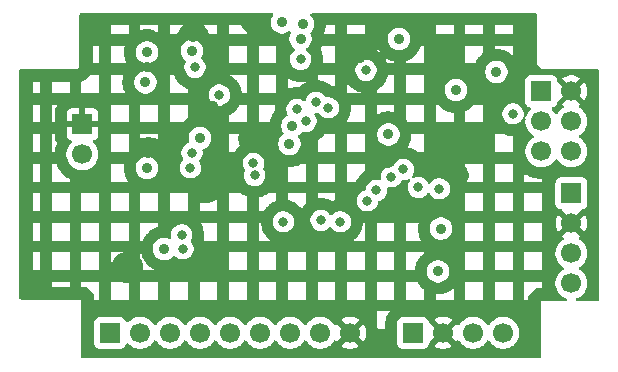
<source format=gbr>
%TF.GenerationSoftware,KiCad,Pcbnew,9.0.5*%
%TF.CreationDate,2025-10-31T14:09:04+09:00*%
%TF.ProjectId,MCU_Datalogger,4d43555f-4461-4746-916c-6f676765722e,1*%
%TF.SameCoordinates,Original*%
%TF.FileFunction,Copper,L3,Inr*%
%TF.FilePolarity,Positive*%
%FSLAX46Y46*%
G04 Gerber Fmt 4.6, Leading zero omitted, Abs format (unit mm)*
G04 Created by KiCad (PCBNEW 9.0.5) date 2025-10-31 14:09:04*
%MOMM*%
%LPD*%
G01*
G04 APERTURE LIST*
%TA.AperFunction,ComponentPad*%
%ADD10R,1.700000X1.700000*%
%TD*%
%TA.AperFunction,ComponentPad*%
%ADD11C,1.700000*%
%TD*%
%TA.AperFunction,ViaPad*%
%ADD12C,0.800000*%
%TD*%
%TA.AperFunction,ViaPad*%
%ADD13C,0.900000*%
%TD*%
G04 APERTURE END LIST*
D10*
%TO.N,GND*%
%TO.C,J3*%
X169607000Y-86995000D03*
D11*
%TO.N,/VCC*%
X172147000Y-86995000D03*
%TO.N,/RX*%
X174687000Y-86995000D03*
%TO.N,/TX*%
X177227000Y-86995000D03*
%TD*%
D10*
%TO.N,/VCC*%
%TO.C,BAT1*%
X141605000Y-69337000D03*
D11*
%TO.N,GND*%
X141605000Y-71877000D03*
%TD*%
D10*
%TO.N,/MISO*%
%TO.C,J4*%
X180457000Y-66548000D03*
D11*
%TO.N,/VCC*%
X182997000Y-66548000D03*
%TO.N,/SCK*%
X180457000Y-69088000D03*
%TO.N,/MOSI*%
X182997000Y-69088000D03*
%TO.N,/RESET*%
X180457000Y-71628000D03*
%TO.N,GND*%
X182997000Y-71628000D03*
%TD*%
D10*
%TO.N,GND*%
%TO.C,J1*%
X183007000Y-75184000D03*
D11*
%TO.N,/VCC*%
X183007000Y-77724000D03*
%TO.N,/SDA*%
X183007000Y-80264000D03*
%TO.N,/SCL*%
X183007000Y-82804000D03*
%TD*%
D10*
%TO.N,/D2*%
%TO.C,J2*%
X143953000Y-86995000D03*
D11*
%TO.N,/D3*%
X146493000Y-86995000D03*
%TO.N,/D4*%
X149033000Y-86995000D03*
%TO.N,/D5*%
X151573000Y-86995000D03*
%TO.N,/D6*%
X154113000Y-86995000D03*
%TO.N,/D7*%
X156653000Y-86995000D03*
%TO.N,/D8*%
X159193000Y-86995000D03*
%TO.N,GND*%
X161733000Y-86995000D03*
%TO.N,/VCC*%
X164273000Y-86995000D03*
%TD*%
D12*
%TO.N,/SCL*%
X170053000Y-74676000D03*
X171831000Y-74803000D03*
X150009665Y-78699594D03*
X151130000Y-64516000D03*
X150876000Y-71755000D03*
X162433000Y-67945000D03*
X168783000Y-73152000D03*
%TO.N,/SCK*%
X178054000Y-68453000D03*
X167767000Y-73787000D03*
D13*
%TO.N,GND*%
X147066000Y-63246000D03*
X171704000Y-81788000D03*
X158496000Y-60706000D03*
X148527000Y-79883000D03*
X147066000Y-73025000D03*
X176657000Y-64897000D03*
X159385000Y-69469000D03*
X150876000Y-63119000D03*
X167513000Y-70201000D03*
X171958000Y-78168000D03*
X168402000Y-62103000D03*
X160274000Y-60833000D03*
X151574000Y-70485000D03*
X159131000Y-70993000D03*
X160070929Y-62103000D03*
X173228000Y-66421000D03*
X146939000Y-65786000D03*
%TO.N,/VCC*%
X147193000Y-71755000D03*
X147066000Y-64516000D03*
X145414986Y-81448713D03*
X165100000Y-63754000D03*
X156210000Y-60386000D03*
X171958000Y-63754000D03*
X152019000Y-74676000D03*
X152654000Y-67818000D03*
X156122614Y-70524614D03*
X174752000Y-71374000D03*
X172795364Y-71044636D03*
X172974000Y-73660000D03*
X151003000Y-61976000D03*
X167513000Y-72601000D03*
X152273000Y-81407000D03*
D12*
%TO.N,Net-(U4-PB6)*%
X158623000Y-77597000D03*
X156083000Y-72644000D03*
%TO.N,Net-(U4-PB7)*%
X161798000Y-77470000D03*
X163449000Y-77597000D03*
X156173000Y-73660000D03*
X160070929Y-63844000D03*
%TO.N,/SDA*%
X165608000Y-64770000D03*
X150749000Y-73025000D03*
X150114000Y-79883000D03*
X153199754Y-66862930D03*
%TO.N,/TX*%
X159766000Y-68072000D03*
%TO.N,/RX*%
X160528000Y-69088000D03*
%TO.N,/MISO*%
X166497000Y-74930000D03*
%TO.N,/MOSI*%
X165735000Y-75819000D03*
%TO.N,/RESET*%
X161384085Y-67474001D03*
%TD*%
%TA.AperFunction,Conductor*%
%TO.N,/VCC*%
G36*
X182531075Y-66740993D02*
G01*
X182596901Y-66855007D01*
X182689993Y-66948099D01*
X182804007Y-67013925D01*
X182867590Y-67030962D01*
X182235282Y-67663269D01*
X182235282Y-67663270D01*
X182289452Y-67702626D01*
X182289451Y-67702626D01*
X182298495Y-67707234D01*
X182349292Y-67755208D01*
X182366087Y-67823029D01*
X182343550Y-67889164D01*
X182298499Y-67928202D01*
X182289182Y-67932949D01*
X182117213Y-68057890D01*
X181966890Y-68208213D01*
X181841949Y-68380182D01*
X181837484Y-68388946D01*
X181789509Y-68439742D01*
X181721688Y-68456536D01*
X181655553Y-68433998D01*
X181616516Y-68388946D01*
X181612050Y-68380182D01*
X181487109Y-68208213D01*
X181373569Y-68094673D01*
X181340084Y-68033350D01*
X181345068Y-67963658D01*
X181386940Y-67907725D01*
X181417915Y-67890810D01*
X181549331Y-67841796D01*
X181664546Y-67755546D01*
X181750796Y-67640331D01*
X181801091Y-67505483D01*
X181807500Y-67445873D01*
X181807499Y-67435312D01*
X181827179Y-67368275D01*
X181843818Y-67347626D01*
X182514037Y-66677408D01*
X182531075Y-66740993D01*
G37*
%TD.AperFunction*%
%TA.AperFunction,Conductor*%
G36*
X157702058Y-59956185D02*
G01*
X157747813Y-60008989D01*
X157757757Y-60078147D01*
X157738121Y-60129391D01*
X157653681Y-60255762D01*
X157653676Y-60255771D01*
X157582027Y-60428748D01*
X157582025Y-60428756D01*
X157545500Y-60612379D01*
X157545500Y-60799620D01*
X157582025Y-60983243D01*
X157582027Y-60983251D01*
X157653676Y-61156228D01*
X157653681Y-61156237D01*
X157757697Y-61311907D01*
X157757700Y-61311911D01*
X157890088Y-61444299D01*
X157890092Y-61444302D01*
X158045762Y-61548318D01*
X158045768Y-61548321D01*
X158045769Y-61548322D01*
X158218749Y-61619973D01*
X158402379Y-61656499D01*
X158402383Y-61656500D01*
X158402384Y-61656500D01*
X158589617Y-61656500D01*
X158589618Y-61656499D01*
X158773251Y-61619973D01*
X158946231Y-61548322D01*
X159064110Y-61469557D01*
X159130784Y-61448681D01*
X159198164Y-61467165D01*
X159244855Y-61519144D01*
X159256031Y-61588113D01*
X159236104Y-61641546D01*
X159228612Y-61652759D01*
X159228605Y-61652771D01*
X159156956Y-61825748D01*
X159156954Y-61825756D01*
X159120429Y-62009379D01*
X159120429Y-62196620D01*
X159156954Y-62380243D01*
X159156956Y-62380251D01*
X159228605Y-62553228D01*
X159228610Y-62553237D01*
X159332626Y-62708907D01*
X159332629Y-62708911D01*
X159465017Y-62841299D01*
X159465021Y-62841302D01*
X159553564Y-62900465D01*
X159598369Y-62954077D01*
X159607076Y-63023402D01*
X159576922Y-63086430D01*
X159553565Y-63106668D01*
X159496896Y-63144533D01*
X159496890Y-63144538D01*
X159371467Y-63269961D01*
X159371464Y-63269965D01*
X159272919Y-63417446D01*
X159272912Y-63417459D01*
X159205035Y-63581332D01*
X159205032Y-63581341D01*
X159170429Y-63755304D01*
X159170429Y-63932695D01*
X159205032Y-64106658D01*
X159205035Y-64106667D01*
X159272912Y-64270540D01*
X159272919Y-64270553D01*
X159371464Y-64418034D01*
X159371467Y-64418038D01*
X159496890Y-64543461D01*
X159496894Y-64543464D01*
X159644375Y-64642009D01*
X159644388Y-64642016D01*
X159739252Y-64681309D01*
X159808263Y-64709894D01*
X159808265Y-64709894D01*
X159808270Y-64709896D01*
X159982233Y-64744499D01*
X159982236Y-64744500D01*
X159982238Y-64744500D01*
X160159622Y-64744500D01*
X160159623Y-64744499D01*
X160217611Y-64732964D01*
X160333587Y-64709896D01*
X160333590Y-64709894D01*
X160333595Y-64709894D01*
X160402618Y-64681304D01*
X164707500Y-64681304D01*
X164707500Y-64858695D01*
X164742103Y-65032658D01*
X164742106Y-65032667D01*
X164809983Y-65196540D01*
X164809990Y-65196553D01*
X164908535Y-65344034D01*
X164908538Y-65344038D01*
X165033961Y-65469461D01*
X165033965Y-65469464D01*
X165181446Y-65568009D01*
X165181459Y-65568016D01*
X165270601Y-65604939D01*
X165345334Y-65635894D01*
X165345336Y-65635894D01*
X165345341Y-65635896D01*
X165519304Y-65670499D01*
X165519307Y-65670500D01*
X165519309Y-65670500D01*
X165696693Y-65670500D01*
X165696694Y-65670499D01*
X165770140Y-65655890D01*
X165870658Y-65635896D01*
X165870661Y-65635894D01*
X165870666Y-65635894D01*
X166034547Y-65568013D01*
X166182035Y-65469464D01*
X166307464Y-65344035D01*
X166406013Y-65196547D01*
X166473894Y-65032666D01*
X166482259Y-64990616D01*
X166508499Y-64858695D01*
X166508500Y-64858693D01*
X166508500Y-64803379D01*
X175706500Y-64803379D01*
X175706500Y-64990620D01*
X175743025Y-65174243D01*
X175743027Y-65174251D01*
X175814676Y-65347228D01*
X175814681Y-65347237D01*
X175918697Y-65502907D01*
X175918700Y-65502911D01*
X176051088Y-65635299D01*
X176051092Y-65635302D01*
X176206762Y-65739318D01*
X176206771Y-65739323D01*
X176245956Y-65755554D01*
X176379749Y-65810973D01*
X176527936Y-65840449D01*
X176563379Y-65847499D01*
X176563383Y-65847500D01*
X176563384Y-65847500D01*
X176750617Y-65847500D01*
X176750618Y-65847499D01*
X176934251Y-65810973D01*
X177107231Y-65739322D01*
X177262908Y-65635302D01*
X177395302Y-65502908D01*
X177499322Y-65347231D01*
X177570973Y-65174251D01*
X177607500Y-64990616D01*
X177607500Y-64803384D01*
X177570973Y-64619749D01*
X177499322Y-64446769D01*
X177499321Y-64446768D01*
X177499318Y-64446762D01*
X177395302Y-64291092D01*
X177395299Y-64291088D01*
X177262911Y-64158700D01*
X177262907Y-64158697D01*
X177107237Y-64054681D01*
X177107228Y-64054676D01*
X176934251Y-63983027D01*
X176934243Y-63983025D01*
X176750620Y-63946500D01*
X176750616Y-63946500D01*
X176563384Y-63946500D01*
X176563379Y-63946500D01*
X176379756Y-63983025D01*
X176379748Y-63983027D01*
X176206771Y-64054676D01*
X176206762Y-64054681D01*
X176051092Y-64158697D01*
X176051088Y-64158700D01*
X175918700Y-64291088D01*
X175918697Y-64291092D01*
X175814681Y-64446762D01*
X175814676Y-64446771D01*
X175743027Y-64619748D01*
X175743025Y-64619756D01*
X175706500Y-64803379D01*
X166508500Y-64803379D01*
X166508500Y-64681306D01*
X166508499Y-64681304D01*
X166473896Y-64507341D01*
X166473893Y-64507332D01*
X166406016Y-64343459D01*
X166406009Y-64343446D01*
X166307464Y-64195965D01*
X166307461Y-64195961D01*
X166182038Y-64070538D01*
X166182034Y-64070535D01*
X166034553Y-63971990D01*
X166034540Y-63971983D01*
X165870667Y-63904106D01*
X165870658Y-63904103D01*
X165696694Y-63869500D01*
X165696691Y-63869500D01*
X165519309Y-63869500D01*
X165519306Y-63869500D01*
X165345341Y-63904103D01*
X165345332Y-63904106D01*
X165181459Y-63971983D01*
X165181446Y-63971990D01*
X165033965Y-64070535D01*
X165033961Y-64070538D01*
X164908538Y-64195961D01*
X164908535Y-64195965D01*
X164809990Y-64343446D01*
X164809983Y-64343459D01*
X164742106Y-64507332D01*
X164742103Y-64507341D01*
X164707500Y-64681304D01*
X160402618Y-64681304D01*
X160497476Y-64642013D01*
X160644964Y-64543464D01*
X160770393Y-64418035D01*
X160868942Y-64270547D01*
X160936823Y-64106666D01*
X160937482Y-64103357D01*
X160966484Y-63957549D01*
X160971429Y-63932691D01*
X160971429Y-63755309D01*
X160971429Y-63755306D01*
X160971428Y-63755304D01*
X160936825Y-63581341D01*
X160936822Y-63581332D01*
X160931808Y-63569228D01*
X160919410Y-63539296D01*
X160868945Y-63417459D01*
X160868938Y-63417446D01*
X160770393Y-63269965D01*
X160770390Y-63269961D01*
X160644967Y-63144538D01*
X160644963Y-63144535D01*
X160588293Y-63106669D01*
X160543488Y-63053057D01*
X160540771Y-63031425D01*
X161789271Y-63031425D01*
X161868230Y-63222051D01*
X161870420Y-63227728D01*
X161882819Y-63262380D01*
X161884727Y-63268155D01*
X161898954Y-63315048D01*
X161900578Y-63320916D01*
X161909530Y-63356651D01*
X161910864Y-63362592D01*
X161955033Y-63584643D01*
X161956074Y-63590640D01*
X161961478Y-63627071D01*
X161962223Y-63633112D01*
X161967026Y-63681884D01*
X161967474Y-63687954D01*
X161969280Y-63724726D01*
X161969429Y-63730809D01*
X161969429Y-63957191D01*
X161969280Y-63963274D01*
X161967474Y-64000046D01*
X161967026Y-64006116D01*
X161962223Y-64054888D01*
X161961478Y-64060929D01*
X161956074Y-64097360D01*
X161955033Y-64103357D01*
X161938495Y-64186500D01*
X163021000Y-64186500D01*
X163021000Y-63099311D01*
X166519000Y-63099311D01*
X166526599Y-63103373D01*
X166531894Y-63106373D01*
X166563488Y-63125309D01*
X166568632Y-63128566D01*
X166756869Y-63254343D01*
X166761845Y-63257847D01*
X166791417Y-63279779D01*
X166796215Y-63283524D01*
X166834097Y-63314613D01*
X166838704Y-63318587D01*
X166865991Y-63343318D01*
X166870400Y-63347516D01*
X167030484Y-63507600D01*
X167034682Y-63512009D01*
X167059413Y-63539296D01*
X167063387Y-63543903D01*
X167094476Y-63581785D01*
X167098221Y-63586583D01*
X167120153Y-63616155D01*
X167123657Y-63621131D01*
X167249434Y-63809368D01*
X167252691Y-63814512D01*
X167271627Y-63846106D01*
X167274627Y-63851401D01*
X167297729Y-63894623D01*
X167300466Y-63900062D01*
X167316206Y-63933344D01*
X167318671Y-63938905D01*
X167405301Y-64148051D01*
X167407491Y-64153728D01*
X167419217Y-64186500D01*
X168021000Y-64186500D01*
X168021000Y-64013887D01*
X167906013Y-63991015D01*
X167900076Y-63989682D01*
X167864348Y-63980733D01*
X167858478Y-63979109D01*
X167811582Y-63964882D01*
X167805803Y-63962973D01*
X167785000Y-63955529D01*
X169019000Y-63955529D01*
X169019000Y-64186500D01*
X170521000Y-64186500D01*
X174019000Y-64186500D01*
X174842257Y-64186500D01*
X174902021Y-64042217D01*
X174904487Y-64036654D01*
X174920227Y-64003374D01*
X174922963Y-63997939D01*
X174946064Y-63954718D01*
X174949064Y-63949422D01*
X174967999Y-63917830D01*
X174971256Y-63912686D01*
X175102504Y-63716260D01*
X175106007Y-63711286D01*
X175127940Y-63681712D01*
X175131686Y-63676912D01*
X175162775Y-63639030D01*
X175166749Y-63634423D01*
X175191480Y-63607136D01*
X175195678Y-63602727D01*
X175362727Y-63435678D01*
X175367136Y-63431480D01*
X175394423Y-63406749D01*
X175399030Y-63402775D01*
X175436912Y-63371686D01*
X175441712Y-63367940D01*
X175471286Y-63346007D01*
X175476260Y-63342504D01*
X175521000Y-63312609D01*
X175521000Y-62949326D01*
X176519000Y-62949326D01*
X176532800Y-62948649D01*
X176538882Y-62948500D01*
X176775118Y-62948500D01*
X176781200Y-62948649D01*
X176817975Y-62950455D01*
X176824046Y-62950903D01*
X176872815Y-62955706D01*
X176878858Y-62956451D01*
X176915286Y-62961855D01*
X176921281Y-62962896D01*
X177152987Y-63008985D01*
X177158924Y-63010318D01*
X177194652Y-63019267D01*
X177200522Y-63020891D01*
X177247418Y-63035118D01*
X177253197Y-63037027D01*
X177287859Y-63049430D01*
X177293535Y-63051620D01*
X177511783Y-63142021D01*
X177517346Y-63144487D01*
X177550626Y-63160227D01*
X177556061Y-63162963D01*
X177599282Y-63186064D01*
X177604578Y-63189064D01*
X177636170Y-63207999D01*
X177641314Y-63211256D01*
X177837740Y-63342504D01*
X177842714Y-63346007D01*
X177872288Y-63367940D01*
X177877088Y-63371686D01*
X177914970Y-63402775D01*
X177919577Y-63406749D01*
X177946864Y-63431480D01*
X177951273Y-63435678D01*
X178021000Y-63505405D01*
X178021000Y-62684500D01*
X176519000Y-62684500D01*
X176519000Y-62949326D01*
X175521000Y-62949326D01*
X175521000Y-62684500D01*
X174019000Y-62684500D01*
X174019000Y-64186500D01*
X170521000Y-64186500D01*
X170521000Y-62684500D01*
X170266587Y-62684500D01*
X170263882Y-62693418D01*
X170261973Y-62699197D01*
X170249570Y-62733859D01*
X170247380Y-62739535D01*
X170156979Y-62957783D01*
X170154513Y-62963346D01*
X170138773Y-62996626D01*
X170136037Y-63002061D01*
X170112936Y-63045282D01*
X170109936Y-63050578D01*
X170091001Y-63082170D01*
X170087744Y-63087314D01*
X169956496Y-63283740D01*
X169952993Y-63288714D01*
X169931060Y-63318288D01*
X169927314Y-63323088D01*
X169896225Y-63360970D01*
X169892251Y-63365577D01*
X169867520Y-63392864D01*
X169863322Y-63397273D01*
X169696273Y-63564322D01*
X169691864Y-63568520D01*
X169664577Y-63593251D01*
X169659970Y-63597225D01*
X169622088Y-63628314D01*
X169617288Y-63632060D01*
X169587714Y-63653993D01*
X169582740Y-63657496D01*
X169386314Y-63788744D01*
X169381170Y-63792001D01*
X169349578Y-63810936D01*
X169344282Y-63813936D01*
X169301061Y-63837037D01*
X169295626Y-63839773D01*
X169262346Y-63855513D01*
X169256783Y-63857979D01*
X169038535Y-63948380D01*
X169032859Y-63950570D01*
X169019000Y-63955529D01*
X167785000Y-63955529D01*
X167771141Y-63950570D01*
X167765465Y-63948380D01*
X167547217Y-63857979D01*
X167541654Y-63855513D01*
X167508374Y-63839773D01*
X167502939Y-63837037D01*
X167459718Y-63813936D01*
X167454422Y-63810936D01*
X167422830Y-63792001D01*
X167417686Y-63788744D01*
X167221260Y-63657496D01*
X167216286Y-63653993D01*
X167186712Y-63632060D01*
X167181912Y-63628314D01*
X167144030Y-63597225D01*
X167139423Y-63593251D01*
X167112136Y-63568520D01*
X167107727Y-63564322D01*
X166940678Y-63397273D01*
X166936480Y-63392864D01*
X166911749Y-63365577D01*
X166907775Y-63360970D01*
X166876686Y-63323088D01*
X166872940Y-63318288D01*
X166851007Y-63288714D01*
X166847504Y-63283740D01*
X166716256Y-63087314D01*
X166712999Y-63082170D01*
X166694064Y-63050578D01*
X166691064Y-63045282D01*
X166667963Y-63002061D01*
X166665227Y-62996626D01*
X166649487Y-62963346D01*
X166647021Y-62957783D01*
X166556620Y-62739535D01*
X166554430Y-62733859D01*
X166542027Y-62699197D01*
X166540118Y-62693418D01*
X166537413Y-62684500D01*
X166519000Y-62684500D01*
X166519000Y-63099311D01*
X163021000Y-63099311D01*
X163021000Y-62684500D01*
X161935516Y-62684500D01*
X161932811Y-62693418D01*
X161930902Y-62699197D01*
X161918499Y-62733859D01*
X161916309Y-62739535D01*
X161825908Y-62957783D01*
X161823442Y-62963346D01*
X161807702Y-62996626D01*
X161804966Y-63002061D01*
X161789271Y-63031425D01*
X160540771Y-63031425D01*
X160534781Y-62983732D01*
X160564936Y-62920704D01*
X160588293Y-62900465D01*
X160676837Y-62841302D01*
X160809231Y-62708908D01*
X160913251Y-62553231D01*
X160984902Y-62380251D01*
X161021429Y-62196616D01*
X161021429Y-62009384D01*
X161021428Y-62009379D01*
X167451500Y-62009379D01*
X167451500Y-62196620D01*
X167488025Y-62380243D01*
X167488027Y-62380251D01*
X167559676Y-62553228D01*
X167559681Y-62553237D01*
X167663697Y-62708907D01*
X167663700Y-62708911D01*
X167796088Y-62841299D01*
X167796092Y-62841302D01*
X167951762Y-62945318D01*
X167951771Y-62945323D01*
X167972905Y-62954077D01*
X168124749Y-63016973D01*
X168287923Y-63049430D01*
X168308379Y-63053499D01*
X168308383Y-63053500D01*
X168308384Y-63053500D01*
X168495617Y-63053500D01*
X168495618Y-63053499D01*
X168679251Y-63016973D01*
X168852231Y-62945322D01*
X169007908Y-62841302D01*
X169140302Y-62708908D01*
X169244322Y-62553231D01*
X169315973Y-62380251D01*
X169352500Y-62196616D01*
X169352500Y-62009384D01*
X169315973Y-61825749D01*
X169258294Y-61686500D01*
X171519000Y-61686500D01*
X173021000Y-61686500D01*
X174019000Y-61686500D01*
X175521000Y-61686500D01*
X176519000Y-61686500D01*
X178021000Y-61686500D01*
X178021000Y-60934500D01*
X176519000Y-60934500D01*
X176519000Y-61686500D01*
X175521000Y-61686500D01*
X175521000Y-60934500D01*
X174019000Y-60934500D01*
X174019000Y-61686500D01*
X173021000Y-61686500D01*
X173021000Y-60934500D01*
X171519000Y-60934500D01*
X171519000Y-61686500D01*
X169258294Y-61686500D01*
X169252067Y-61671466D01*
X169244323Y-61652771D01*
X169244318Y-61652762D01*
X169140302Y-61497092D01*
X169140299Y-61497088D01*
X169007911Y-61364700D01*
X169007907Y-61364697D01*
X168852237Y-61260681D01*
X168852228Y-61260676D01*
X168679251Y-61189027D01*
X168679243Y-61189025D01*
X168495620Y-61152500D01*
X168495616Y-61152500D01*
X168308384Y-61152500D01*
X168308379Y-61152500D01*
X168124756Y-61189025D01*
X168124748Y-61189027D01*
X167951771Y-61260676D01*
X167951762Y-61260681D01*
X167796092Y-61364697D01*
X167796088Y-61364700D01*
X167663700Y-61497088D01*
X167663697Y-61497092D01*
X167559681Y-61652762D01*
X167559676Y-61652771D01*
X167488027Y-61825748D01*
X167488025Y-61825756D01*
X167451500Y-62009379D01*
X161021428Y-62009379D01*
X160984902Y-61825749D01*
X160927223Y-61686500D01*
X162029510Y-61686500D01*
X163021000Y-61686500D01*
X164019000Y-61686500D01*
X165521000Y-61686500D01*
X165521000Y-60934500D01*
X164019000Y-60934500D01*
X164019000Y-61686500D01*
X163021000Y-61686500D01*
X163021000Y-60934500D01*
X162222500Y-60934500D01*
X162222500Y-60951118D01*
X162222351Y-60957200D01*
X162220545Y-60993975D01*
X162220097Y-61000046D01*
X162215294Y-61048815D01*
X162214549Y-61054858D01*
X162209145Y-61091286D01*
X162208104Y-61097281D01*
X162162015Y-61328987D01*
X162160682Y-61334924D01*
X162151733Y-61370652D01*
X162150109Y-61376522D01*
X162135882Y-61423418D01*
X162133973Y-61429197D01*
X162121570Y-61463859D01*
X162119380Y-61469535D01*
X162029510Y-61686500D01*
X160927223Y-61686500D01*
X160911331Y-61648133D01*
X160903862Y-61578663D01*
X160935137Y-61516184D01*
X160938183Y-61513026D01*
X161012302Y-61438908D01*
X161116322Y-61283231D01*
X161187973Y-61110251D01*
X161224500Y-60926616D01*
X161224500Y-60739384D01*
X161187973Y-60555749D01*
X161116322Y-60382769D01*
X161116321Y-60382768D01*
X161116318Y-60382762D01*
X161012302Y-60227092D01*
X161012299Y-60227088D01*
X160933392Y-60148181D01*
X160899907Y-60086858D01*
X160904891Y-60017166D01*
X160946763Y-59961233D01*
X161012227Y-59936816D01*
X161021073Y-59936500D01*
X179962000Y-59936500D01*
X180029039Y-59956185D01*
X180074794Y-60008989D01*
X180086000Y-60060500D01*
X180086000Y-64262000D01*
X180467000Y-64643000D01*
X185176500Y-64643000D01*
X185243539Y-64662685D01*
X185289294Y-64715489D01*
X185300500Y-64767000D01*
X185300500Y-84204000D01*
X185280815Y-84271039D01*
X185228011Y-84316794D01*
X185176500Y-84328000D01*
X183469823Y-84328000D01*
X183402784Y-84308315D01*
X183357029Y-84255511D01*
X183347085Y-84186353D01*
X183376110Y-84122797D01*
X183431503Y-84086069D01*
X183525412Y-84055557D01*
X183714816Y-83959051D01*
X183736789Y-83943086D01*
X183886786Y-83834109D01*
X183886788Y-83834106D01*
X183886792Y-83834104D01*
X184037104Y-83683792D01*
X184037106Y-83683788D01*
X184037109Y-83683786D01*
X184162048Y-83511820D01*
X184162047Y-83511820D01*
X184162051Y-83511816D01*
X184258557Y-83322412D01*
X184324246Y-83120243D01*
X184357500Y-82910287D01*
X184357500Y-82697713D01*
X184324246Y-82487757D01*
X184258557Y-82285588D01*
X184162051Y-82096184D01*
X184162049Y-82096181D01*
X184162048Y-82096179D01*
X184037109Y-81924213D01*
X183886786Y-81773890D01*
X183714820Y-81648951D01*
X183714115Y-81648591D01*
X183706054Y-81644485D01*
X183655259Y-81596512D01*
X183638463Y-81528692D01*
X183660999Y-81462556D01*
X183706054Y-81423515D01*
X183714816Y-81419051D01*
X183803979Y-81354271D01*
X183886786Y-81294109D01*
X183886788Y-81294106D01*
X183886792Y-81294104D01*
X184037104Y-81143792D01*
X184037106Y-81143788D01*
X184037109Y-81143786D01*
X184162048Y-80971820D01*
X184162047Y-80971820D01*
X184162051Y-80971816D01*
X184258557Y-80782412D01*
X184324246Y-80580243D01*
X184357500Y-80370287D01*
X184357500Y-80157713D01*
X184324246Y-79947757D01*
X184258557Y-79745588D01*
X184162051Y-79556184D01*
X184162049Y-79556181D01*
X184162048Y-79556179D01*
X184037109Y-79384213D01*
X183886786Y-79233890D01*
X183714817Y-79108949D01*
X183705504Y-79104204D01*
X183654707Y-79056230D01*
X183637912Y-78988409D01*
X183660449Y-78922274D01*
X183705507Y-78883232D01*
X183714555Y-78878622D01*
X183768716Y-78839270D01*
X183768717Y-78839270D01*
X183136408Y-78206962D01*
X183199993Y-78189925D01*
X183314007Y-78124099D01*
X183407099Y-78031007D01*
X183472925Y-77916993D01*
X183489962Y-77853409D01*
X184122270Y-78485717D01*
X184122270Y-78485716D01*
X184161622Y-78431554D01*
X184258095Y-78242217D01*
X184323757Y-78040130D01*
X184323757Y-78040127D01*
X184357000Y-77830246D01*
X184357000Y-77617753D01*
X184323757Y-77407872D01*
X184323757Y-77407869D01*
X184258095Y-77205782D01*
X184161624Y-77016449D01*
X184122270Y-76962282D01*
X184122269Y-76962282D01*
X183489962Y-77594590D01*
X183472925Y-77531007D01*
X183407099Y-77416993D01*
X183314007Y-77323901D01*
X183199993Y-77258075D01*
X183136409Y-77241037D01*
X183806627Y-76570818D01*
X183867950Y-76537333D01*
X183894307Y-76534499D01*
X183904872Y-76534499D01*
X183964483Y-76528091D01*
X184099331Y-76477796D01*
X184214546Y-76391546D01*
X184300796Y-76276331D01*
X184351091Y-76141483D01*
X184357500Y-76081873D01*
X184357499Y-74286128D01*
X184352299Y-74237757D01*
X184351091Y-74226516D01*
X184300797Y-74091671D01*
X184300793Y-74091664D01*
X184214547Y-73976455D01*
X184214544Y-73976452D01*
X184099335Y-73890206D01*
X184099328Y-73890202D01*
X183964482Y-73839908D01*
X183964483Y-73839908D01*
X183904883Y-73833501D01*
X183904881Y-73833500D01*
X183904873Y-73833500D01*
X183904864Y-73833500D01*
X182109129Y-73833500D01*
X182109123Y-73833501D01*
X182049516Y-73839908D01*
X181914671Y-73890202D01*
X181914664Y-73890206D01*
X181799455Y-73976452D01*
X181799452Y-73976455D01*
X181713206Y-74091664D01*
X181713202Y-74091671D01*
X181662908Y-74226517D01*
X181660442Y-74249459D01*
X181656501Y-74286123D01*
X181656500Y-74286135D01*
X181656500Y-76081870D01*
X181656501Y-76081876D01*
X181662908Y-76141483D01*
X181713202Y-76276328D01*
X181713206Y-76276335D01*
X181799452Y-76391544D01*
X181799455Y-76391547D01*
X181914664Y-76477793D01*
X181914671Y-76477797D01*
X181953154Y-76492150D01*
X182049517Y-76528091D01*
X182109127Y-76534500D01*
X182119685Y-76534499D01*
X182186723Y-76554179D01*
X182207372Y-76570818D01*
X182877591Y-77241037D01*
X182814007Y-77258075D01*
X182699993Y-77323901D01*
X182606901Y-77416993D01*
X182541075Y-77531007D01*
X182524037Y-77594591D01*
X181891728Y-76962282D01*
X181891727Y-76962282D01*
X181852380Y-77016439D01*
X181755904Y-77205782D01*
X181690242Y-77407869D01*
X181690242Y-77407872D01*
X181657000Y-77617753D01*
X181657000Y-77830246D01*
X181690242Y-78040127D01*
X181690242Y-78040130D01*
X181755904Y-78242217D01*
X181852375Y-78431550D01*
X181891728Y-78485716D01*
X182524037Y-77853408D01*
X182541075Y-77916993D01*
X182606901Y-78031007D01*
X182699993Y-78124099D01*
X182814007Y-78189925D01*
X182877590Y-78206962D01*
X182245282Y-78839269D01*
X182245282Y-78839270D01*
X182299452Y-78878626D01*
X182299451Y-78878626D01*
X182308495Y-78883234D01*
X182359292Y-78931208D01*
X182376087Y-78999029D01*
X182353550Y-79065164D01*
X182308499Y-79104202D01*
X182299182Y-79108949D01*
X182127213Y-79233890D01*
X181976890Y-79384213D01*
X181851951Y-79556179D01*
X181755444Y-79745585D01*
X181755443Y-79745587D01*
X181755443Y-79745588D01*
X181739613Y-79794309D01*
X181689753Y-79947760D01*
X181658409Y-80145658D01*
X181656500Y-80157713D01*
X181656500Y-80370287D01*
X181689754Y-80580243D01*
X181744552Y-80748894D01*
X181755444Y-80782414D01*
X181851951Y-80971820D01*
X181976890Y-81143786D01*
X182127213Y-81294109D01*
X182299182Y-81419050D01*
X182307946Y-81423516D01*
X182358742Y-81471491D01*
X182375536Y-81539312D01*
X182352998Y-81605447D01*
X182307946Y-81644484D01*
X182299182Y-81648949D01*
X182127213Y-81773890D01*
X181976890Y-81924213D01*
X181851951Y-82096179D01*
X181755444Y-82285585D01*
X181689753Y-82487760D01*
X181656500Y-82697713D01*
X181656500Y-82910286D01*
X181686022Y-83096685D01*
X181689754Y-83120243D01*
X181742385Y-83282225D01*
X181755444Y-83322414D01*
X181851951Y-83511820D01*
X181976890Y-83683786D01*
X182127213Y-83834109D01*
X182299179Y-83959048D01*
X182299181Y-83959049D01*
X182299184Y-83959051D01*
X182488588Y-84055557D01*
X182582496Y-84086069D01*
X182640171Y-84125507D01*
X182667369Y-84189865D01*
X182655454Y-84258712D01*
X182608210Y-84310187D01*
X182544177Y-84328000D01*
X180467000Y-84328000D01*
X180467000Y-89037500D01*
X180447315Y-89104539D01*
X180394511Y-89150294D01*
X180343000Y-89161500D01*
X141602000Y-89161500D01*
X141534961Y-89141815D01*
X141489206Y-89089011D01*
X141478000Y-89037500D01*
X141478000Y-86097135D01*
X142602500Y-86097135D01*
X142602500Y-87892870D01*
X142602501Y-87892876D01*
X142608908Y-87952483D01*
X142659202Y-88087328D01*
X142659206Y-88087335D01*
X142745452Y-88202544D01*
X142745455Y-88202547D01*
X142860664Y-88288793D01*
X142860671Y-88288797D01*
X142995517Y-88339091D01*
X142995516Y-88339091D01*
X143002444Y-88339835D01*
X143055127Y-88345500D01*
X144850872Y-88345499D01*
X144910483Y-88339091D01*
X145045331Y-88288796D01*
X145160546Y-88202546D01*
X145246796Y-88087331D01*
X145295810Y-87955916D01*
X145337681Y-87899984D01*
X145403145Y-87875566D01*
X145471418Y-87890417D01*
X145499673Y-87911569D01*
X145613213Y-88025109D01*
X145785179Y-88150048D01*
X145785181Y-88150049D01*
X145785184Y-88150051D01*
X145974588Y-88246557D01*
X146176757Y-88312246D01*
X146386713Y-88345500D01*
X146386714Y-88345500D01*
X146599286Y-88345500D01*
X146599287Y-88345500D01*
X146809243Y-88312246D01*
X147011412Y-88246557D01*
X147200816Y-88150051D01*
X147287138Y-88087335D01*
X147372786Y-88025109D01*
X147372788Y-88025106D01*
X147372792Y-88025104D01*
X147523104Y-87874792D01*
X147523106Y-87874788D01*
X147523109Y-87874786D01*
X147648048Y-87702820D01*
X147648047Y-87702820D01*
X147648051Y-87702816D01*
X147652514Y-87694054D01*
X147700488Y-87643259D01*
X147768308Y-87626463D01*
X147834444Y-87648999D01*
X147873486Y-87694056D01*
X147877951Y-87702820D01*
X148002890Y-87874786D01*
X148153213Y-88025109D01*
X148325179Y-88150048D01*
X148325181Y-88150049D01*
X148325184Y-88150051D01*
X148514588Y-88246557D01*
X148716757Y-88312246D01*
X148926713Y-88345500D01*
X148926714Y-88345500D01*
X149139286Y-88345500D01*
X149139287Y-88345500D01*
X149349243Y-88312246D01*
X149551412Y-88246557D01*
X149740816Y-88150051D01*
X149827138Y-88087335D01*
X149912786Y-88025109D01*
X149912788Y-88025106D01*
X149912792Y-88025104D01*
X150063104Y-87874792D01*
X150063106Y-87874788D01*
X150063109Y-87874786D01*
X150188048Y-87702820D01*
X150188047Y-87702820D01*
X150188051Y-87702816D01*
X150192514Y-87694054D01*
X150240488Y-87643259D01*
X150308308Y-87626463D01*
X150374444Y-87648999D01*
X150413486Y-87694056D01*
X150417951Y-87702820D01*
X150542890Y-87874786D01*
X150693213Y-88025109D01*
X150865179Y-88150048D01*
X150865181Y-88150049D01*
X150865184Y-88150051D01*
X151054588Y-88246557D01*
X151256757Y-88312246D01*
X151466713Y-88345500D01*
X151466714Y-88345500D01*
X151679286Y-88345500D01*
X151679287Y-88345500D01*
X151889243Y-88312246D01*
X152091412Y-88246557D01*
X152280816Y-88150051D01*
X152367138Y-88087335D01*
X152452786Y-88025109D01*
X152452788Y-88025106D01*
X152452792Y-88025104D01*
X152603104Y-87874792D01*
X152603106Y-87874788D01*
X152603109Y-87874786D01*
X152728048Y-87702820D01*
X152728047Y-87702820D01*
X152728051Y-87702816D01*
X152732514Y-87694054D01*
X152780488Y-87643259D01*
X152848308Y-87626463D01*
X152914444Y-87648999D01*
X152953486Y-87694056D01*
X152957951Y-87702820D01*
X153082890Y-87874786D01*
X153233213Y-88025109D01*
X153405179Y-88150048D01*
X153405181Y-88150049D01*
X153405184Y-88150051D01*
X153594588Y-88246557D01*
X153796757Y-88312246D01*
X154006713Y-88345500D01*
X154006714Y-88345500D01*
X154219286Y-88345500D01*
X154219287Y-88345500D01*
X154429243Y-88312246D01*
X154631412Y-88246557D01*
X154820816Y-88150051D01*
X154907138Y-88087335D01*
X154992786Y-88025109D01*
X154992788Y-88025106D01*
X154992792Y-88025104D01*
X155143104Y-87874792D01*
X155143106Y-87874788D01*
X155143109Y-87874786D01*
X155268048Y-87702820D01*
X155268047Y-87702820D01*
X155268051Y-87702816D01*
X155272514Y-87694054D01*
X155320488Y-87643259D01*
X155388308Y-87626463D01*
X155454444Y-87648999D01*
X155493486Y-87694056D01*
X155497951Y-87702820D01*
X155622890Y-87874786D01*
X155773213Y-88025109D01*
X155945179Y-88150048D01*
X155945181Y-88150049D01*
X155945184Y-88150051D01*
X156134588Y-88246557D01*
X156336757Y-88312246D01*
X156546713Y-88345500D01*
X156546714Y-88345500D01*
X156759286Y-88345500D01*
X156759287Y-88345500D01*
X156969243Y-88312246D01*
X157171412Y-88246557D01*
X157360816Y-88150051D01*
X157447138Y-88087335D01*
X157532786Y-88025109D01*
X157532788Y-88025106D01*
X157532792Y-88025104D01*
X157683104Y-87874792D01*
X157683106Y-87874788D01*
X157683109Y-87874786D01*
X157808048Y-87702820D01*
X157808047Y-87702820D01*
X157808051Y-87702816D01*
X157812514Y-87694054D01*
X157860488Y-87643259D01*
X157928308Y-87626463D01*
X157994444Y-87648999D01*
X158033486Y-87694056D01*
X158037951Y-87702820D01*
X158162890Y-87874786D01*
X158313213Y-88025109D01*
X158485179Y-88150048D01*
X158485181Y-88150049D01*
X158485184Y-88150051D01*
X158674588Y-88246557D01*
X158876757Y-88312246D01*
X159086713Y-88345500D01*
X159086714Y-88345500D01*
X159299286Y-88345500D01*
X159299287Y-88345500D01*
X159509243Y-88312246D01*
X159711412Y-88246557D01*
X159900816Y-88150051D01*
X159987138Y-88087335D01*
X160072786Y-88025109D01*
X160072788Y-88025106D01*
X160072792Y-88025104D01*
X160223104Y-87874792D01*
X160223106Y-87874788D01*
X160223109Y-87874786D01*
X160348048Y-87702820D01*
X160348047Y-87702820D01*
X160348051Y-87702816D01*
X160352514Y-87694054D01*
X160400488Y-87643259D01*
X160468308Y-87626463D01*
X160534444Y-87648999D01*
X160573486Y-87694056D01*
X160577951Y-87702820D01*
X160702890Y-87874786D01*
X160853213Y-88025109D01*
X161025179Y-88150048D01*
X161025181Y-88150049D01*
X161025184Y-88150051D01*
X161214588Y-88246557D01*
X161416757Y-88312246D01*
X161626713Y-88345500D01*
X161626714Y-88345500D01*
X161839286Y-88345500D01*
X161839287Y-88345500D01*
X162049243Y-88312246D01*
X162251412Y-88246557D01*
X162440816Y-88150051D01*
X162527138Y-88087335D01*
X162612786Y-88025109D01*
X162612788Y-88025106D01*
X162612792Y-88025104D01*
X162763104Y-87874792D01*
X162763106Y-87874788D01*
X162763109Y-87874786D01*
X162848890Y-87756717D01*
X162888051Y-87702816D01*
X162892793Y-87693508D01*
X162940763Y-87642711D01*
X163008583Y-87625911D01*
X163074719Y-87648445D01*
X163113763Y-87693500D01*
X163118373Y-87702547D01*
X163157728Y-87756716D01*
X163790037Y-87124408D01*
X163807075Y-87187993D01*
X163872901Y-87302007D01*
X163965993Y-87395099D01*
X164080007Y-87460925D01*
X164143590Y-87477962D01*
X163511282Y-88110269D01*
X163511282Y-88110270D01*
X163565449Y-88149624D01*
X163754782Y-88246095D01*
X163956870Y-88311757D01*
X164166754Y-88345000D01*
X164379246Y-88345000D01*
X164589127Y-88311757D01*
X164589130Y-88311757D01*
X164791217Y-88246095D01*
X164980554Y-88149622D01*
X165034716Y-88110270D01*
X165034717Y-88110270D01*
X164402408Y-87477962D01*
X164465993Y-87460925D01*
X164580007Y-87395099D01*
X164673099Y-87302007D01*
X164738925Y-87187993D01*
X164755962Y-87124408D01*
X165388270Y-87756717D01*
X165388270Y-87756716D01*
X165427622Y-87702554D01*
X165524095Y-87513217D01*
X165589757Y-87311130D01*
X165589757Y-87311127D01*
X165623000Y-87101246D01*
X165623000Y-86888753D01*
X165589757Y-86678872D01*
X165589757Y-86678869D01*
X165524095Y-86476782D01*
X165438701Y-86309189D01*
X166519000Y-86309189D01*
X166544974Y-86389130D01*
X166546389Y-86393794D01*
X166554391Y-86422171D01*
X166555621Y-86426887D01*
X166564769Y-86465004D01*
X166565811Y-86469756D01*
X166571551Y-86498619D01*
X166572406Y-86503407D01*
X166601406Y-86686500D01*
X167258500Y-86686500D01*
X167258500Y-86097135D01*
X168256500Y-86097135D01*
X168256500Y-87892870D01*
X168256501Y-87892876D01*
X168262908Y-87952483D01*
X168313202Y-88087328D01*
X168313206Y-88087335D01*
X168399452Y-88202544D01*
X168399455Y-88202547D01*
X168514664Y-88288793D01*
X168514671Y-88288797D01*
X168649517Y-88339091D01*
X168649516Y-88339091D01*
X168656444Y-88339835D01*
X168709127Y-88345500D01*
X170504872Y-88345499D01*
X170564483Y-88339091D01*
X170699331Y-88288796D01*
X170814546Y-88202546D01*
X170900796Y-88087331D01*
X170951091Y-87952483D01*
X170957500Y-87892873D01*
X170957499Y-87882312D01*
X170977179Y-87815275D01*
X170993818Y-87794626D01*
X171664036Y-87124407D01*
X171681075Y-87187993D01*
X171746901Y-87302007D01*
X171839993Y-87395099D01*
X171954007Y-87460925D01*
X172017590Y-87477962D01*
X171385282Y-88110269D01*
X171385282Y-88110270D01*
X171439449Y-88149624D01*
X171628782Y-88246095D01*
X171830870Y-88311757D01*
X172040754Y-88345000D01*
X172253246Y-88345000D01*
X172463127Y-88311757D01*
X172463130Y-88311757D01*
X172665217Y-88246095D01*
X172854554Y-88149622D01*
X172908716Y-88110270D01*
X172908717Y-88110270D01*
X172276408Y-87477962D01*
X172339993Y-87460925D01*
X172454007Y-87395099D01*
X172547099Y-87302007D01*
X172612925Y-87187993D01*
X172629962Y-87124409D01*
X173262270Y-87756717D01*
X173262270Y-87756716D01*
X173301622Y-87702555D01*
X173306232Y-87693507D01*
X173354205Y-87642709D01*
X173422025Y-87625912D01*
X173488161Y-87648447D01*
X173527204Y-87693504D01*
X173531949Y-87702817D01*
X173656890Y-87874786D01*
X173807213Y-88025109D01*
X173979179Y-88150048D01*
X173979181Y-88150049D01*
X173979184Y-88150051D01*
X174168588Y-88246557D01*
X174370757Y-88312246D01*
X174580713Y-88345500D01*
X174580714Y-88345500D01*
X174793286Y-88345500D01*
X174793287Y-88345500D01*
X175003243Y-88312246D01*
X175205412Y-88246557D01*
X175394816Y-88150051D01*
X175481138Y-88087335D01*
X175566786Y-88025109D01*
X175566788Y-88025106D01*
X175566792Y-88025104D01*
X175717104Y-87874792D01*
X175717106Y-87874788D01*
X175717109Y-87874786D01*
X175842048Y-87702820D01*
X175842047Y-87702820D01*
X175842051Y-87702816D01*
X175846514Y-87694054D01*
X175894488Y-87643259D01*
X175962308Y-87626463D01*
X176028444Y-87648999D01*
X176067486Y-87694056D01*
X176071951Y-87702820D01*
X176196890Y-87874786D01*
X176347213Y-88025109D01*
X176519179Y-88150048D01*
X176519181Y-88150049D01*
X176519184Y-88150051D01*
X176708588Y-88246557D01*
X176910757Y-88312246D01*
X177120713Y-88345500D01*
X177120714Y-88345500D01*
X177333286Y-88345500D01*
X177333287Y-88345500D01*
X177543243Y-88312246D01*
X177745412Y-88246557D01*
X177934816Y-88150051D01*
X178021138Y-88087335D01*
X178106786Y-88025109D01*
X178106788Y-88025106D01*
X178106792Y-88025104D01*
X178257104Y-87874792D01*
X178257106Y-87874788D01*
X178257109Y-87874786D01*
X178382048Y-87702820D01*
X178382047Y-87702820D01*
X178382051Y-87702816D01*
X178478557Y-87513412D01*
X178544246Y-87311243D01*
X178577500Y-87101287D01*
X178577500Y-86888713D01*
X178544246Y-86678757D01*
X178478557Y-86476588D01*
X178382051Y-86287184D01*
X178382049Y-86287181D01*
X178382048Y-86287179D01*
X178257109Y-86115213D01*
X178106786Y-85964890D01*
X177934820Y-85839951D01*
X177745414Y-85743444D01*
X177745413Y-85743443D01*
X177745412Y-85743443D01*
X177543243Y-85677754D01*
X177543241Y-85677753D01*
X177543240Y-85677753D01*
X177381957Y-85652208D01*
X177333287Y-85644500D01*
X177120713Y-85644500D01*
X177072042Y-85652208D01*
X176910760Y-85677753D01*
X176708585Y-85743444D01*
X176519179Y-85839951D01*
X176347213Y-85964890D01*
X176196890Y-86115213D01*
X176071949Y-86287182D01*
X176067484Y-86295946D01*
X176019509Y-86346742D01*
X175951688Y-86363536D01*
X175885553Y-86340998D01*
X175846516Y-86295946D01*
X175842050Y-86287182D01*
X175717109Y-86115213D01*
X175566786Y-85964890D01*
X175394820Y-85839951D01*
X175205414Y-85743444D01*
X175205413Y-85743443D01*
X175205412Y-85743443D01*
X175003243Y-85677754D01*
X175003241Y-85677753D01*
X175003240Y-85677753D01*
X174841957Y-85652208D01*
X174793287Y-85644500D01*
X174580713Y-85644500D01*
X174532042Y-85652208D01*
X174370760Y-85677753D01*
X174168585Y-85743444D01*
X173979179Y-85839951D01*
X173807213Y-85964890D01*
X173656890Y-86115213D01*
X173531949Y-86287182D01*
X173527202Y-86296499D01*
X173479227Y-86347293D01*
X173411405Y-86364087D01*
X173345271Y-86341548D01*
X173306234Y-86296495D01*
X173301626Y-86287452D01*
X173262270Y-86233282D01*
X173262269Y-86233282D01*
X172629962Y-86865590D01*
X172612925Y-86802007D01*
X172547099Y-86687993D01*
X172454007Y-86594901D01*
X172339993Y-86529075D01*
X172276409Y-86512037D01*
X172908716Y-85879728D01*
X172854550Y-85840375D01*
X172665217Y-85743904D01*
X172463129Y-85678242D01*
X172253246Y-85645000D01*
X172040754Y-85645000D01*
X171830872Y-85678242D01*
X171830869Y-85678242D01*
X171628782Y-85743904D01*
X171439439Y-85840380D01*
X171385282Y-85879727D01*
X171385282Y-85879728D01*
X172017591Y-86512037D01*
X171954007Y-86529075D01*
X171839993Y-86594901D01*
X171746901Y-86687993D01*
X171681075Y-86802007D01*
X171664037Y-86865591D01*
X170993818Y-86195372D01*
X170960333Y-86134049D01*
X170957499Y-86107691D01*
X170957499Y-86097129D01*
X170957498Y-86097123D01*
X170957497Y-86097116D01*
X170951091Y-86037517D01*
X170900796Y-85902669D01*
X170900795Y-85902668D01*
X170900793Y-85902664D01*
X170814547Y-85787455D01*
X170814544Y-85787452D01*
X170699335Y-85701206D01*
X170699328Y-85701202D01*
X170564482Y-85650908D01*
X170564483Y-85650908D01*
X170504883Y-85644501D01*
X170504881Y-85644500D01*
X170504873Y-85644500D01*
X170504864Y-85644500D01*
X168709129Y-85644500D01*
X168709123Y-85644501D01*
X168649516Y-85650908D01*
X168514671Y-85701202D01*
X168514664Y-85701206D01*
X168399455Y-85787452D01*
X168399452Y-85787455D01*
X168313206Y-85902664D01*
X168313202Y-85902671D01*
X168262908Y-86037517D01*
X168258510Y-86078431D01*
X168256501Y-86097123D01*
X168256500Y-86097135D01*
X167258500Y-86097135D01*
X167258500Y-86083752D01*
X167258545Y-86080428D01*
X167259084Y-86060327D01*
X167259217Y-86057007D01*
X167260649Y-86030320D01*
X167260871Y-86027011D01*
X167262481Y-86007018D01*
X167262792Y-86003715D01*
X167273962Y-85899825D01*
X167275029Y-85892157D01*
X167282936Y-85845971D01*
X167284481Y-85838381D01*
X167298826Y-85777670D01*
X167300842Y-85770191D01*
X167314450Y-85725328D01*
X167316929Y-85717988D01*
X167390587Y-85520498D01*
X167393975Y-85512318D01*
X167416233Y-85463581D01*
X167420195Y-85455667D01*
X167454372Y-85393077D01*
X167458890Y-85385463D01*
X167487854Y-85340396D01*
X167492902Y-85333126D01*
X167604164Y-85184500D01*
X166519000Y-85184500D01*
X166519000Y-86309189D01*
X165438701Y-86309189D01*
X165427624Y-86287449D01*
X165388270Y-86233282D01*
X165388269Y-86233282D01*
X164755962Y-86865590D01*
X164738925Y-86802007D01*
X164673099Y-86687993D01*
X164580007Y-86594901D01*
X164465993Y-86529075D01*
X164402409Y-86512037D01*
X165034716Y-85879728D01*
X164980550Y-85840375D01*
X164791217Y-85743904D01*
X164589129Y-85678242D01*
X164379246Y-85645000D01*
X164166754Y-85645000D01*
X163956872Y-85678242D01*
X163956869Y-85678242D01*
X163754782Y-85743904D01*
X163565439Y-85840380D01*
X163511282Y-85879727D01*
X163511282Y-85879728D01*
X164143591Y-86512037D01*
X164080007Y-86529075D01*
X163965993Y-86594901D01*
X163872901Y-86687993D01*
X163807075Y-86802007D01*
X163790037Y-86865591D01*
X163157728Y-86233282D01*
X163157727Y-86233282D01*
X163118380Y-86287440D01*
X163118376Y-86287446D01*
X163113760Y-86296505D01*
X163065781Y-86347297D01*
X162997959Y-86364087D01*
X162931826Y-86341543D01*
X162892794Y-86296493D01*
X162888051Y-86287184D01*
X162888049Y-86287181D01*
X162888048Y-86287179D01*
X162763109Y-86115213D01*
X162612786Y-85964890D01*
X162440820Y-85839951D01*
X162251414Y-85743444D01*
X162251413Y-85743443D01*
X162251412Y-85743443D01*
X162049243Y-85677754D01*
X162049241Y-85677753D01*
X162049240Y-85677753D01*
X161887957Y-85652208D01*
X161839287Y-85644500D01*
X161626713Y-85644500D01*
X161578042Y-85652208D01*
X161416760Y-85677753D01*
X161214585Y-85743444D01*
X161025179Y-85839951D01*
X160853213Y-85964890D01*
X160702890Y-86115213D01*
X160577949Y-86287182D01*
X160573484Y-86295946D01*
X160525509Y-86346742D01*
X160457688Y-86363536D01*
X160391553Y-86340998D01*
X160352516Y-86295946D01*
X160348050Y-86287182D01*
X160223109Y-86115213D01*
X160072786Y-85964890D01*
X159900820Y-85839951D01*
X159711414Y-85743444D01*
X159711413Y-85743443D01*
X159711412Y-85743443D01*
X159509243Y-85677754D01*
X159509241Y-85677753D01*
X159509240Y-85677753D01*
X159347957Y-85652208D01*
X159299287Y-85644500D01*
X159086713Y-85644500D01*
X159038042Y-85652208D01*
X158876760Y-85677753D01*
X158674585Y-85743444D01*
X158485179Y-85839951D01*
X158313213Y-85964890D01*
X158162890Y-86115213D01*
X158037949Y-86287182D01*
X158033484Y-86295946D01*
X157985509Y-86346742D01*
X157917688Y-86363536D01*
X157851553Y-86340998D01*
X157812516Y-86295946D01*
X157808050Y-86287182D01*
X157683109Y-86115213D01*
X157532786Y-85964890D01*
X157360820Y-85839951D01*
X157171414Y-85743444D01*
X157171413Y-85743443D01*
X157171412Y-85743443D01*
X156969243Y-85677754D01*
X156969241Y-85677753D01*
X156969240Y-85677753D01*
X156807957Y-85652208D01*
X156759287Y-85644500D01*
X156546713Y-85644500D01*
X156498042Y-85652208D01*
X156336760Y-85677753D01*
X156134585Y-85743444D01*
X155945179Y-85839951D01*
X155773213Y-85964890D01*
X155622890Y-86115213D01*
X155497949Y-86287182D01*
X155493484Y-86295946D01*
X155445509Y-86346742D01*
X155377688Y-86363536D01*
X155311553Y-86340998D01*
X155272516Y-86295946D01*
X155268050Y-86287182D01*
X155143109Y-86115213D01*
X154992786Y-85964890D01*
X154820820Y-85839951D01*
X154631414Y-85743444D01*
X154631413Y-85743443D01*
X154631412Y-85743443D01*
X154429243Y-85677754D01*
X154429241Y-85677753D01*
X154429240Y-85677753D01*
X154267957Y-85652208D01*
X154219287Y-85644500D01*
X154006713Y-85644500D01*
X153958042Y-85652208D01*
X153796760Y-85677753D01*
X153594585Y-85743444D01*
X153405179Y-85839951D01*
X153233213Y-85964890D01*
X153082890Y-86115213D01*
X152957949Y-86287182D01*
X152953484Y-86295946D01*
X152905509Y-86346742D01*
X152837688Y-86363536D01*
X152771553Y-86340998D01*
X152732516Y-86295946D01*
X152728050Y-86287182D01*
X152603109Y-86115213D01*
X152452786Y-85964890D01*
X152280820Y-85839951D01*
X152091414Y-85743444D01*
X152091413Y-85743443D01*
X152091412Y-85743443D01*
X151889243Y-85677754D01*
X151889241Y-85677753D01*
X151889240Y-85677753D01*
X151727957Y-85652208D01*
X151679287Y-85644500D01*
X151466713Y-85644500D01*
X151418042Y-85652208D01*
X151256760Y-85677753D01*
X151054585Y-85743444D01*
X150865179Y-85839951D01*
X150693213Y-85964890D01*
X150542890Y-86115213D01*
X150417949Y-86287182D01*
X150413484Y-86295946D01*
X150365509Y-86346742D01*
X150297688Y-86363536D01*
X150231553Y-86340998D01*
X150192516Y-86295946D01*
X150188050Y-86287182D01*
X150063109Y-86115213D01*
X149912786Y-85964890D01*
X149740820Y-85839951D01*
X149551414Y-85743444D01*
X149551413Y-85743443D01*
X149551412Y-85743443D01*
X149349243Y-85677754D01*
X149349241Y-85677753D01*
X149349240Y-85677753D01*
X149187957Y-85652208D01*
X149139287Y-85644500D01*
X148926713Y-85644500D01*
X148878042Y-85652208D01*
X148716760Y-85677753D01*
X148514585Y-85743444D01*
X148325179Y-85839951D01*
X148153213Y-85964890D01*
X148002890Y-86115213D01*
X147877949Y-86287182D01*
X147873484Y-86295946D01*
X147825509Y-86346742D01*
X147757688Y-86363536D01*
X147691553Y-86340998D01*
X147652516Y-86295946D01*
X147648050Y-86287182D01*
X147523109Y-86115213D01*
X147372786Y-85964890D01*
X147200820Y-85839951D01*
X147011414Y-85743444D01*
X147011413Y-85743443D01*
X147011412Y-85743443D01*
X146809243Y-85677754D01*
X146809241Y-85677753D01*
X146809240Y-85677753D01*
X146647957Y-85652208D01*
X146599287Y-85644500D01*
X146386713Y-85644500D01*
X146338042Y-85652208D01*
X146176760Y-85677753D01*
X145974585Y-85743444D01*
X145785179Y-85839951D01*
X145613215Y-85964889D01*
X145499673Y-86078431D01*
X145438350Y-86111915D01*
X145368658Y-86106931D01*
X145312725Y-86065059D01*
X145295810Y-86034082D01*
X145246797Y-85902671D01*
X145246793Y-85902664D01*
X145160547Y-85787455D01*
X145160544Y-85787452D01*
X145045335Y-85701206D01*
X145045328Y-85701202D01*
X144910482Y-85650908D01*
X144910483Y-85650908D01*
X144850883Y-85644501D01*
X144850881Y-85644500D01*
X144850873Y-85644500D01*
X144850864Y-85644500D01*
X143055129Y-85644500D01*
X143055123Y-85644501D01*
X142995516Y-85650908D01*
X142860671Y-85701202D01*
X142860664Y-85701206D01*
X142745455Y-85787452D01*
X142745452Y-85787455D01*
X142659206Y-85902664D01*
X142659202Y-85902671D01*
X142608908Y-86037517D01*
X142604510Y-86078431D01*
X142602501Y-86097123D01*
X142602500Y-86097135D01*
X141478000Y-86097135D01*
X141478000Y-84201000D01*
X136449362Y-84201000D01*
X136382323Y-84181315D01*
X136361681Y-84164681D01*
X136307319Y-84110319D01*
X136273834Y-84048996D01*
X136271000Y-84022638D01*
X136271000Y-83077000D01*
X139019000Y-83077000D01*
X140521000Y-83077000D01*
X141519000Y-83077000D01*
X141892214Y-83077000D01*
X141959253Y-83096685D01*
X141979895Y-83113319D01*
X142565681Y-83699105D01*
X142599166Y-83760428D01*
X142602000Y-83786786D01*
X142602000Y-84186500D01*
X143021000Y-84186500D01*
X144019000Y-84186500D01*
X145521000Y-84186500D01*
X146519000Y-84186500D01*
X148021000Y-84186500D01*
X149019000Y-84186500D01*
X150521000Y-84186500D01*
X151519000Y-84186500D01*
X153021000Y-84186500D01*
X154019000Y-84186500D01*
X155521000Y-84186500D01*
X156519000Y-84186500D01*
X158021000Y-84186500D01*
X159019000Y-84186500D01*
X160521000Y-84186500D01*
X161519000Y-84186500D01*
X163021000Y-84186500D01*
X164019000Y-84186500D01*
X165521000Y-84186500D01*
X166519000Y-84186500D01*
X168021000Y-84186500D01*
X169019000Y-84186500D01*
X170521000Y-84186500D01*
X170521000Y-83732328D01*
X171519000Y-83732328D01*
X171519000Y-84186500D01*
X173021000Y-84186500D01*
X174019000Y-84186500D01*
X175521000Y-84186500D01*
X176519000Y-84186500D01*
X178021000Y-84186500D01*
X179019000Y-84186500D01*
X179343000Y-84186500D01*
X179343000Y-83913786D01*
X179362685Y-83846747D01*
X179379319Y-83826105D01*
X179965105Y-83240319D01*
X180026428Y-83206834D01*
X180052786Y-83204000D01*
X180521000Y-83204000D01*
X180521000Y-82684500D01*
X179019000Y-82684500D01*
X179019000Y-84186500D01*
X178021000Y-84186500D01*
X178021000Y-82684500D01*
X176519000Y-82684500D01*
X176519000Y-84186500D01*
X175521000Y-84186500D01*
X175521000Y-82684500D01*
X174019000Y-82684500D01*
X174019000Y-84186500D01*
X173021000Y-84186500D01*
X173021000Y-83226595D01*
X172998273Y-83249322D01*
X172993864Y-83253520D01*
X172966577Y-83278251D01*
X172961970Y-83282225D01*
X172924088Y-83313314D01*
X172919288Y-83317060D01*
X172889714Y-83338993D01*
X172884740Y-83342496D01*
X172688314Y-83473744D01*
X172683170Y-83477001D01*
X172651578Y-83495936D01*
X172646282Y-83498936D01*
X172603061Y-83522037D01*
X172597626Y-83524773D01*
X172564346Y-83540513D01*
X172558783Y-83542979D01*
X172340535Y-83633380D01*
X172334859Y-83635570D01*
X172300197Y-83647973D01*
X172294418Y-83649882D01*
X172247522Y-83664109D01*
X172241652Y-83665733D01*
X172205924Y-83674682D01*
X172199987Y-83676015D01*
X171968281Y-83722104D01*
X171962286Y-83723145D01*
X171925858Y-83728549D01*
X171919815Y-83729294D01*
X171871046Y-83734097D01*
X171864975Y-83734545D01*
X171828200Y-83736351D01*
X171822118Y-83736500D01*
X171585882Y-83736500D01*
X171579800Y-83736351D01*
X171543025Y-83734545D01*
X171536954Y-83734097D01*
X171519000Y-83732328D01*
X170521000Y-83732328D01*
X170521000Y-83340904D01*
X170518286Y-83338993D01*
X170488712Y-83317060D01*
X170483912Y-83313314D01*
X170446030Y-83282225D01*
X170441423Y-83278251D01*
X170414136Y-83253520D01*
X170409727Y-83249322D01*
X170242678Y-83082273D01*
X170238480Y-83077864D01*
X170213749Y-83050577D01*
X170209775Y-83045970D01*
X170178686Y-83008088D01*
X170174940Y-83003288D01*
X170153007Y-82973714D01*
X170149504Y-82968740D01*
X170018256Y-82772314D01*
X170014999Y-82767170D01*
X169996064Y-82735578D01*
X169993064Y-82730282D01*
X169969963Y-82687061D01*
X169968674Y-82684500D01*
X169019000Y-82684500D01*
X169019000Y-84186500D01*
X168021000Y-84186500D01*
X168021000Y-82684500D01*
X166519000Y-82684500D01*
X166519000Y-84186500D01*
X165521000Y-84186500D01*
X165521000Y-82684500D01*
X164019000Y-82684500D01*
X164019000Y-84186500D01*
X163021000Y-84186500D01*
X163021000Y-82684500D01*
X161519000Y-82684500D01*
X161519000Y-84186500D01*
X160521000Y-84186500D01*
X160521000Y-82684500D01*
X159019000Y-82684500D01*
X159019000Y-84186500D01*
X158021000Y-84186500D01*
X158021000Y-82684500D01*
X156519000Y-82684500D01*
X156519000Y-84186500D01*
X155521000Y-84186500D01*
X155521000Y-82684500D01*
X154019000Y-82684500D01*
X154019000Y-84186500D01*
X153021000Y-84186500D01*
X153021000Y-82684500D01*
X152625813Y-82684500D01*
X152592319Y-82695383D01*
X152573399Y-82699925D01*
X152386840Y-82729473D01*
X152367442Y-82731000D01*
X152178558Y-82731000D01*
X152159160Y-82729473D01*
X151972601Y-82699925D01*
X151953681Y-82695383D01*
X151920187Y-82684500D01*
X151519000Y-82684500D01*
X151519000Y-84186500D01*
X150521000Y-84186500D01*
X150521000Y-82684500D01*
X149019000Y-82684500D01*
X149019000Y-84186500D01*
X148021000Y-84186500D01*
X148021000Y-82684500D01*
X146519000Y-82684500D01*
X146519000Y-84186500D01*
X145521000Y-84186500D01*
X145521000Y-82771802D01*
X145509428Y-82772713D01*
X145320544Y-82772713D01*
X145301146Y-82771186D01*
X145114587Y-82741638D01*
X145095667Y-82737096D01*
X144933792Y-82684500D01*
X144019000Y-82684500D01*
X144019000Y-84186500D01*
X143021000Y-84186500D01*
X143021000Y-82684500D01*
X141519000Y-82684500D01*
X141519000Y-83077000D01*
X140521000Y-83077000D01*
X140521000Y-82684500D01*
X139019000Y-82684500D01*
X139019000Y-83077000D01*
X136271000Y-83077000D01*
X136271000Y-81694379D01*
X170753500Y-81694379D01*
X170753500Y-81881620D01*
X170790025Y-82065243D01*
X170790027Y-82065251D01*
X170861676Y-82238228D01*
X170861681Y-82238237D01*
X170965697Y-82393907D01*
X170965700Y-82393911D01*
X171098088Y-82526299D01*
X171098092Y-82526302D01*
X171253762Y-82630318D01*
X171253768Y-82630321D01*
X171253769Y-82630322D01*
X171426749Y-82701973D01*
X171565002Y-82729473D01*
X171610379Y-82738499D01*
X171610383Y-82738500D01*
X171610384Y-82738500D01*
X171797617Y-82738500D01*
X171797618Y-82738499D01*
X171981251Y-82701973D01*
X172154231Y-82630322D01*
X172309908Y-82526302D01*
X172442302Y-82393908D01*
X172546322Y-82238231D01*
X172617973Y-82065251D01*
X172654500Y-81881616D01*
X172654500Y-81694384D01*
X172652932Y-81686500D01*
X174019000Y-81686500D01*
X175521000Y-81686500D01*
X176519000Y-81686500D01*
X178021000Y-81686500D01*
X179019000Y-81686500D01*
X180521000Y-81686500D01*
X180521000Y-80184500D01*
X179019000Y-80184500D01*
X179019000Y-81686500D01*
X178021000Y-81686500D01*
X178021000Y-80184500D01*
X176519000Y-80184500D01*
X176519000Y-81686500D01*
X175521000Y-81686500D01*
X175521000Y-80184500D01*
X174019000Y-80184500D01*
X174019000Y-81686500D01*
X172652932Y-81686500D01*
X172617973Y-81510749D01*
X172546322Y-81337769D01*
X172546321Y-81337768D01*
X172546318Y-81337762D01*
X172442302Y-81182092D01*
X172442299Y-81182088D01*
X172309911Y-81049700D01*
X172309907Y-81049697D01*
X172154237Y-80945681D01*
X172154228Y-80945676D01*
X171981251Y-80874027D01*
X171981243Y-80874025D01*
X171797620Y-80837500D01*
X171797616Y-80837500D01*
X171610384Y-80837500D01*
X171610379Y-80837500D01*
X171426756Y-80874025D01*
X171426748Y-80874027D01*
X171253771Y-80945676D01*
X171253762Y-80945681D01*
X171098092Y-81049697D01*
X171098088Y-81049700D01*
X170965700Y-81182088D01*
X170965697Y-81182092D01*
X170861681Y-81337762D01*
X170861676Y-81337771D01*
X170790027Y-81510748D01*
X170790025Y-81510756D01*
X170753500Y-81694379D01*
X136271000Y-81694379D01*
X136271000Y-81686500D01*
X137395000Y-81686500D01*
X138021000Y-81686500D01*
X139019000Y-81686500D01*
X140521000Y-81686500D01*
X141519000Y-81686500D01*
X143021000Y-81686500D01*
X144019000Y-81686500D01*
X144112144Y-81686500D01*
X144092513Y-81562553D01*
X144090986Y-81543155D01*
X144090986Y-81354271D01*
X144092513Y-81334873D01*
X144122061Y-81148314D01*
X144126603Y-81129394D01*
X144184971Y-80949755D01*
X144192417Y-80931778D01*
X144278169Y-80763481D01*
X144288336Y-80746891D01*
X144310973Y-80715733D01*
X146519000Y-80715733D01*
X146541637Y-80746891D01*
X146551803Y-80763481D01*
X146637555Y-80931778D01*
X146645001Y-80949755D01*
X146703369Y-81129394D01*
X146707911Y-81148314D01*
X146737459Y-81334873D01*
X146738986Y-81354271D01*
X146738986Y-81543155D01*
X146737459Y-81562553D01*
X146717828Y-81686500D01*
X147789357Y-81686500D01*
X154019000Y-81686500D01*
X155521000Y-81686500D01*
X156519000Y-81686500D01*
X158021000Y-81686500D01*
X159019000Y-81686500D01*
X160521000Y-81686500D01*
X161519000Y-81686500D01*
X163021000Y-81686500D01*
X164019000Y-81686500D01*
X165521000Y-81686500D01*
X166519000Y-81686500D01*
X168021000Y-81686500D01*
X169019000Y-81686500D01*
X169755500Y-81686500D01*
X169755500Y-81669882D01*
X169755649Y-81663800D01*
X169757455Y-81627025D01*
X169757903Y-81620954D01*
X169762706Y-81572185D01*
X169763451Y-81566142D01*
X169768855Y-81529714D01*
X169769896Y-81523719D01*
X169815985Y-81292013D01*
X169817318Y-81286076D01*
X169826267Y-81250348D01*
X169827891Y-81244478D01*
X169842118Y-81197582D01*
X169844027Y-81191803D01*
X169856430Y-81157141D01*
X169858620Y-81151465D01*
X169949021Y-80933217D01*
X169951487Y-80927654D01*
X169967227Y-80894374D01*
X169969963Y-80888939D01*
X169993064Y-80845718D01*
X169996064Y-80840422D01*
X170014999Y-80808830D01*
X170018256Y-80803686D01*
X170149504Y-80607260D01*
X170153007Y-80602286D01*
X170174940Y-80572712D01*
X170178686Y-80567912D01*
X170209775Y-80530030D01*
X170213749Y-80525423D01*
X170238480Y-80498136D01*
X170242678Y-80493727D01*
X170409727Y-80326678D01*
X170414136Y-80322480D01*
X170441423Y-80297749D01*
X170446030Y-80293775D01*
X170483912Y-80262686D01*
X170488712Y-80258940D01*
X170518286Y-80237007D01*
X170521000Y-80235095D01*
X170521000Y-80184500D01*
X169019000Y-80184500D01*
X169019000Y-81686500D01*
X168021000Y-81686500D01*
X168021000Y-80184500D01*
X166519000Y-80184500D01*
X166519000Y-81686500D01*
X165521000Y-81686500D01*
X165521000Y-80184500D01*
X164019000Y-80184500D01*
X164019000Y-81686500D01*
X163021000Y-81686500D01*
X163021000Y-80184500D01*
X161519000Y-80184500D01*
X161519000Y-81686500D01*
X160521000Y-81686500D01*
X160521000Y-80184500D01*
X159019000Y-80184500D01*
X159019000Y-81686500D01*
X158021000Y-81686500D01*
X158021000Y-80184500D01*
X156519000Y-80184500D01*
X156519000Y-81686500D01*
X155521000Y-81686500D01*
X155521000Y-80184500D01*
X154019000Y-80184500D01*
X154019000Y-81686500D01*
X147789357Y-81686500D01*
X147672217Y-81637979D01*
X147666654Y-81635513D01*
X147633374Y-81619773D01*
X147627939Y-81617037D01*
X147584718Y-81593936D01*
X147579422Y-81590936D01*
X147547830Y-81572001D01*
X147542686Y-81568744D01*
X147346260Y-81437496D01*
X147341286Y-81433993D01*
X147311712Y-81412060D01*
X147306912Y-81408314D01*
X147269030Y-81377225D01*
X147264423Y-81373251D01*
X147237136Y-81348520D01*
X147232727Y-81344322D01*
X147065678Y-81177273D01*
X147061480Y-81172864D01*
X147036749Y-81145577D01*
X147032775Y-81140970D01*
X147001686Y-81103088D01*
X146997940Y-81098288D01*
X146976007Y-81068714D01*
X146972504Y-81063740D01*
X146841256Y-80867314D01*
X146837999Y-80862170D01*
X146819064Y-80830578D01*
X146816064Y-80825282D01*
X146792963Y-80782061D01*
X146790227Y-80776626D01*
X146774487Y-80743346D01*
X146772021Y-80737783D01*
X146681620Y-80519535D01*
X146679430Y-80513859D01*
X146667027Y-80479197D01*
X146665118Y-80473418D01*
X146650891Y-80426522D01*
X146649267Y-80420652D01*
X146640318Y-80384924D01*
X146638985Y-80378987D01*
X146600299Y-80184500D01*
X146519000Y-80184500D01*
X146519000Y-80715733D01*
X144310973Y-80715733D01*
X144399359Y-80594080D01*
X144411996Y-80579284D01*
X144545557Y-80445723D01*
X144560353Y-80433086D01*
X144713164Y-80322063D01*
X144729754Y-80311896D01*
X144898051Y-80226144D01*
X144916028Y-80218698D01*
X145021279Y-80184500D01*
X144019000Y-80184500D01*
X144019000Y-81686500D01*
X143021000Y-81686500D01*
X143021000Y-80184500D01*
X141519000Y-80184500D01*
X141519000Y-81686500D01*
X140521000Y-81686500D01*
X140521000Y-80184500D01*
X139019000Y-80184500D01*
X139019000Y-81686500D01*
X138021000Y-81686500D01*
X138021000Y-80184500D01*
X137395000Y-80184500D01*
X137395000Y-81686500D01*
X136271000Y-81686500D01*
X136271000Y-79789379D01*
X147576500Y-79789379D01*
X147576500Y-79976620D01*
X147613025Y-80160243D01*
X147613027Y-80160251D01*
X147684676Y-80333228D01*
X147684681Y-80333237D01*
X147788697Y-80488907D01*
X147788700Y-80488911D01*
X147921088Y-80621299D01*
X147921092Y-80621302D01*
X148076762Y-80725318D01*
X148076768Y-80725321D01*
X148076769Y-80725322D01*
X148249749Y-80796973D01*
X148392069Y-80825282D01*
X148433379Y-80833499D01*
X148433383Y-80833500D01*
X148433384Y-80833500D01*
X148620617Y-80833500D01*
X148620618Y-80833499D01*
X148804251Y-80796973D01*
X148977231Y-80725322D01*
X149132908Y-80621302D01*
X149265302Y-80488908D01*
X149265304Y-80488904D01*
X149268173Y-80486036D01*
X149329496Y-80452551D01*
X149399188Y-80457535D01*
X149443536Y-80486036D01*
X149539961Y-80582461D01*
X149539965Y-80582464D01*
X149687446Y-80681009D01*
X149687459Y-80681016D01*
X149794428Y-80725323D01*
X149851334Y-80748894D01*
X149851336Y-80748894D01*
X149851341Y-80748896D01*
X150025304Y-80783499D01*
X150025307Y-80783500D01*
X150025309Y-80783500D01*
X150202693Y-80783500D01*
X150202694Y-80783499D01*
X150303333Y-80763481D01*
X150376658Y-80748896D01*
X150376661Y-80748894D01*
X150376666Y-80748894D01*
X150540547Y-80681013D01*
X150688035Y-80582464D01*
X150813464Y-80457035D01*
X150912013Y-80309547D01*
X150979894Y-80145666D01*
X151014500Y-79971691D01*
X151014500Y-79794309D01*
X151014500Y-79794306D01*
X151014499Y-79794304D01*
X150979896Y-79620341D01*
X150979893Y-79620332D01*
X150912016Y-79456459D01*
X150912009Y-79456446D01*
X150813464Y-79308965D01*
X150813461Y-79308961D01*
X150808724Y-79304224D01*
X150775239Y-79242901D01*
X150780223Y-79173209D01*
X150793297Y-79147662D01*
X150807678Y-79126141D01*
X150875559Y-78962260D01*
X150878644Y-78946754D01*
X150904082Y-78818868D01*
X150910165Y-78788285D01*
X150910165Y-78610903D01*
X150910165Y-78610900D01*
X150910164Y-78610898D01*
X150875561Y-78436935D01*
X150875558Y-78436926D01*
X150807681Y-78273053D01*
X150807674Y-78273040D01*
X150709129Y-78125559D01*
X150709126Y-78125555D01*
X150583703Y-78000132D01*
X150583699Y-78000129D01*
X150436218Y-77901584D01*
X150436205Y-77901577D01*
X150272332Y-77833700D01*
X150272323Y-77833697D01*
X150098359Y-77799094D01*
X150098356Y-77799094D01*
X149920974Y-77799094D01*
X149920971Y-77799094D01*
X149747006Y-77833697D01*
X149746997Y-77833700D01*
X149583124Y-77901577D01*
X149583111Y-77901584D01*
X149435630Y-78000129D01*
X149435626Y-78000132D01*
X149310203Y-78125555D01*
X149310200Y-78125559D01*
X149211655Y-78273040D01*
X149211648Y-78273053D01*
X149143771Y-78436926D01*
X149143768Y-78436935D01*
X149109165Y-78610898D01*
X149109165Y-78788289D01*
X149130464Y-78895366D01*
X149124237Y-78964957D01*
X149081374Y-79020135D01*
X149015484Y-79043379D01*
X148961394Y-79034118D01*
X148804251Y-78969027D01*
X148804243Y-78969025D01*
X148620620Y-78932500D01*
X148620616Y-78932500D01*
X148433384Y-78932500D01*
X148433379Y-78932500D01*
X148249756Y-78969025D01*
X148249748Y-78969027D01*
X148076771Y-79040676D01*
X148076762Y-79040681D01*
X147921092Y-79144697D01*
X147921088Y-79144700D01*
X147788700Y-79277088D01*
X147788697Y-79277092D01*
X147684681Y-79432762D01*
X147684676Y-79432771D01*
X147613027Y-79605748D01*
X147613025Y-79605756D01*
X147576500Y-79789379D01*
X136271000Y-79789379D01*
X136271000Y-79186500D01*
X137395000Y-79186500D01*
X138021000Y-79186500D01*
X139019000Y-79186500D01*
X140521000Y-79186500D01*
X141519000Y-79186500D01*
X143021000Y-79186500D01*
X144019000Y-79186500D01*
X145521000Y-79186500D01*
X146519000Y-79186500D01*
X146706458Y-79186500D01*
X146772021Y-79028217D01*
X146774487Y-79022654D01*
X146790227Y-78989374D01*
X146792963Y-78983939D01*
X146816064Y-78940718D01*
X146819064Y-78935422D01*
X146837999Y-78903830D01*
X146841256Y-78898686D01*
X146972504Y-78702260D01*
X146976007Y-78697286D01*
X146997940Y-78667712D01*
X147001686Y-78662912D01*
X147032775Y-78625030D01*
X147036749Y-78620423D01*
X147061480Y-78593136D01*
X147065678Y-78588727D01*
X147232727Y-78421678D01*
X147237136Y-78417480D01*
X147264423Y-78392749D01*
X147269030Y-78388775D01*
X147306912Y-78357686D01*
X147311712Y-78353940D01*
X147341286Y-78332007D01*
X147346260Y-78328504D01*
X147542686Y-78197256D01*
X147547830Y-78193999D01*
X147579422Y-78175064D01*
X147584718Y-78172064D01*
X147627939Y-78148963D01*
X147633374Y-78146227D01*
X147666654Y-78130487D01*
X147672217Y-78128021D01*
X147890465Y-78037620D01*
X147896141Y-78035430D01*
X147930803Y-78023027D01*
X147936582Y-78021118D01*
X147983478Y-78006891D01*
X147989348Y-78005267D01*
X148021000Y-77997338D01*
X148021000Y-77684500D01*
X151614708Y-77684500D01*
X151651099Y-77738962D01*
X151654356Y-77744106D01*
X151673292Y-77775700D01*
X151676292Y-77780995D01*
X151699394Y-77824217D01*
X151702131Y-77829656D01*
X151717871Y-77862938D01*
X151720336Y-77868499D01*
X151806966Y-78077645D01*
X151809156Y-78083322D01*
X151821555Y-78117974D01*
X151823463Y-78123749D01*
X151837690Y-78170642D01*
X151839314Y-78176510D01*
X151848266Y-78212245D01*
X151849600Y-78218186D01*
X151893769Y-78440237D01*
X151894810Y-78446234D01*
X151900214Y-78482665D01*
X151900959Y-78488706D01*
X151905762Y-78537478D01*
X151906210Y-78543548D01*
X151908016Y-78580320D01*
X151908165Y-78586403D01*
X151908165Y-78812785D01*
X151908016Y-78818868D01*
X151906210Y-78855640D01*
X151905762Y-78861710D01*
X151900959Y-78910482D01*
X151900214Y-78916523D01*
X151894810Y-78952954D01*
X151893769Y-78958952D01*
X151858860Y-79134446D01*
X151880421Y-79186500D01*
X153021000Y-79186500D01*
X154019000Y-79186500D01*
X155521000Y-79186500D01*
X156519000Y-79186500D01*
X157584644Y-79186500D01*
X164487356Y-79186500D01*
X165521000Y-79186500D01*
X166519000Y-79186500D01*
X168021000Y-79186500D01*
X169019000Y-79186500D01*
X170295098Y-79186500D01*
X174019000Y-79186500D01*
X175521000Y-79186500D01*
X176519000Y-79186500D01*
X178021000Y-79186500D01*
X179019000Y-79186500D01*
X180521000Y-79186500D01*
X180521000Y-77684500D01*
X179019000Y-77684500D01*
X179019000Y-79186500D01*
X178021000Y-79186500D01*
X178021000Y-77684500D01*
X176519000Y-77684500D01*
X176519000Y-79186500D01*
X175521000Y-79186500D01*
X175521000Y-77684500D01*
X174019000Y-77684500D01*
X174019000Y-79186500D01*
X170295098Y-79186500D01*
X170272256Y-79152314D01*
X170268999Y-79147170D01*
X170250064Y-79115578D01*
X170247064Y-79110282D01*
X170223963Y-79067061D01*
X170221227Y-79061626D01*
X170205487Y-79028346D01*
X170203021Y-79022783D01*
X170112620Y-78804535D01*
X170110430Y-78798859D01*
X170098027Y-78764197D01*
X170096118Y-78758418D01*
X170081891Y-78711522D01*
X170080267Y-78705652D01*
X170071318Y-78669924D01*
X170069985Y-78663987D01*
X170023896Y-78432281D01*
X170022855Y-78426286D01*
X170017451Y-78389858D01*
X170016706Y-78383815D01*
X170011903Y-78335046D01*
X170011455Y-78328975D01*
X170009649Y-78292200D01*
X170009500Y-78286118D01*
X170009500Y-78074379D01*
X171007500Y-78074379D01*
X171007500Y-78261620D01*
X171044025Y-78445243D01*
X171044027Y-78445251D01*
X171115676Y-78618228D01*
X171115681Y-78618237D01*
X171219697Y-78773907D01*
X171219700Y-78773911D01*
X171352088Y-78906299D01*
X171352092Y-78906302D01*
X171507762Y-79010318D01*
X171507771Y-79010323D01*
X171537541Y-79022654D01*
X171680749Y-79081973D01*
X171823069Y-79110282D01*
X171864379Y-79118499D01*
X171864383Y-79118500D01*
X171864384Y-79118500D01*
X172051617Y-79118500D01*
X172051618Y-79118499D01*
X172235251Y-79081973D01*
X172408231Y-79010322D01*
X172563908Y-78906302D01*
X172696302Y-78773908D01*
X172800322Y-78618231D01*
X172871973Y-78445251D01*
X172908500Y-78261616D01*
X172908500Y-78074384D01*
X172871973Y-77890749D01*
X172811231Y-77744106D01*
X172800323Y-77717771D01*
X172800318Y-77717762D01*
X172696302Y-77562092D01*
X172696299Y-77562088D01*
X172563911Y-77429700D01*
X172563907Y-77429697D01*
X172408237Y-77325681D01*
X172408228Y-77325676D01*
X172235251Y-77254027D01*
X172235243Y-77254025D01*
X172051620Y-77217500D01*
X172051616Y-77217500D01*
X171864384Y-77217500D01*
X171864379Y-77217500D01*
X171680756Y-77254025D01*
X171680748Y-77254027D01*
X171507771Y-77325676D01*
X171507762Y-77325681D01*
X171352092Y-77429697D01*
X171352088Y-77429700D01*
X171219700Y-77562088D01*
X171219697Y-77562092D01*
X171115681Y-77717762D01*
X171115676Y-77717771D01*
X171044027Y-77890748D01*
X171044025Y-77890756D01*
X171007500Y-78074379D01*
X170009500Y-78074379D01*
X170009500Y-78049882D01*
X170009649Y-78043800D01*
X170011455Y-78007025D01*
X170011903Y-78000954D01*
X170016706Y-77952185D01*
X170017451Y-77946142D01*
X170022855Y-77909714D01*
X170023896Y-77903719D01*
X170067501Y-77684500D01*
X169019000Y-77684500D01*
X169019000Y-79186500D01*
X168021000Y-79186500D01*
X168021000Y-77684500D01*
X166519000Y-77684500D01*
X166519000Y-79186500D01*
X165521000Y-79186500D01*
X165521000Y-77709910D01*
X165518071Y-77709549D01*
X165481640Y-77704145D01*
X165475643Y-77703104D01*
X165382115Y-77684500D01*
X165347500Y-77684500D01*
X165347500Y-77710191D01*
X165347351Y-77716274D01*
X165345545Y-77753046D01*
X165345097Y-77759116D01*
X165340294Y-77807888D01*
X165339549Y-77813929D01*
X165334145Y-77850360D01*
X165333104Y-77856357D01*
X165288935Y-78078408D01*
X165287601Y-78084349D01*
X165278649Y-78120084D01*
X165277025Y-78125952D01*
X165262798Y-78172845D01*
X165260890Y-78178620D01*
X165248491Y-78213272D01*
X165246301Y-78218949D01*
X165159671Y-78428095D01*
X165157206Y-78433656D01*
X165141466Y-78466938D01*
X165138729Y-78472377D01*
X165115627Y-78515599D01*
X165112627Y-78520894D01*
X165093691Y-78552488D01*
X165090434Y-78557632D01*
X164964657Y-78745869D01*
X164961153Y-78750845D01*
X164939221Y-78780417D01*
X164935476Y-78785215D01*
X164904387Y-78823097D01*
X164900413Y-78827704D01*
X164875682Y-78854991D01*
X164871484Y-78859400D01*
X164711400Y-79019484D01*
X164706991Y-79023682D01*
X164679704Y-79048413D01*
X164675097Y-79052387D01*
X164637215Y-79083476D01*
X164632417Y-79087221D01*
X164602845Y-79109153D01*
X164597869Y-79112657D01*
X164487356Y-79186500D01*
X157584644Y-79186500D01*
X157474131Y-79112657D01*
X157469155Y-79109153D01*
X157439583Y-79087221D01*
X157434785Y-79083476D01*
X157396903Y-79052387D01*
X157392296Y-79048413D01*
X157365009Y-79023682D01*
X157360600Y-79019484D01*
X157200516Y-78859400D01*
X157196318Y-78854991D01*
X157171587Y-78827704D01*
X157167613Y-78823097D01*
X157136524Y-78785215D01*
X157132779Y-78780417D01*
X157110847Y-78750845D01*
X157107343Y-78745869D01*
X156981566Y-78557632D01*
X156978309Y-78552488D01*
X156959373Y-78520894D01*
X156956373Y-78515599D01*
X156933271Y-78472377D01*
X156930534Y-78466938D01*
X156914794Y-78433656D01*
X156912329Y-78428095D01*
X156825699Y-78218949D01*
X156823509Y-78213272D01*
X156811110Y-78178620D01*
X156809202Y-78172845D01*
X156794975Y-78125952D01*
X156793351Y-78120084D01*
X156784399Y-78084349D01*
X156783065Y-78078408D01*
X156738896Y-77856357D01*
X156737855Y-77850360D01*
X156732451Y-77813929D01*
X156731706Y-77807888D01*
X156726903Y-77759116D01*
X156726455Y-77753046D01*
X156724649Y-77716274D01*
X156724500Y-77710191D01*
X156724500Y-77684500D01*
X156519000Y-77684500D01*
X156519000Y-79186500D01*
X155521000Y-79186500D01*
X155521000Y-77684500D01*
X154019000Y-77684500D01*
X154019000Y-79186500D01*
X153021000Y-79186500D01*
X153021000Y-77684500D01*
X151614708Y-77684500D01*
X148021000Y-77684500D01*
X146519000Y-77684500D01*
X146519000Y-79186500D01*
X145521000Y-79186500D01*
X145521000Y-77684500D01*
X144019000Y-77684500D01*
X144019000Y-79186500D01*
X143021000Y-79186500D01*
X143021000Y-77684500D01*
X141519000Y-77684500D01*
X141519000Y-79186500D01*
X140521000Y-79186500D01*
X140521000Y-77684500D01*
X139019000Y-77684500D01*
X139019000Y-79186500D01*
X138021000Y-79186500D01*
X138021000Y-77684500D01*
X137395000Y-77684500D01*
X137395000Y-79186500D01*
X136271000Y-79186500D01*
X136271000Y-77508304D01*
X157722500Y-77508304D01*
X157722500Y-77685695D01*
X157757103Y-77859658D01*
X157757106Y-77859667D01*
X157824983Y-78023540D01*
X157824990Y-78023553D01*
X157923535Y-78171034D01*
X157923538Y-78171038D01*
X158048961Y-78296461D01*
X158048965Y-78296464D01*
X158196446Y-78395009D01*
X158196459Y-78395016D01*
X158317720Y-78445243D01*
X158360334Y-78462894D01*
X158360336Y-78462894D01*
X158360341Y-78462896D01*
X158534304Y-78497499D01*
X158534307Y-78497500D01*
X158534309Y-78497500D01*
X158711693Y-78497500D01*
X158711694Y-78497499D01*
X158786271Y-78482665D01*
X158885658Y-78462896D01*
X158885661Y-78462894D01*
X158885666Y-78462894D01*
X159049547Y-78395013D01*
X159197035Y-78296464D01*
X159322464Y-78171035D01*
X159421013Y-78023547D01*
X159423662Y-78017153D01*
X159453075Y-77946142D01*
X159488894Y-77859666D01*
X159489553Y-77856357D01*
X159517417Y-77716274D01*
X159523500Y-77685691D01*
X159523500Y-77508309D01*
X159523500Y-77508306D01*
X159523499Y-77508304D01*
X159498237Y-77381304D01*
X160897500Y-77381304D01*
X160897500Y-77558695D01*
X160932103Y-77732658D01*
X160932106Y-77732667D01*
X160999983Y-77896540D01*
X160999990Y-77896553D01*
X161098535Y-78044034D01*
X161098538Y-78044038D01*
X161223961Y-78169461D01*
X161223965Y-78169464D01*
X161371446Y-78268009D01*
X161371459Y-78268016D01*
X161494363Y-78318923D01*
X161535334Y-78335894D01*
X161535336Y-78335894D01*
X161535341Y-78335896D01*
X161709304Y-78370499D01*
X161709307Y-78370500D01*
X161709309Y-78370500D01*
X161886693Y-78370500D01*
X161886694Y-78370499D01*
X161951111Y-78357686D01*
X162060658Y-78335896D01*
X162060661Y-78335894D01*
X162060666Y-78335894D01*
X162224547Y-78268013D01*
X162372035Y-78169464D01*
X162490862Y-78050636D01*
X162552183Y-78017153D01*
X162621875Y-78022137D01*
X162677809Y-78064008D01*
X162681644Y-78069428D01*
X162749535Y-78171034D01*
X162749538Y-78171038D01*
X162874961Y-78296461D01*
X162874965Y-78296464D01*
X163022446Y-78395009D01*
X163022459Y-78395016D01*
X163143720Y-78445243D01*
X163186334Y-78462894D01*
X163186336Y-78462894D01*
X163186341Y-78462896D01*
X163360304Y-78497499D01*
X163360307Y-78497500D01*
X163360309Y-78497500D01*
X163537693Y-78497500D01*
X163537694Y-78497499D01*
X163612271Y-78482665D01*
X163711658Y-78462896D01*
X163711661Y-78462894D01*
X163711666Y-78462894D01*
X163875547Y-78395013D01*
X164023035Y-78296464D01*
X164148464Y-78171035D01*
X164247013Y-78023547D01*
X164249662Y-78017153D01*
X164279075Y-77946142D01*
X164314894Y-77859666D01*
X164315553Y-77856357D01*
X164343417Y-77716274D01*
X164349500Y-77685691D01*
X164349500Y-77508309D01*
X164349500Y-77508306D01*
X164349499Y-77508304D01*
X164314896Y-77334341D01*
X164314893Y-77334332D01*
X164311308Y-77325678D01*
X164269193Y-77224000D01*
X164247016Y-77170459D01*
X164247009Y-77170446D01*
X164148464Y-77022965D01*
X164148461Y-77022961D01*
X164023038Y-76897538D01*
X164023034Y-76897535D01*
X163875553Y-76798990D01*
X163875540Y-76798983D01*
X163711667Y-76731106D01*
X163711658Y-76731103D01*
X163537694Y-76696500D01*
X163537691Y-76696500D01*
X163360309Y-76696500D01*
X163360306Y-76696500D01*
X163186341Y-76731103D01*
X163186332Y-76731106D01*
X163022459Y-76798983D01*
X163022446Y-76798990D01*
X162874965Y-76897534D01*
X162756138Y-77016362D01*
X162694815Y-77049846D01*
X162625123Y-77044862D01*
X162569190Y-77002990D01*
X162565355Y-76997571D01*
X162497464Y-76895964D01*
X162372038Y-76770538D01*
X162372034Y-76770535D01*
X162224553Y-76671990D01*
X162224540Y-76671983D01*
X162060667Y-76604106D01*
X162060658Y-76604103D01*
X161886694Y-76569500D01*
X161886691Y-76569500D01*
X161709309Y-76569500D01*
X161709306Y-76569500D01*
X161535341Y-76604103D01*
X161535332Y-76604106D01*
X161371459Y-76671983D01*
X161371446Y-76671990D01*
X161223965Y-76770535D01*
X161223961Y-76770538D01*
X161098538Y-76895961D01*
X161098535Y-76895965D01*
X160999990Y-77043446D01*
X160999983Y-77043459D01*
X160932106Y-77207332D01*
X160932103Y-77207341D01*
X160897500Y-77381304D01*
X159498237Y-77381304D01*
X159488896Y-77334341D01*
X159488893Y-77334332D01*
X159485308Y-77325678D01*
X159443193Y-77224000D01*
X159421016Y-77170459D01*
X159421009Y-77170446D01*
X159322464Y-77022965D01*
X159322461Y-77022961D01*
X159197038Y-76897538D01*
X159197034Y-76897535D01*
X159049553Y-76798990D01*
X159049540Y-76798983D01*
X158885667Y-76731106D01*
X158885658Y-76731103D01*
X158711694Y-76696500D01*
X158711691Y-76696500D01*
X158534309Y-76696500D01*
X158534306Y-76696500D01*
X158360341Y-76731103D01*
X158360332Y-76731106D01*
X158196459Y-76798983D01*
X158196446Y-76798990D01*
X158048965Y-76897535D01*
X158048961Y-76897538D01*
X157923538Y-77022961D01*
X157923535Y-77022965D01*
X157824990Y-77170446D01*
X157824983Y-77170459D01*
X157757106Y-77334332D01*
X157757103Y-77334341D01*
X157722500Y-77508304D01*
X136271000Y-77508304D01*
X136271000Y-76686500D01*
X137395000Y-76686500D01*
X138021000Y-76686500D01*
X139019000Y-76686500D01*
X140521000Y-76686500D01*
X141519000Y-76686500D01*
X143021000Y-76686500D01*
X144019000Y-76686500D01*
X145521000Y-76686500D01*
X146519000Y-76686500D01*
X148021000Y-76686500D01*
X149019000Y-76686500D01*
X150521000Y-76686500D01*
X150521000Y-75905583D01*
X151519000Y-75905583D01*
X151519000Y-76686500D01*
X153021000Y-76686500D01*
X154019000Y-76686500D01*
X155521000Y-76686500D01*
X155521000Y-75526869D01*
X156519000Y-75526869D01*
X156519000Y-76686500D01*
X156952044Y-76686500D01*
X156956373Y-76678401D01*
X156959373Y-76673106D01*
X156978309Y-76641512D01*
X156981566Y-76636368D01*
X157107343Y-76448131D01*
X157110847Y-76443155D01*
X157132779Y-76413583D01*
X157136524Y-76408785D01*
X157167613Y-76370903D01*
X157171587Y-76366296D01*
X157196318Y-76339009D01*
X157200516Y-76334600D01*
X157360600Y-76174516D01*
X157365009Y-76170318D01*
X157392296Y-76145587D01*
X157396903Y-76141613D01*
X157434785Y-76110524D01*
X157439583Y-76106779D01*
X157469155Y-76084847D01*
X157474131Y-76081343D01*
X157662368Y-75955566D01*
X157667512Y-75952309D01*
X157699106Y-75933373D01*
X157704401Y-75930373D01*
X157747623Y-75907271D01*
X157753062Y-75904534D01*
X157786344Y-75888794D01*
X157791905Y-75886329D01*
X158001051Y-75799699D01*
X158006728Y-75797509D01*
X158021000Y-75792402D01*
X158021000Y-75740075D01*
X159019000Y-75740075D01*
X159104409Y-75757065D01*
X159110349Y-75758399D01*
X159146084Y-75767351D01*
X159151952Y-75768975D01*
X159198845Y-75783202D01*
X159204620Y-75785110D01*
X159239272Y-75797509D01*
X159244949Y-75799699D01*
X159454095Y-75886329D01*
X159459656Y-75888794D01*
X159492938Y-75904534D01*
X159498377Y-75907271D01*
X159541599Y-75930373D01*
X159546894Y-75933373D01*
X159578488Y-75952309D01*
X159583632Y-75955566D01*
X159771869Y-76081343D01*
X159776845Y-76084847D01*
X159806417Y-76106779D01*
X159811215Y-76110524D01*
X159849097Y-76141613D01*
X159853704Y-76145587D01*
X159880991Y-76170318D01*
X159885400Y-76174516D01*
X160045484Y-76334600D01*
X160049682Y-76339009D01*
X160074413Y-76366296D01*
X160078387Y-76370903D01*
X160109476Y-76408785D01*
X160113221Y-76413583D01*
X160135153Y-76443155D01*
X160138657Y-76448131D01*
X160168070Y-76492150D01*
X160282343Y-76321131D01*
X160285847Y-76316155D01*
X160307779Y-76286583D01*
X160311524Y-76281785D01*
X160342613Y-76243903D01*
X160346587Y-76239296D01*
X160371318Y-76212009D01*
X160375516Y-76207600D01*
X160521000Y-76062116D01*
X160521000Y-75589803D01*
X161519000Y-75589803D01*
X161538643Y-75585896D01*
X161544640Y-75584855D01*
X161581071Y-75579451D01*
X161587112Y-75578706D01*
X161635884Y-75573903D01*
X161641954Y-75573455D01*
X161678726Y-75571649D01*
X161684809Y-75571500D01*
X161911191Y-75571500D01*
X161917274Y-75571649D01*
X161954046Y-75573455D01*
X161960116Y-75573903D01*
X162008888Y-75578706D01*
X162014929Y-75579451D01*
X162051360Y-75584855D01*
X162057357Y-75585896D01*
X162279408Y-75630065D01*
X162285349Y-75631399D01*
X162321084Y-75640351D01*
X162326952Y-75641975D01*
X162373845Y-75656202D01*
X162379620Y-75658110D01*
X162414272Y-75670509D01*
X162419949Y-75672699D01*
X162629095Y-75759329D01*
X162634656Y-75761794D01*
X162667938Y-75777534D01*
X162673377Y-75780271D01*
X162716599Y-75803373D01*
X162721894Y-75806373D01*
X162753488Y-75825309D01*
X162758128Y-75828247D01*
X162827051Y-75799699D01*
X162832728Y-75797509D01*
X162867380Y-75785110D01*
X162873155Y-75783202D01*
X162920048Y-75768975D01*
X162925916Y-75767351D01*
X162961651Y-75758399D01*
X162967592Y-75757065D01*
X163021000Y-75746441D01*
X163021000Y-75730304D01*
X164834500Y-75730304D01*
X164834500Y-75907695D01*
X164869103Y-76081658D01*
X164869106Y-76081667D01*
X164936983Y-76245540D01*
X164936990Y-76245553D01*
X165035535Y-76393034D01*
X165035538Y-76393038D01*
X165160961Y-76518461D01*
X165160965Y-76518464D01*
X165308446Y-76617009D01*
X165308459Y-76617016D01*
X165367599Y-76641512D01*
X165472334Y-76684894D01*
X165472336Y-76684894D01*
X165472341Y-76684896D01*
X165646304Y-76719499D01*
X165646307Y-76719500D01*
X165646309Y-76719500D01*
X165823693Y-76719500D01*
X165823694Y-76719499D01*
X165881682Y-76707964D01*
X165989594Y-76686500D01*
X174019000Y-76686500D01*
X175521000Y-76686500D01*
X176519000Y-76686500D01*
X178021000Y-76686500D01*
X179019000Y-76686500D01*
X180521000Y-76686500D01*
X180521000Y-75184500D01*
X179019000Y-75184500D01*
X179019000Y-76686500D01*
X178021000Y-76686500D01*
X178021000Y-75184500D01*
X176519000Y-75184500D01*
X176519000Y-76686500D01*
X175521000Y-76686500D01*
X175521000Y-75184500D01*
X174019000Y-75184500D01*
X174019000Y-76686500D01*
X165989594Y-76686500D01*
X165997658Y-76684896D01*
X165997661Y-76684894D01*
X165997666Y-76684894D01*
X166161547Y-76617013D01*
X166309035Y-76518464D01*
X166434464Y-76393035D01*
X166533013Y-76245547D01*
X166600894Y-76081666D01*
X166600896Y-76081658D01*
X166636689Y-75901717D01*
X166638586Y-75902094D01*
X166661373Y-75845614D01*
X166718396Y-75805239D01*
X166734439Y-75800911D01*
X166759666Y-75795894D01*
X166923547Y-75728013D01*
X167071035Y-75629464D01*
X167196464Y-75504035D01*
X167295013Y-75356547D01*
X167362894Y-75192666D01*
X167364519Y-75184500D01*
X167397499Y-75018695D01*
X167397500Y-75018693D01*
X167397500Y-74841306D01*
X167390282Y-74805020D01*
X167396509Y-74735428D01*
X167439372Y-74680251D01*
X167505262Y-74657006D01*
X167536091Y-74659211D01*
X167678306Y-74687500D01*
X167678309Y-74687500D01*
X167855693Y-74687500D01*
X167855694Y-74687499D01*
X167913682Y-74675964D01*
X168029658Y-74652896D01*
X168029661Y-74652894D01*
X168029666Y-74652894D01*
X168193547Y-74585013D01*
X168341035Y-74486464D01*
X168466464Y-74361035D01*
X168565013Y-74213547D01*
X168580178Y-74176935D01*
X168600014Y-74129048D01*
X168643855Y-74074644D01*
X168710149Y-74052579D01*
X168714575Y-74052500D01*
X168871693Y-74052500D01*
X168871694Y-74052499D01*
X168950871Y-74036750D01*
X169045658Y-74017896D01*
X169045661Y-74017894D01*
X169045666Y-74017894D01*
X169166257Y-73967944D01*
X169171366Y-73965828D01*
X169240835Y-73958359D01*
X169303314Y-73989635D01*
X169338966Y-74049724D01*
X169336472Y-74119549D01*
X169321920Y-74149280D01*
X169254990Y-74249446D01*
X169254983Y-74249459D01*
X169187106Y-74413332D01*
X169187103Y-74413341D01*
X169152500Y-74587304D01*
X169152500Y-74764695D01*
X169187103Y-74938658D01*
X169187106Y-74938667D01*
X169254983Y-75102540D01*
X169254990Y-75102553D01*
X169353535Y-75250034D01*
X169353538Y-75250038D01*
X169478961Y-75375461D01*
X169478965Y-75375464D01*
X169626446Y-75474009D01*
X169626459Y-75474016D01*
X169749363Y-75524923D01*
X169790334Y-75541894D01*
X169790336Y-75541894D01*
X169790341Y-75541896D01*
X169964304Y-75576499D01*
X169964307Y-75576500D01*
X169964309Y-75576500D01*
X170141693Y-75576500D01*
X170141694Y-75576499D01*
X170199682Y-75564964D01*
X170315658Y-75541896D01*
X170315661Y-75541894D01*
X170315666Y-75541894D01*
X170479547Y-75474013D01*
X170627035Y-75375464D01*
X170752464Y-75250035D01*
X170801989Y-75175915D01*
X170855601Y-75131111D01*
X170924926Y-75122404D01*
X170987953Y-75152558D01*
X171019652Y-75197354D01*
X171032985Y-75229543D01*
X171032990Y-75229553D01*
X171131535Y-75377034D01*
X171131538Y-75377038D01*
X171256961Y-75502461D01*
X171256965Y-75502464D01*
X171404446Y-75601009D01*
X171404459Y-75601016D01*
X171474591Y-75630065D01*
X171568334Y-75668894D01*
X171568336Y-75668894D01*
X171568341Y-75668896D01*
X171742304Y-75703499D01*
X171742307Y-75703500D01*
X171742309Y-75703500D01*
X171919693Y-75703500D01*
X171919694Y-75703499D01*
X171979380Y-75691627D01*
X172093658Y-75668896D01*
X172093661Y-75668894D01*
X172093666Y-75668894D01*
X172257547Y-75601013D01*
X172405035Y-75502464D01*
X172530464Y-75377035D01*
X172629013Y-75229547D01*
X172696894Y-75065666D01*
X172705782Y-75020987D01*
X172731499Y-74891695D01*
X172731500Y-74891693D01*
X172731500Y-74714306D01*
X172731499Y-74714304D01*
X172696896Y-74540341D01*
X172696893Y-74540332D01*
X172629016Y-74376459D01*
X172629009Y-74376446D01*
X172530464Y-74228965D01*
X172530461Y-74228961D01*
X172405038Y-74103538D01*
X172405034Y-74103535D01*
X172257553Y-74004990D01*
X172257540Y-74004983D01*
X172093667Y-73937106D01*
X172093658Y-73937103D01*
X171919694Y-73902500D01*
X171919691Y-73902500D01*
X171742309Y-73902500D01*
X171742306Y-73902500D01*
X171568341Y-73937103D01*
X171568332Y-73937106D01*
X171404459Y-74004983D01*
X171404446Y-74004990D01*
X171256965Y-74103535D01*
X171256961Y-74103538D01*
X171131538Y-74228961D01*
X171131533Y-74228967D01*
X171082009Y-74303084D01*
X171028396Y-74347889D01*
X170959071Y-74356595D01*
X170896044Y-74326439D01*
X170864346Y-74281643D01*
X170851013Y-74249453D01*
X170851009Y-74249446D01*
X170752464Y-74101965D01*
X170752461Y-74101961D01*
X170627038Y-73976538D01*
X170627034Y-73976535D01*
X170479553Y-73877990D01*
X170479540Y-73877983D01*
X170315667Y-73810106D01*
X170315658Y-73810103D01*
X170141694Y-73775500D01*
X170141691Y-73775500D01*
X169964309Y-73775500D01*
X169964306Y-73775500D01*
X169790341Y-73810103D01*
X169790337Y-73810105D01*
X169790335Y-73810105D01*
X169790334Y-73810106D01*
X169788468Y-73810879D01*
X169664632Y-73862172D01*
X169595163Y-73869639D01*
X169532684Y-73838364D01*
X169497032Y-73778274D01*
X169499527Y-73708449D01*
X169514080Y-73678718D01*
X169514104Y-73678683D01*
X169563498Y-73604760D01*
X169581008Y-73578555D01*
X169581009Y-73578552D01*
X169581013Y-73578547D01*
X169585166Y-73568522D01*
X169602396Y-73526924D01*
X169648894Y-73414666D01*
X169648959Y-73414343D01*
X169683499Y-73240695D01*
X169683500Y-73240693D01*
X169683500Y-73063306D01*
X169683499Y-73063304D01*
X169648896Y-72889341D01*
X169648893Y-72889332D01*
X169630860Y-72845795D01*
X174019000Y-72845795D01*
X174100650Y-72958178D01*
X174110817Y-72974768D01*
X174196569Y-73143065D01*
X174204015Y-73161042D01*
X174262383Y-73340681D01*
X174266925Y-73359601D01*
X174296473Y-73546160D01*
X174298000Y-73565558D01*
X174298000Y-73754442D01*
X174296473Y-73773840D01*
X174266925Y-73960399D01*
X174262383Y-73979319D01*
X174204015Y-74158958D01*
X174196569Y-74176935D01*
X174191695Y-74186500D01*
X175521000Y-74186500D01*
X176519000Y-74186500D01*
X178021000Y-74186500D01*
X179019000Y-74186500D01*
X180521000Y-74186500D01*
X180521000Y-73976500D01*
X180331103Y-73976500D01*
X180326231Y-73976404D01*
X180296779Y-73975246D01*
X180291914Y-73974959D01*
X180252835Y-73971881D01*
X180247997Y-73971404D01*
X180218764Y-73967944D01*
X180213941Y-73967277D01*
X179965272Y-73927892D01*
X179960477Y-73927036D01*
X179931577Y-73921287D01*
X179926817Y-73920242D01*
X179888700Y-73911089D01*
X179883995Y-73909862D01*
X179855653Y-73901869D01*
X179850993Y-73900455D01*
X179611560Y-73822658D01*
X179606963Y-73821064D01*
X179579353Y-73810879D01*
X179574825Y-73809107D01*
X179538608Y-73794109D01*
X179534139Y-73792154D01*
X179507364Y-73779811D01*
X179502981Y-73777686D01*
X179278639Y-73663378D01*
X179274346Y-73661083D01*
X179248650Y-73646693D01*
X179244450Y-73644231D01*
X179211027Y-73623750D01*
X179206927Y-73621126D01*
X179182432Y-73604760D01*
X179178435Y-73601974D01*
X179019000Y-73486138D01*
X179019000Y-74186500D01*
X178021000Y-74186500D01*
X178021000Y-72684500D01*
X176519000Y-72684500D01*
X176519000Y-74186500D01*
X175521000Y-74186500D01*
X175521000Y-72684500D01*
X174941435Y-72684500D01*
X174865840Y-72696473D01*
X174846442Y-72698000D01*
X174657558Y-72698000D01*
X174638160Y-72696473D01*
X174562565Y-72684500D01*
X174019000Y-72684500D01*
X174019000Y-72845795D01*
X169630860Y-72845795D01*
X169581016Y-72725459D01*
X169581009Y-72725446D01*
X169482464Y-72577965D01*
X169482461Y-72577961D01*
X169357038Y-72452538D01*
X169357034Y-72452535D01*
X169209553Y-72353990D01*
X169209540Y-72353983D01*
X169045667Y-72286106D01*
X169045658Y-72286103D01*
X168871694Y-72251500D01*
X168871691Y-72251500D01*
X168694309Y-72251500D01*
X168694306Y-72251500D01*
X168520341Y-72286103D01*
X168520332Y-72286106D01*
X168356459Y-72353983D01*
X168356446Y-72353990D01*
X168208965Y-72452535D01*
X168208961Y-72452538D01*
X168083538Y-72577961D01*
X168083535Y-72577965D01*
X167984990Y-72725446D01*
X167984983Y-72725459D01*
X167949986Y-72809952D01*
X167906145Y-72864356D01*
X167839851Y-72886421D01*
X167835425Y-72886500D01*
X167678306Y-72886500D01*
X167504341Y-72921103D01*
X167504332Y-72921106D01*
X167340459Y-72988983D01*
X167340446Y-72988990D01*
X167192965Y-73087535D01*
X167192961Y-73087538D01*
X167067538Y-73212961D01*
X167067535Y-73212965D01*
X166968990Y-73360446D01*
X166968983Y-73360459D01*
X166901106Y-73524332D01*
X166901103Y-73524341D01*
X166866500Y-73698304D01*
X166866500Y-73875691D01*
X166873718Y-73911982D01*
X166867489Y-73981573D01*
X166824625Y-74036750D01*
X166758735Y-74059993D01*
X166727909Y-74057788D01*
X166585695Y-74029500D01*
X166585691Y-74029500D01*
X166408309Y-74029500D01*
X166408306Y-74029500D01*
X166234341Y-74064103D01*
X166234332Y-74064106D01*
X166070459Y-74131983D01*
X166070446Y-74131990D01*
X165922965Y-74230535D01*
X165922961Y-74230538D01*
X165797538Y-74355961D01*
X165797535Y-74355965D01*
X165698990Y-74503446D01*
X165698983Y-74503459D01*
X165631106Y-74667332D01*
X165631103Y-74667341D01*
X165595311Y-74847283D01*
X165593421Y-74846907D01*
X165570601Y-74903416D01*
X165513565Y-74943773D01*
X165497553Y-74948089D01*
X165472339Y-74953104D01*
X165472329Y-74953107D01*
X165308459Y-75020983D01*
X165308446Y-75020990D01*
X165160965Y-75119535D01*
X165160961Y-75119538D01*
X165035538Y-75244961D01*
X165035535Y-75244965D01*
X164936990Y-75392446D01*
X164936983Y-75392459D01*
X164869106Y-75556332D01*
X164869103Y-75556341D01*
X164834500Y-75730304D01*
X163021000Y-75730304D01*
X163021000Y-75184500D01*
X161519000Y-75184500D01*
X161519000Y-75589803D01*
X160521000Y-75589803D01*
X160521000Y-75184500D01*
X159019000Y-75184500D01*
X159019000Y-75740075D01*
X158021000Y-75740075D01*
X158021000Y-75184500D01*
X157308635Y-75184500D01*
X157133632Y-75301434D01*
X157128488Y-75304691D01*
X157096894Y-75323627D01*
X157091599Y-75326627D01*
X157048377Y-75349729D01*
X157042938Y-75352466D01*
X157009656Y-75368206D01*
X157004095Y-75370671D01*
X156794949Y-75457301D01*
X156789272Y-75459491D01*
X156754620Y-75471890D01*
X156748845Y-75473798D01*
X156701952Y-75488025D01*
X156696084Y-75489649D01*
X156660349Y-75498601D01*
X156654408Y-75499935D01*
X156519000Y-75526869D01*
X155521000Y-75526869D01*
X155521000Y-75444853D01*
X155341905Y-75370671D01*
X155336344Y-75368206D01*
X155303062Y-75352466D01*
X155297623Y-75349729D01*
X155254401Y-75326627D01*
X155249106Y-75323627D01*
X155217512Y-75304691D01*
X155212368Y-75301434D01*
X155037365Y-75184500D01*
X154019000Y-75184500D01*
X154019000Y-76686500D01*
X153021000Y-76686500D01*
X153021000Y-75546419D01*
X152888429Y-75678990D01*
X152873633Y-75691627D01*
X152720822Y-75802650D01*
X152704232Y-75812817D01*
X152535935Y-75898569D01*
X152517958Y-75906015D01*
X152338319Y-75964383D01*
X152319399Y-75968925D01*
X152132840Y-75998473D01*
X152113442Y-76000000D01*
X151924558Y-76000000D01*
X151905160Y-75998473D01*
X151718601Y-75968925D01*
X151699681Y-75964383D01*
X151520042Y-75906015D01*
X151519000Y-75905583D01*
X150521000Y-75905583D01*
X150521000Y-75184500D01*
X149019000Y-75184500D01*
X149019000Y-76686500D01*
X148021000Y-76686500D01*
X148021000Y-75184500D01*
X146519000Y-75184500D01*
X146519000Y-76686500D01*
X145521000Y-76686500D01*
X145521000Y-75184500D01*
X144019000Y-75184500D01*
X144019000Y-76686500D01*
X143021000Y-76686500D01*
X143021000Y-75184500D01*
X141519000Y-75184500D01*
X141519000Y-76686500D01*
X140521000Y-76686500D01*
X140521000Y-75184500D01*
X139019000Y-75184500D01*
X139019000Y-76686500D01*
X138021000Y-76686500D01*
X138021000Y-75184500D01*
X137395000Y-75184500D01*
X137395000Y-76686500D01*
X136271000Y-76686500D01*
X136271000Y-74186500D01*
X137395000Y-74186500D01*
X138021000Y-74186500D01*
X139019000Y-74186500D01*
X140521000Y-74186500D01*
X144019000Y-74186500D01*
X145498648Y-74186500D01*
X145380256Y-74009314D01*
X145376999Y-74004170D01*
X145358064Y-73972578D01*
X145355064Y-73967282D01*
X145331963Y-73924061D01*
X145329227Y-73918626D01*
X145313487Y-73885346D01*
X145311021Y-73879783D01*
X145220620Y-73661535D01*
X145218430Y-73655859D01*
X145206027Y-73621197D01*
X145204118Y-73615418D01*
X145189891Y-73568522D01*
X145188267Y-73562652D01*
X145179318Y-73526924D01*
X145177985Y-73520987D01*
X145131896Y-73289281D01*
X145130855Y-73283286D01*
X145125451Y-73246858D01*
X145124706Y-73240815D01*
X145119903Y-73192046D01*
X145119455Y-73185975D01*
X145117649Y-73149200D01*
X145117500Y-73143118D01*
X145117500Y-72931379D01*
X146115500Y-72931379D01*
X146115500Y-73118620D01*
X146152025Y-73302243D01*
X146152027Y-73302251D01*
X146223676Y-73475228D01*
X146223681Y-73475237D01*
X146327697Y-73630907D01*
X146327700Y-73630911D01*
X146460088Y-73763299D01*
X146460092Y-73763302D01*
X146615762Y-73867318D01*
X146615771Y-73867323D01*
X146622538Y-73870126D01*
X146788749Y-73938973D01*
X146941556Y-73969368D01*
X146972379Y-73975499D01*
X146972383Y-73975500D01*
X146972384Y-73975500D01*
X147159617Y-73975500D01*
X147159618Y-73975499D01*
X147343251Y-73938973D01*
X147516231Y-73867322D01*
X147671908Y-73763302D01*
X147804302Y-73630908D01*
X147908322Y-73475231D01*
X147979973Y-73302251D01*
X148016500Y-73118616D01*
X148016500Y-72936304D01*
X149848500Y-72936304D01*
X149848500Y-73113695D01*
X149883103Y-73287658D01*
X149883106Y-73287667D01*
X149950983Y-73451540D01*
X149950990Y-73451553D01*
X150049535Y-73599034D01*
X150049538Y-73599038D01*
X150174961Y-73724461D01*
X150174965Y-73724464D01*
X150322446Y-73823009D01*
X150322459Y-73823016D01*
X150429428Y-73867323D01*
X150486334Y-73890894D01*
X150486336Y-73890894D01*
X150486341Y-73890896D01*
X150660304Y-73925499D01*
X150660307Y-73925500D01*
X150660309Y-73925500D01*
X150837693Y-73925500D01*
X150837694Y-73925499D01*
X150916308Y-73909862D01*
X151011658Y-73890896D01*
X151011661Y-73890894D01*
X151011666Y-73890894D01*
X151175547Y-73823013D01*
X151323035Y-73724464D01*
X151448464Y-73599035D01*
X151547013Y-73451547D01*
X151614894Y-73287666D01*
X151615766Y-73283286D01*
X151642437Y-73149200D01*
X151649500Y-73113691D01*
X151649500Y-72936309D01*
X151649500Y-72936306D01*
X151649499Y-72936304D01*
X151614896Y-72762341D01*
X151614893Y-72762332D01*
X151613585Y-72759175D01*
X151587614Y-72696473D01*
X151547015Y-72598457D01*
X151547013Y-72598454D01*
X151547013Y-72598453D01*
X151518181Y-72555304D01*
X155182500Y-72555304D01*
X155182500Y-72732695D01*
X155217103Y-72906658D01*
X155217106Y-72906667D01*
X155284983Y-73070540D01*
X155284990Y-73070553D01*
X155345377Y-73160928D01*
X155366255Y-73227606D01*
X155356837Y-73277270D01*
X155307105Y-73397337D01*
X155307103Y-73397341D01*
X155272500Y-73571304D01*
X155272500Y-73748695D01*
X155307103Y-73922658D01*
X155307106Y-73922667D01*
X155374983Y-74086540D01*
X155374990Y-74086553D01*
X155473535Y-74234034D01*
X155473538Y-74234038D01*
X155598961Y-74359461D01*
X155598965Y-74359464D01*
X155746446Y-74458009D01*
X155746459Y-74458016D01*
X155869363Y-74508923D01*
X155910334Y-74525894D01*
X155910336Y-74525894D01*
X155910341Y-74525896D01*
X156084304Y-74560499D01*
X156084307Y-74560500D01*
X156084309Y-74560500D01*
X156261693Y-74560500D01*
X156261694Y-74560499D01*
X156319682Y-74548964D01*
X156435658Y-74525896D01*
X156435661Y-74525894D01*
X156435666Y-74525894D01*
X156599547Y-74458013D01*
X156747035Y-74359464D01*
X156872464Y-74234035D01*
X156971013Y-74086547D01*
X157038894Y-73922666D01*
X157039169Y-73921287D01*
X157067310Y-73779811D01*
X157073500Y-73748691D01*
X157073500Y-73571309D01*
X157073500Y-73571306D01*
X157073499Y-73571304D01*
X157038896Y-73397341D01*
X157038893Y-73397332D01*
X156971016Y-73233459D01*
X156971009Y-73233446D01*
X156910622Y-73143071D01*
X156889744Y-73076394D01*
X156899163Y-73026728D01*
X156934465Y-72941500D01*
X159019000Y-72941500D01*
X159019000Y-74186500D01*
X160521000Y-74186500D01*
X161519000Y-74186500D01*
X163021000Y-74186500D01*
X164019000Y-74186500D01*
X164750046Y-74186500D01*
X164786329Y-74098904D01*
X164788794Y-74093344D01*
X164804534Y-74060062D01*
X164807271Y-74054623D01*
X164830373Y-74011401D01*
X164833373Y-74006106D01*
X164852309Y-73974512D01*
X164855566Y-73969368D01*
X164981343Y-73781131D01*
X164984847Y-73776155D01*
X165006779Y-73746583D01*
X165010524Y-73741785D01*
X165041613Y-73703903D01*
X165045587Y-73699296D01*
X165070318Y-73672009D01*
X165074516Y-73667600D01*
X165234600Y-73507516D01*
X165239009Y-73503318D01*
X165266296Y-73478587D01*
X165270903Y-73474613D01*
X165308785Y-73443524D01*
X165313583Y-73439779D01*
X165343155Y-73417847D01*
X165348131Y-73414343D01*
X165521000Y-73298834D01*
X165521000Y-72684500D01*
X164019000Y-72684500D01*
X164019000Y-74186500D01*
X163021000Y-74186500D01*
X163021000Y-72684500D01*
X161519000Y-72684500D01*
X161519000Y-74186500D01*
X160521000Y-74186500D01*
X160521000Y-72684500D01*
X160106001Y-72684500D01*
X160078578Y-72700936D01*
X160073282Y-72703936D01*
X160030061Y-72727037D01*
X160024626Y-72729773D01*
X159991346Y-72745513D01*
X159985783Y-72747979D01*
X159767535Y-72838380D01*
X159761859Y-72840570D01*
X159727197Y-72852973D01*
X159721418Y-72854882D01*
X159674522Y-72869109D01*
X159668652Y-72870733D01*
X159632924Y-72879682D01*
X159626987Y-72881015D01*
X159395281Y-72927104D01*
X159389286Y-72928145D01*
X159352858Y-72933549D01*
X159346815Y-72934294D01*
X159298046Y-72939097D01*
X159291975Y-72939545D01*
X159255200Y-72941351D01*
X159249118Y-72941500D01*
X159019000Y-72941500D01*
X156934465Y-72941500D01*
X156948894Y-72906666D01*
X156950547Y-72898359D01*
X156980505Y-72747748D01*
X156983500Y-72732691D01*
X156983500Y-72555309D01*
X156983500Y-72555306D01*
X156983499Y-72555304D01*
X156948896Y-72381341D01*
X156948893Y-72381332D01*
X156881016Y-72217459D01*
X156881009Y-72217446D01*
X156782464Y-72069965D01*
X156782461Y-72069961D01*
X156657038Y-71944538D01*
X156657034Y-71944535D01*
X156509553Y-71845990D01*
X156509540Y-71845983D01*
X156345667Y-71778106D01*
X156345658Y-71778103D01*
X156171694Y-71743500D01*
X156171691Y-71743500D01*
X155994309Y-71743500D01*
X155994306Y-71743500D01*
X155820341Y-71778103D01*
X155820332Y-71778106D01*
X155656459Y-71845983D01*
X155656446Y-71845990D01*
X155508965Y-71944535D01*
X155508961Y-71944538D01*
X155383538Y-72069961D01*
X155383535Y-72069965D01*
X155284990Y-72217446D01*
X155284983Y-72217459D01*
X155217106Y-72381332D01*
X155217103Y-72381341D01*
X155182500Y-72555304D01*
X151518181Y-72555304D01*
X151507031Y-72538617D01*
X151486153Y-72471942D01*
X151504637Y-72404562D01*
X151522450Y-72382047D01*
X151575464Y-72329035D01*
X151674013Y-72181547D01*
X151741894Y-72017666D01*
X151748733Y-71983287D01*
X151776499Y-71843695D01*
X151776500Y-71843693D01*
X151776500Y-71686500D01*
X154019000Y-71686500D01*
X154439583Y-71686500D01*
X154441566Y-71683368D01*
X154567343Y-71495131D01*
X154570847Y-71490155D01*
X154592779Y-71460583D01*
X154596524Y-71455785D01*
X154627613Y-71417903D01*
X154631587Y-71413296D01*
X154656318Y-71386009D01*
X154660516Y-71381600D01*
X154820600Y-71221516D01*
X154825009Y-71217318D01*
X154852296Y-71192587D01*
X154856903Y-71188613D01*
X154894785Y-71157524D01*
X154899583Y-71153779D01*
X154929155Y-71131847D01*
X154934130Y-71128344D01*
X154941694Y-71123289D01*
X154900045Y-71041549D01*
X154892599Y-71023572D01*
X154852246Y-70899379D01*
X158180500Y-70899379D01*
X158180500Y-71086620D01*
X158217025Y-71270243D01*
X158217027Y-71270251D01*
X158288676Y-71443228D01*
X158288681Y-71443237D01*
X158392697Y-71598907D01*
X158392700Y-71598911D01*
X158525088Y-71731299D01*
X158525092Y-71731302D01*
X158680762Y-71835318D01*
X158680768Y-71835321D01*
X158680769Y-71835322D01*
X158853749Y-71906973D01*
X159037379Y-71943499D01*
X159037383Y-71943500D01*
X159037384Y-71943500D01*
X159224617Y-71943500D01*
X159224618Y-71943499D01*
X159408251Y-71906973D01*
X159581231Y-71835322D01*
X159736908Y-71731302D01*
X159869302Y-71598908D01*
X159973322Y-71443231D01*
X160044973Y-71270251D01*
X160081500Y-71086616D01*
X160081500Y-70899384D01*
X160044973Y-70715749D01*
X160042236Y-70709142D01*
X161519000Y-70709142D01*
X161519000Y-71686500D01*
X163021000Y-71686500D01*
X164019000Y-71686500D01*
X165521000Y-71686500D01*
X165521000Y-71285665D01*
X169131690Y-71285665D01*
X169264408Y-71312065D01*
X169270349Y-71313399D01*
X169306084Y-71322351D01*
X169311952Y-71323975D01*
X169358845Y-71338202D01*
X169364620Y-71340110D01*
X169399272Y-71352509D01*
X169404949Y-71354699D01*
X169614095Y-71441329D01*
X169619656Y-71443794D01*
X169652938Y-71459534D01*
X169658377Y-71462271D01*
X169701599Y-71485373D01*
X169706894Y-71488373D01*
X169738488Y-71507309D01*
X169743632Y-71510566D01*
X169931869Y-71636343D01*
X169936845Y-71639847D01*
X169966417Y-71661779D01*
X169971215Y-71665524D01*
X169996774Y-71686500D01*
X170521000Y-71686500D01*
X176519000Y-71686500D01*
X178021000Y-71686500D01*
X178021000Y-70351500D01*
X177940809Y-70351500D01*
X177934726Y-70351351D01*
X177897954Y-70349545D01*
X177891884Y-70349097D01*
X177843112Y-70344294D01*
X177837071Y-70343549D01*
X177800640Y-70338145D01*
X177794643Y-70337104D01*
X177572592Y-70292935D01*
X177566651Y-70291601D01*
X177530916Y-70282649D01*
X177525048Y-70281025D01*
X177478155Y-70266798D01*
X177472380Y-70264890D01*
X177437728Y-70252491D01*
X177432051Y-70250301D01*
X177273191Y-70184500D01*
X176519000Y-70184500D01*
X176519000Y-71686500D01*
X170521000Y-71686500D01*
X170521000Y-70184500D01*
X169461500Y-70184500D01*
X169461500Y-70319118D01*
X169461351Y-70325200D01*
X169459545Y-70361975D01*
X169459097Y-70368046D01*
X169454294Y-70416815D01*
X169453549Y-70422858D01*
X169448145Y-70459286D01*
X169447104Y-70465281D01*
X169401015Y-70696987D01*
X169399682Y-70702924D01*
X169390733Y-70738652D01*
X169389109Y-70744522D01*
X169374882Y-70791418D01*
X169372973Y-70797197D01*
X169360570Y-70831859D01*
X169358380Y-70837535D01*
X169267979Y-71055783D01*
X169265513Y-71061346D01*
X169249773Y-71094626D01*
X169247037Y-71100061D01*
X169223936Y-71143282D01*
X169220936Y-71148578D01*
X169202001Y-71180170D01*
X169198744Y-71185314D01*
X169131690Y-71285665D01*
X165521000Y-71285665D01*
X165521000Y-70184500D01*
X164019000Y-70184500D01*
X164019000Y-71686500D01*
X163021000Y-71686500D01*
X163021000Y-70184500D01*
X162078649Y-70184500D01*
X162043657Y-70236869D01*
X162040153Y-70241845D01*
X162018221Y-70271417D01*
X162014476Y-70276215D01*
X161983387Y-70314097D01*
X161979413Y-70318704D01*
X161954682Y-70345991D01*
X161950484Y-70350400D01*
X161790400Y-70510484D01*
X161785991Y-70514682D01*
X161758704Y-70539413D01*
X161754097Y-70543387D01*
X161716215Y-70574476D01*
X161711417Y-70578221D01*
X161681845Y-70600153D01*
X161676869Y-70603657D01*
X161519000Y-70709142D01*
X160042236Y-70709142D01*
X159986456Y-70574476D01*
X159973323Y-70542771D01*
X159973318Y-70542762D01*
X159892675Y-70422072D01*
X159871797Y-70355395D01*
X159890281Y-70288014D01*
X159926885Y-70250080D01*
X159990908Y-70207302D01*
X160090831Y-70107379D01*
X166562500Y-70107379D01*
X166562500Y-70294620D01*
X166599025Y-70478243D01*
X166599027Y-70478251D01*
X166670676Y-70651228D01*
X166670681Y-70651237D01*
X166774697Y-70806907D01*
X166774700Y-70806911D01*
X166907088Y-70939299D01*
X166907092Y-70939302D01*
X167062762Y-71043318D01*
X167062768Y-71043321D01*
X167062769Y-71043322D01*
X167235749Y-71114973D01*
X167378069Y-71143282D01*
X167419379Y-71151499D01*
X167419383Y-71151500D01*
X167419384Y-71151500D01*
X167606617Y-71151500D01*
X167606618Y-71151499D01*
X167790251Y-71114973D01*
X167963231Y-71043322D01*
X168118908Y-70939302D01*
X168251302Y-70806908D01*
X168355322Y-70651231D01*
X168426973Y-70478251D01*
X168463500Y-70294616D01*
X168463500Y-70107384D01*
X168426973Y-69923749D01*
X168355322Y-69750769D01*
X168355321Y-69750768D01*
X168355318Y-69750762D01*
X168251302Y-69595092D01*
X168251299Y-69595088D01*
X168118911Y-69462700D01*
X168118907Y-69462697D01*
X167963237Y-69358681D01*
X167963228Y-69358676D01*
X167790251Y-69287027D01*
X167790243Y-69287025D01*
X167606620Y-69250500D01*
X167606616Y-69250500D01*
X167419384Y-69250500D01*
X167419379Y-69250500D01*
X167235756Y-69287025D01*
X167235748Y-69287027D01*
X167062771Y-69358676D01*
X167062762Y-69358681D01*
X166907092Y-69462697D01*
X166907088Y-69462700D01*
X166774700Y-69595088D01*
X166774697Y-69595092D01*
X166670681Y-69750762D01*
X166670676Y-69750771D01*
X166599027Y-69923748D01*
X166599025Y-69923756D01*
X166562500Y-70107379D01*
X160090831Y-70107379D01*
X160123302Y-70074908D01*
X160165306Y-70012042D01*
X160218914Y-69967239D01*
X160288239Y-69958530D01*
X160292578Y-69959313D01*
X160335204Y-69967792D01*
X160439306Y-69988500D01*
X160439309Y-69988500D01*
X160616693Y-69988500D01*
X160616694Y-69988499D01*
X160674682Y-69976964D01*
X160790658Y-69953896D01*
X160790661Y-69953894D01*
X160790666Y-69953894D01*
X160954547Y-69886013D01*
X161102035Y-69787464D01*
X161227464Y-69662035D01*
X161326013Y-69514547D01*
X161393894Y-69350666D01*
X161400214Y-69318896D01*
X161428499Y-69176695D01*
X161428500Y-69176693D01*
X161428500Y-68999306D01*
X161428499Y-68999304D01*
X161426369Y-68988594D01*
X164019000Y-68988594D01*
X164019000Y-69186500D01*
X165521000Y-69186500D01*
X165521000Y-68957377D01*
X169019000Y-68957377D01*
X169038314Y-68980912D01*
X169042060Y-68985712D01*
X169063993Y-69015286D01*
X169067496Y-69020260D01*
X169178574Y-69186500D01*
X170521000Y-69186500D01*
X171519000Y-69186500D01*
X173021000Y-69186500D01*
X173021000Y-68363162D01*
X173012185Y-68362294D01*
X173006142Y-68361549D01*
X172969714Y-68356145D01*
X172963719Y-68355104D01*
X172732013Y-68309015D01*
X172726076Y-68307682D01*
X172690348Y-68298733D01*
X172684478Y-68297109D01*
X172637582Y-68282882D01*
X172631803Y-68280973D01*
X172597141Y-68268570D01*
X172591465Y-68266380D01*
X172436998Y-68202398D01*
X174019000Y-68202398D01*
X174019000Y-69186500D01*
X175521000Y-69186500D01*
X175521000Y-68364304D01*
X177153500Y-68364304D01*
X177153500Y-68541695D01*
X177188103Y-68715658D01*
X177188106Y-68715667D01*
X177255983Y-68879540D01*
X177255990Y-68879553D01*
X177354535Y-69027034D01*
X177354538Y-69027038D01*
X177479961Y-69152461D01*
X177479965Y-69152464D01*
X177627446Y-69251009D01*
X177627459Y-69251016D01*
X177714399Y-69287027D01*
X177791334Y-69318894D01*
X177791336Y-69318894D01*
X177791341Y-69318896D01*
X177965304Y-69353499D01*
X177965307Y-69353500D01*
X177965309Y-69353500D01*
X178142693Y-69353500D01*
X178142694Y-69353499D01*
X178200682Y-69341964D01*
X178316658Y-69318896D01*
X178316661Y-69318894D01*
X178316666Y-69318894D01*
X178480547Y-69251013D01*
X178628035Y-69152464D01*
X178753464Y-69027035D01*
X178852013Y-68879547D01*
X178889328Y-68789457D01*
X178933166Y-68735057D01*
X178999460Y-68712991D01*
X179067160Y-68730269D01*
X179114771Y-68781406D01*
X179127178Y-68850165D01*
X179126362Y-68856309D01*
X179124369Y-68868894D01*
X179106500Y-68981713D01*
X179106500Y-68981718D01*
X179106500Y-69194286D01*
X179139529Y-69402826D01*
X179139754Y-69404243D01*
X179182077Y-69534500D01*
X179205444Y-69606414D01*
X179301951Y-69795820D01*
X179426890Y-69967786D01*
X179577213Y-70118109D01*
X179749182Y-70243050D01*
X179757946Y-70247516D01*
X179808742Y-70295491D01*
X179825536Y-70363312D01*
X179802998Y-70429447D01*
X179757946Y-70468484D01*
X179749182Y-70472949D01*
X179577213Y-70597890D01*
X179426890Y-70748213D01*
X179301951Y-70920179D01*
X179205444Y-71109585D01*
X179139753Y-71311760D01*
X179106500Y-71521713D01*
X179106500Y-71734287D01*
X179139754Y-71944243D01*
X179182077Y-72074500D01*
X179205444Y-72146414D01*
X179301951Y-72335820D01*
X179426890Y-72507786D01*
X179577213Y-72658109D01*
X179749179Y-72783048D01*
X179749181Y-72783049D01*
X179749184Y-72783051D01*
X179938588Y-72879557D01*
X180140757Y-72945246D01*
X180350713Y-72978500D01*
X180350714Y-72978500D01*
X180563286Y-72978500D01*
X180563287Y-72978500D01*
X180773243Y-72945246D01*
X180975412Y-72879557D01*
X181164816Y-72783051D01*
X181213396Y-72747756D01*
X181336786Y-72658109D01*
X181336788Y-72658106D01*
X181336792Y-72658104D01*
X181487104Y-72507792D01*
X181487106Y-72507788D01*
X181487109Y-72507786D01*
X181612048Y-72335820D01*
X181612047Y-72335820D01*
X181612051Y-72335816D01*
X181616514Y-72327054D01*
X181664488Y-72276259D01*
X181732308Y-72259463D01*
X181798444Y-72281999D01*
X181837486Y-72327056D01*
X181841951Y-72335820D01*
X181966890Y-72507786D01*
X182117213Y-72658109D01*
X182289179Y-72783048D01*
X182289181Y-72783049D01*
X182289184Y-72783051D01*
X182478588Y-72879557D01*
X182680757Y-72945246D01*
X182890713Y-72978500D01*
X182890714Y-72978500D01*
X183103286Y-72978500D01*
X183103287Y-72978500D01*
X183313243Y-72945246D01*
X183515412Y-72879557D01*
X183704816Y-72783051D01*
X183753396Y-72747756D01*
X183876786Y-72658109D01*
X183876788Y-72658106D01*
X183876792Y-72658104D01*
X184027104Y-72507792D01*
X184027106Y-72507788D01*
X184027109Y-72507786D01*
X184152048Y-72335820D01*
X184152047Y-72335820D01*
X184152051Y-72335816D01*
X184248557Y-72146412D01*
X184314246Y-71944243D01*
X184347500Y-71734287D01*
X184347500Y-71521713D01*
X184314246Y-71311757D01*
X184248557Y-71109588D01*
X184152051Y-70920184D01*
X184152049Y-70920181D01*
X184152048Y-70920179D01*
X184027109Y-70748213D01*
X183876786Y-70597890D01*
X183704820Y-70472951D01*
X183704115Y-70472591D01*
X183696054Y-70468485D01*
X183645259Y-70420512D01*
X183628463Y-70352692D01*
X183650999Y-70286556D01*
X183696054Y-70247515D01*
X183704816Y-70243051D01*
X183730742Y-70224215D01*
X183876786Y-70118109D01*
X183876788Y-70118106D01*
X183876792Y-70118104D01*
X184027104Y-69967792D01*
X184027106Y-69967788D01*
X184027109Y-69967786D01*
X184152048Y-69795820D01*
X184152047Y-69795820D01*
X184152051Y-69795816D01*
X184248557Y-69606412D01*
X184314246Y-69404243D01*
X184347500Y-69194287D01*
X184347500Y-68981713D01*
X184314246Y-68771757D01*
X184248557Y-68569588D01*
X184152051Y-68380184D01*
X184152049Y-68380181D01*
X184152048Y-68380179D01*
X184027109Y-68208213D01*
X183876786Y-68057890D01*
X183704817Y-67932949D01*
X183695504Y-67928204D01*
X183644707Y-67880230D01*
X183627912Y-67812409D01*
X183650449Y-67746274D01*
X183695507Y-67707232D01*
X183704555Y-67702622D01*
X183758716Y-67663270D01*
X183758717Y-67663270D01*
X183126408Y-67030962D01*
X183189993Y-67013925D01*
X183304007Y-66948099D01*
X183397099Y-66855007D01*
X183462925Y-66740993D01*
X183479962Y-66677408D01*
X184112270Y-67309717D01*
X184112270Y-67309716D01*
X184151622Y-67255554D01*
X184248095Y-67066217D01*
X184313757Y-66864130D01*
X184313757Y-66864127D01*
X184347000Y-66654246D01*
X184347000Y-66441753D01*
X184313757Y-66231872D01*
X184313757Y-66231869D01*
X184248095Y-66029782D01*
X184151624Y-65840449D01*
X184112270Y-65786282D01*
X184112269Y-65786282D01*
X183479962Y-66418590D01*
X183462925Y-66355007D01*
X183397099Y-66240993D01*
X183304007Y-66147901D01*
X183189993Y-66082075D01*
X183126409Y-66065037D01*
X183758716Y-65432728D01*
X183704550Y-65393375D01*
X183515217Y-65296904D01*
X183313129Y-65231242D01*
X183103246Y-65198000D01*
X182890754Y-65198000D01*
X182680872Y-65231242D01*
X182680869Y-65231242D01*
X182478782Y-65296904D01*
X182289439Y-65393380D01*
X182235282Y-65432727D01*
X182235282Y-65432728D01*
X182867591Y-66065037D01*
X182804007Y-66082075D01*
X182689993Y-66147901D01*
X182596901Y-66240993D01*
X182531075Y-66355007D01*
X182514037Y-66418591D01*
X181843818Y-65748372D01*
X181810333Y-65687049D01*
X181807499Y-65660691D01*
X181807499Y-65650129D01*
X181807498Y-65650123D01*
X181807497Y-65650116D01*
X181801091Y-65590517D01*
X181800471Y-65588856D01*
X181750797Y-65455671D01*
X181750793Y-65455664D01*
X181664547Y-65340455D01*
X181664544Y-65340452D01*
X181549335Y-65254206D01*
X181549328Y-65254202D01*
X181414482Y-65203908D01*
X181414483Y-65203908D01*
X181354883Y-65197501D01*
X181354881Y-65197500D01*
X181354873Y-65197500D01*
X181354864Y-65197500D01*
X179559129Y-65197500D01*
X179559123Y-65197501D01*
X179499516Y-65203908D01*
X179364671Y-65254202D01*
X179364664Y-65254206D01*
X179249455Y-65340452D01*
X179249452Y-65340455D01*
X179163206Y-65455664D01*
X179163202Y-65455671D01*
X179112908Y-65590517D01*
X179106946Y-65645976D01*
X179106501Y-65650123D01*
X179106500Y-65650135D01*
X179106500Y-67445870D01*
X179106501Y-67445876D01*
X179112908Y-67505483D01*
X179163202Y-67640328D01*
X179163206Y-67640335D01*
X179249452Y-67755544D01*
X179249455Y-67755547D01*
X179364664Y-67841793D01*
X179364671Y-67841797D01*
X179496082Y-67890810D01*
X179552016Y-67932681D01*
X179576433Y-67998145D01*
X179561582Y-68066418D01*
X179540431Y-68094673D01*
X179426889Y-68208215D01*
X179301951Y-68380179D01*
X179205444Y-68569583D01*
X179193814Y-68605379D01*
X179154376Y-68663054D01*
X179090017Y-68690252D01*
X179021170Y-68678337D01*
X178969695Y-68631092D01*
X178951934Y-68563518D01*
X178954267Y-68542863D01*
X178954500Y-68541691D01*
X178954500Y-68364306D01*
X178954499Y-68364304D01*
X178919896Y-68190341D01*
X178919893Y-68190332D01*
X178912926Y-68173513D01*
X178887574Y-68112305D01*
X178852016Y-68026459D01*
X178852009Y-68026446D01*
X178753464Y-67878965D01*
X178753461Y-67878961D01*
X178628038Y-67753538D01*
X178628034Y-67753535D01*
X178480553Y-67654990D01*
X178480540Y-67654983D01*
X178316667Y-67587106D01*
X178316658Y-67587103D01*
X178142694Y-67552500D01*
X178142691Y-67552500D01*
X177965309Y-67552500D01*
X177965306Y-67552500D01*
X177791341Y-67587103D01*
X177791332Y-67587106D01*
X177627459Y-67654983D01*
X177627446Y-67654990D01*
X177479965Y-67753535D01*
X177479961Y-67753538D01*
X177354538Y-67878961D01*
X177354535Y-67878965D01*
X177255990Y-68026446D01*
X177255983Y-68026459D01*
X177188106Y-68190332D01*
X177188103Y-68190341D01*
X177153500Y-68364304D01*
X175521000Y-68364304D01*
X175521000Y-67684500D01*
X174717414Y-67684500D01*
X174693520Y-67710864D01*
X174689322Y-67715273D01*
X174522273Y-67882322D01*
X174517864Y-67886520D01*
X174490577Y-67911251D01*
X174485970Y-67915225D01*
X174448088Y-67946314D01*
X174443288Y-67950060D01*
X174413714Y-67971993D01*
X174408740Y-67975496D01*
X174212314Y-68106744D01*
X174207170Y-68110001D01*
X174175578Y-68128936D01*
X174170282Y-68131936D01*
X174127061Y-68155037D01*
X174121626Y-68157773D01*
X174088346Y-68173513D01*
X174082782Y-68175979D01*
X174019000Y-68202398D01*
X172436998Y-68202398D01*
X172373217Y-68175979D01*
X172367654Y-68173513D01*
X172334374Y-68157773D01*
X172328939Y-68155037D01*
X172285718Y-68131936D01*
X172280422Y-68128936D01*
X172248830Y-68110001D01*
X172243686Y-68106744D01*
X172047260Y-67975496D01*
X172042286Y-67971993D01*
X172012712Y-67950060D01*
X172007912Y-67946314D01*
X171970030Y-67915225D01*
X171965423Y-67911251D01*
X171938136Y-67886520D01*
X171933727Y-67882322D01*
X171766678Y-67715273D01*
X171762480Y-67710864D01*
X171738586Y-67684500D01*
X171519000Y-67684500D01*
X171519000Y-69186500D01*
X170521000Y-69186500D01*
X170521000Y-67684500D01*
X169019000Y-67684500D01*
X169019000Y-68957377D01*
X165521000Y-68957377D01*
X165521000Y-68521727D01*
X166519000Y-68521727D01*
X166528686Y-68515256D01*
X166533830Y-68511999D01*
X166565422Y-68493064D01*
X166570718Y-68490064D01*
X166613939Y-68466963D01*
X166619374Y-68464227D01*
X166652654Y-68448487D01*
X166658217Y-68446021D01*
X166876465Y-68355620D01*
X166882141Y-68353430D01*
X166916803Y-68341027D01*
X166922582Y-68339118D01*
X166969478Y-68324891D01*
X166975348Y-68323267D01*
X167011076Y-68314318D01*
X167017013Y-68312985D01*
X167248719Y-68266896D01*
X167254714Y-68265855D01*
X167291142Y-68260451D01*
X167297185Y-68259706D01*
X167345954Y-68254903D01*
X167352025Y-68254455D01*
X167388800Y-68252649D01*
X167394882Y-68252500D01*
X167631118Y-68252500D01*
X167637200Y-68252649D01*
X167673975Y-68254455D01*
X167680046Y-68254903D01*
X167728815Y-68259706D01*
X167734858Y-68260451D01*
X167771286Y-68265855D01*
X167777281Y-68266896D01*
X168008987Y-68312985D01*
X168014924Y-68314318D01*
X168021000Y-68315839D01*
X168021000Y-67684500D01*
X166519000Y-67684500D01*
X166519000Y-68521727D01*
X165521000Y-68521727D01*
X165521000Y-67684500D01*
X164316877Y-67684500D01*
X164317104Y-67685642D01*
X164318145Y-67691640D01*
X164323549Y-67728071D01*
X164324294Y-67734112D01*
X164329097Y-67782884D01*
X164329545Y-67788954D01*
X164331351Y-67825726D01*
X164331500Y-67831809D01*
X164331500Y-68058191D01*
X164331351Y-68064274D01*
X164329545Y-68101046D01*
X164329097Y-68107116D01*
X164324294Y-68155888D01*
X164323549Y-68161929D01*
X164318145Y-68198360D01*
X164317104Y-68204357D01*
X164272935Y-68426408D01*
X164271601Y-68432349D01*
X164262649Y-68468084D01*
X164261025Y-68473952D01*
X164246798Y-68520845D01*
X164244890Y-68526620D01*
X164232491Y-68561272D01*
X164230301Y-68566949D01*
X164143671Y-68776095D01*
X164141206Y-68781656D01*
X164125466Y-68814938D01*
X164122729Y-68820377D01*
X164099627Y-68863599D01*
X164096627Y-68868894D01*
X164077691Y-68900488D01*
X164074434Y-68905633D01*
X164019000Y-68988594D01*
X161426369Y-68988594D01*
X161393896Y-68825341D01*
X161393893Y-68825332D01*
X161326016Y-68661459D01*
X161326012Y-68661452D01*
X161314659Y-68644461D01*
X161263162Y-68567391D01*
X161242285Y-68500715D01*
X161260769Y-68433335D01*
X161312748Y-68386644D01*
X161366265Y-68374501D01*
X161472777Y-68374501D01*
X161536436Y-68361838D01*
X161606027Y-68368065D01*
X161661205Y-68410927D01*
X161663730Y-68414564D01*
X161733535Y-68519034D01*
X161733538Y-68519038D01*
X161858961Y-68644461D01*
X161858965Y-68644464D01*
X162006446Y-68743009D01*
X162006459Y-68743016D01*
X162129363Y-68793923D01*
X162170334Y-68810894D01*
X162170336Y-68810894D01*
X162170341Y-68810896D01*
X162344304Y-68845499D01*
X162344307Y-68845500D01*
X162344309Y-68845500D01*
X162521693Y-68845500D01*
X162521694Y-68845499D01*
X162587222Y-68832465D01*
X162695658Y-68810896D01*
X162695661Y-68810894D01*
X162695666Y-68810894D01*
X162859547Y-68743013D01*
X163007035Y-68644464D01*
X163132464Y-68519035D01*
X163231013Y-68371547D01*
X163298894Y-68207666D01*
X163299553Y-68204357D01*
X163328248Y-68060096D01*
X163333500Y-68033691D01*
X163333500Y-67856309D01*
X163333500Y-67856306D01*
X163333499Y-67856304D01*
X163298896Y-67682341D01*
X163298893Y-67682332D01*
X163290997Y-67663270D01*
X163259450Y-67587106D01*
X163231016Y-67518459D01*
X163231009Y-67518446D01*
X163132464Y-67370965D01*
X163132461Y-67370961D01*
X163007038Y-67245538D01*
X163007034Y-67245535D01*
X162859553Y-67146990D01*
X162859540Y-67146983D01*
X162695667Y-67079106D01*
X162695658Y-67079103D01*
X162521694Y-67044500D01*
X162521691Y-67044500D01*
X162344309Y-67044500D01*
X162304101Y-67052497D01*
X162280646Y-67057163D01*
X162211055Y-67050934D01*
X162155878Y-67008071D01*
X162153354Y-67004436D01*
X162083549Y-66899966D01*
X162083546Y-66899962D01*
X161958123Y-66774539D01*
X161958119Y-66774536D01*
X161826366Y-66686500D01*
X164019000Y-66686500D01*
X165521000Y-66686500D01*
X165521000Y-66668500D01*
X165494809Y-66668500D01*
X165488726Y-66668351D01*
X165451954Y-66666545D01*
X165445884Y-66666097D01*
X165397112Y-66661294D01*
X165391071Y-66660549D01*
X165354640Y-66655145D01*
X165348643Y-66654104D01*
X165126592Y-66609935D01*
X165120651Y-66608601D01*
X165084916Y-66599649D01*
X165079048Y-66598025D01*
X165032155Y-66583798D01*
X165026380Y-66581890D01*
X164991728Y-66569491D01*
X164986051Y-66567301D01*
X164776905Y-66480671D01*
X164771344Y-66478206D01*
X164738062Y-66462466D01*
X164732623Y-66459729D01*
X164696999Y-66440688D01*
X166519000Y-66440688D01*
X166519000Y-66686500D01*
X168021000Y-66686500D01*
X169019000Y-66686500D01*
X170521000Y-66686500D01*
X170521000Y-66327379D01*
X172277500Y-66327379D01*
X172277500Y-66514620D01*
X172314025Y-66698243D01*
X172314027Y-66698251D01*
X172385676Y-66871228D01*
X172385681Y-66871237D01*
X172489697Y-67026907D01*
X172489700Y-67026911D01*
X172622088Y-67159299D01*
X172622092Y-67159302D01*
X172777762Y-67263318D01*
X172777768Y-67263321D01*
X172777769Y-67263322D01*
X172950749Y-67334973D01*
X173054429Y-67355596D01*
X173134379Y-67371499D01*
X173134383Y-67371500D01*
X173134384Y-67371500D01*
X173321617Y-67371500D01*
X173321618Y-67371499D01*
X173505251Y-67334973D01*
X173678231Y-67263322D01*
X173833908Y-67159302D01*
X173966302Y-67026908D01*
X174070322Y-66871231D01*
X174141973Y-66698251D01*
X174178500Y-66514616D01*
X174178500Y-66327384D01*
X174141973Y-66143749D01*
X174070322Y-65970769D01*
X174070321Y-65970768D01*
X174070318Y-65970762D01*
X173966302Y-65815092D01*
X173966299Y-65815088D01*
X173833911Y-65682700D01*
X173833907Y-65682697D01*
X173678237Y-65578681D01*
X173678228Y-65578676D01*
X173505251Y-65507027D01*
X173505243Y-65507025D01*
X173321620Y-65470500D01*
X173321616Y-65470500D01*
X173134384Y-65470500D01*
X173134379Y-65470500D01*
X172950756Y-65507025D01*
X172950748Y-65507027D01*
X172777771Y-65578676D01*
X172777762Y-65578681D01*
X172622092Y-65682697D01*
X172622088Y-65682700D01*
X172489700Y-65815088D01*
X172489697Y-65815092D01*
X172385681Y-65970762D01*
X172385676Y-65970771D01*
X172314027Y-66143748D01*
X172314025Y-66143756D01*
X172277500Y-66327379D01*
X170521000Y-66327379D01*
X170521000Y-65184500D01*
X169019000Y-65184500D01*
X169019000Y-66686500D01*
X168021000Y-66686500D01*
X168021000Y-65184500D01*
X167461244Y-65184500D01*
X167447935Y-65251408D01*
X167446601Y-65257349D01*
X167437649Y-65293084D01*
X167436025Y-65298952D01*
X167421798Y-65345845D01*
X167419890Y-65351620D01*
X167407491Y-65386272D01*
X167405301Y-65391949D01*
X167318671Y-65601095D01*
X167316206Y-65606656D01*
X167300466Y-65639938D01*
X167297729Y-65645377D01*
X167274627Y-65688599D01*
X167271627Y-65693894D01*
X167252691Y-65725488D01*
X167249434Y-65730632D01*
X167123657Y-65918869D01*
X167120153Y-65923845D01*
X167098221Y-65953417D01*
X167094476Y-65958215D01*
X167063387Y-65996097D01*
X167059413Y-66000704D01*
X167034682Y-66027991D01*
X167030484Y-66032400D01*
X166870400Y-66192484D01*
X166865991Y-66196682D01*
X166838704Y-66221413D01*
X166834097Y-66225387D01*
X166796215Y-66256476D01*
X166791417Y-66260221D01*
X166761845Y-66282153D01*
X166756869Y-66285657D01*
X166568632Y-66411434D01*
X166563488Y-66414691D01*
X166531894Y-66433627D01*
X166526599Y-66436627D01*
X166519000Y-66440688D01*
X164696999Y-66440688D01*
X164689401Y-66436627D01*
X164684106Y-66433627D01*
X164652512Y-66414691D01*
X164647368Y-66411434D01*
X164459131Y-66285657D01*
X164454155Y-66282153D01*
X164424583Y-66260221D01*
X164419785Y-66256476D01*
X164381903Y-66225387D01*
X164377296Y-66221413D01*
X164350009Y-66196682D01*
X164345600Y-66192484D01*
X164185516Y-66032400D01*
X164181318Y-66027991D01*
X164156587Y-66000704D01*
X164152613Y-65996097D01*
X164121524Y-65958215D01*
X164117779Y-65953417D01*
X164095847Y-65923845D01*
X164092343Y-65918869D01*
X164019000Y-65809104D01*
X164019000Y-66686500D01*
X161826366Y-66686500D01*
X161810638Y-66675991D01*
X161810625Y-66675984D01*
X161646752Y-66608107D01*
X161646743Y-66608104D01*
X161472779Y-66573501D01*
X161472776Y-66573501D01*
X161295394Y-66573501D01*
X161295391Y-66573501D01*
X161121426Y-66608104D01*
X161121417Y-66608107D01*
X160957544Y-66675984D01*
X160957531Y-66675991D01*
X160810050Y-66774536D01*
X160810046Y-66774539D01*
X160684623Y-66899962D01*
X160684620Y-66899966D01*
X160586075Y-67047447D01*
X160586068Y-67047460D01*
X160518191Y-67211333D01*
X160518189Y-67211341D01*
X160505191Y-67276686D01*
X160472806Y-67338597D01*
X160412090Y-67373171D01*
X160342320Y-67369430D01*
X160314683Y-67355596D01*
X160192552Y-67273990D01*
X160192540Y-67273983D01*
X160028667Y-67206106D01*
X160028658Y-67206103D01*
X159854694Y-67171500D01*
X159854691Y-67171500D01*
X159677309Y-67171500D01*
X159677306Y-67171500D01*
X159503341Y-67206103D01*
X159503332Y-67206106D01*
X159339459Y-67273983D01*
X159339446Y-67273990D01*
X159191965Y-67372535D01*
X159191961Y-67372538D01*
X159066538Y-67497961D01*
X159066535Y-67497965D01*
X158967990Y-67645446D01*
X158967983Y-67645459D01*
X158900106Y-67809332D01*
X158900103Y-67809341D01*
X158865500Y-67983304D01*
X158865500Y-68160695D01*
X158900103Y-68334658D01*
X158900106Y-68334667D01*
X158963411Y-68487501D01*
X158970880Y-68556971D01*
X158939604Y-68619450D01*
X158917741Y-68638055D01*
X158779092Y-68730697D01*
X158779088Y-68730700D01*
X158646700Y-68863088D01*
X158646697Y-68863092D01*
X158542681Y-69018762D01*
X158542676Y-69018771D01*
X158471027Y-69191748D01*
X158471025Y-69191756D01*
X158434500Y-69375379D01*
X158434500Y-69562620D01*
X158471025Y-69746243D01*
X158471027Y-69746251D01*
X158542676Y-69919228D01*
X158542681Y-69919237D01*
X158623324Y-70039927D01*
X158644202Y-70106605D01*
X158625717Y-70173985D01*
X158589113Y-70211920D01*
X158525092Y-70254697D01*
X158525088Y-70254700D01*
X158392700Y-70387088D01*
X158392697Y-70387092D01*
X158288681Y-70542762D01*
X158288676Y-70542771D01*
X158217027Y-70715748D01*
X158217025Y-70715756D01*
X158180500Y-70899379D01*
X154852246Y-70899379D01*
X154834231Y-70843933D01*
X154829689Y-70825013D01*
X154800141Y-70638454D01*
X154798614Y-70619056D01*
X154798614Y-70430172D01*
X154800141Y-70410774D01*
X154829689Y-70224215D01*
X154834231Y-70205295D01*
X154840988Y-70184500D01*
X154019000Y-70184500D01*
X154019000Y-71686500D01*
X151776500Y-71686500D01*
X151776500Y-71666306D01*
X151752384Y-71545069D01*
X151758611Y-71475477D01*
X151801474Y-71420300D01*
X151845534Y-71401121D01*
X151845419Y-71400742D01*
X151848672Y-71399754D01*
X151849811Y-71399259D01*
X151851251Y-71398973D01*
X152024231Y-71327322D01*
X152179908Y-71223302D01*
X152312302Y-71090908D01*
X152416322Y-70935231D01*
X152487973Y-70762251D01*
X152524500Y-70578616D01*
X152524500Y-70391384D01*
X152487973Y-70207749D01*
X152416322Y-70034769D01*
X152416321Y-70034768D01*
X152416318Y-70034762D01*
X152312302Y-69879092D01*
X152312299Y-69879088D01*
X152179911Y-69746700D01*
X152179907Y-69746697D01*
X152024237Y-69642681D01*
X152024228Y-69642676D01*
X151851251Y-69571027D01*
X151851243Y-69571025D01*
X151667620Y-69534500D01*
X151667616Y-69534500D01*
X151480384Y-69534500D01*
X151480379Y-69534500D01*
X151296756Y-69571025D01*
X151296748Y-69571027D01*
X151123771Y-69642676D01*
X151123762Y-69642681D01*
X150968092Y-69746697D01*
X150968088Y-69746700D01*
X150835700Y-69879088D01*
X150835697Y-69879092D01*
X150731681Y-70034762D01*
X150731676Y-70034771D01*
X150660027Y-70207748D01*
X150660025Y-70207756D01*
X150623500Y-70391379D01*
X150623500Y-70578620D01*
X150659931Y-70761772D01*
X150653704Y-70831364D01*
X150610841Y-70886541D01*
X150585767Y-70900524D01*
X150449455Y-70956985D01*
X150449446Y-70956990D01*
X150301965Y-71055535D01*
X150301961Y-71055538D01*
X150176538Y-71180961D01*
X150176535Y-71180965D01*
X150077990Y-71328446D01*
X150077983Y-71328459D01*
X150010106Y-71492332D01*
X150010103Y-71492341D01*
X149975500Y-71666304D01*
X149975500Y-71843695D01*
X150010103Y-72017658D01*
X150010106Y-72017667D01*
X150077984Y-72181542D01*
X150077985Y-72181544D01*
X150117967Y-72241381D01*
X150138845Y-72308059D01*
X150120360Y-72375439D01*
X150102547Y-72397952D01*
X150049539Y-72450960D01*
X150049535Y-72450965D01*
X149950990Y-72598446D01*
X149950983Y-72598459D01*
X149883106Y-72762332D01*
X149883103Y-72762341D01*
X149848500Y-72936304D01*
X148016500Y-72936304D01*
X148016500Y-72931384D01*
X147979973Y-72747749D01*
X147908322Y-72574769D01*
X147908321Y-72574768D01*
X147908318Y-72574762D01*
X147804302Y-72419092D01*
X147804299Y-72419088D01*
X147671911Y-72286700D01*
X147671907Y-72286697D01*
X147516237Y-72182681D01*
X147516228Y-72182676D01*
X147343251Y-72111027D01*
X147343243Y-72111025D01*
X147159620Y-72074500D01*
X147159616Y-72074500D01*
X146972384Y-72074500D01*
X146972379Y-72074500D01*
X146788756Y-72111025D01*
X146788748Y-72111027D01*
X146615771Y-72182676D01*
X146615762Y-72182681D01*
X146460092Y-72286697D01*
X146460088Y-72286700D01*
X146327700Y-72419088D01*
X146327697Y-72419092D01*
X146223681Y-72574762D01*
X146223676Y-72574771D01*
X146152027Y-72747748D01*
X146152025Y-72747756D01*
X146115500Y-72931379D01*
X145117500Y-72931379D01*
X145117500Y-72906882D01*
X145117649Y-72900800D01*
X145119455Y-72864025D01*
X145119903Y-72857954D01*
X145124706Y-72809185D01*
X145125451Y-72803142D01*
X145130855Y-72766714D01*
X145131896Y-72760719D01*
X145147057Y-72684500D01*
X144019000Y-72684500D01*
X144019000Y-74186500D01*
X140521000Y-74186500D01*
X140521000Y-73960456D01*
X140426640Y-73912378D01*
X140422346Y-73910083D01*
X140396650Y-73895693D01*
X140392450Y-73893231D01*
X140359027Y-73872750D01*
X140354927Y-73870126D01*
X140330432Y-73853760D01*
X140326435Y-73850974D01*
X140122731Y-73702975D01*
X140118843Y-73700032D01*
X140095684Y-73681773D01*
X140091919Y-73678683D01*
X140062112Y-73653222D01*
X140058473Y-73649988D01*
X140036868Y-73630014D01*
X140033364Y-73626644D01*
X139855356Y-73448636D01*
X139851986Y-73445132D01*
X139832012Y-73423527D01*
X139828778Y-73419888D01*
X139803317Y-73390081D01*
X139800227Y-73386316D01*
X139781968Y-73363157D01*
X139779025Y-73359269D01*
X139631026Y-73155565D01*
X139628240Y-73151568D01*
X139611874Y-73127073D01*
X139609250Y-73122973D01*
X139588769Y-73089550D01*
X139586307Y-73085350D01*
X139571917Y-73059654D01*
X139569622Y-73055361D01*
X139455314Y-72831019D01*
X139453189Y-72826636D01*
X139440846Y-72799861D01*
X139438891Y-72795392D01*
X139423893Y-72759175D01*
X139422121Y-72754647D01*
X139411936Y-72727037D01*
X139410342Y-72722440D01*
X139398015Y-72684500D01*
X139019000Y-72684500D01*
X139019000Y-74186500D01*
X138021000Y-74186500D01*
X138021000Y-72684500D01*
X137395000Y-72684500D01*
X137395000Y-74186500D01*
X136271000Y-74186500D01*
X136271000Y-71770713D01*
X140254500Y-71770713D01*
X140254500Y-71983286D01*
X140286080Y-72182678D01*
X140287754Y-72193243D01*
X140346953Y-72375439D01*
X140353444Y-72395414D01*
X140449951Y-72584820D01*
X140574890Y-72756786D01*
X140725213Y-72907109D01*
X140897179Y-73032048D01*
X140897181Y-73032049D01*
X140897184Y-73032051D01*
X141086588Y-73128557D01*
X141288757Y-73194246D01*
X141498713Y-73227500D01*
X141498714Y-73227500D01*
X141711286Y-73227500D01*
X141711287Y-73227500D01*
X141921243Y-73194246D01*
X142123412Y-73128557D01*
X142312816Y-73032051D01*
X142372089Y-72988987D01*
X142484786Y-72907109D01*
X142484788Y-72907106D01*
X142484792Y-72907104D01*
X142635104Y-72756792D01*
X142635106Y-72756788D01*
X142635109Y-72756786D01*
X142760048Y-72584820D01*
X142760047Y-72584820D01*
X142760051Y-72584816D01*
X142856557Y-72395412D01*
X142922246Y-72193243D01*
X142955500Y-71983287D01*
X142955500Y-71770713D01*
X142942162Y-71686500D01*
X144019000Y-71686500D01*
X145521000Y-71686500D01*
X145521000Y-70612459D01*
X146519000Y-70612459D01*
X146676065Y-70532431D01*
X146694042Y-70524985D01*
X146873681Y-70466617D01*
X146892601Y-70462075D01*
X147079160Y-70432527D01*
X147098558Y-70431000D01*
X147287442Y-70431000D01*
X147306840Y-70432527D01*
X147493399Y-70462075D01*
X147512319Y-70466617D01*
X147691958Y-70524985D01*
X147709935Y-70532431D01*
X147878232Y-70618183D01*
X147894822Y-70628350D01*
X148021000Y-70720023D01*
X148021000Y-70184500D01*
X146519000Y-70184500D01*
X146519000Y-70612459D01*
X145521000Y-70612459D01*
X145521000Y-70184500D01*
X144019000Y-70184500D01*
X144019000Y-71686500D01*
X142942162Y-71686500D01*
X142922246Y-71560757D01*
X142856557Y-71358588D01*
X142760051Y-71169184D01*
X142760049Y-71169181D01*
X142760048Y-71169179D01*
X142635109Y-70997213D01*
X142521181Y-70883285D01*
X142487696Y-70821962D01*
X142492680Y-70752270D01*
X142534552Y-70696337D01*
X142565529Y-70679422D01*
X142697086Y-70630354D01*
X142697093Y-70630350D01*
X142812187Y-70544190D01*
X142812190Y-70544187D01*
X142898350Y-70429093D01*
X142898354Y-70429086D01*
X142948596Y-70294379D01*
X142948598Y-70294372D01*
X142954999Y-70234844D01*
X142955000Y-70234827D01*
X142955000Y-69587000D01*
X142038012Y-69587000D01*
X142070925Y-69529993D01*
X142105000Y-69402826D01*
X142105000Y-69271174D01*
X142082311Y-69186500D01*
X144019000Y-69186500D01*
X145521000Y-69186500D01*
X145521000Y-67689129D01*
X146519000Y-67689129D01*
X146519000Y-69186500D01*
X148021000Y-69186500D01*
X149019000Y-69186500D01*
X150116905Y-69186500D01*
X150279727Y-69023678D01*
X150284136Y-69019480D01*
X150311423Y-68994749D01*
X150316030Y-68990775D01*
X150353912Y-68959686D01*
X150358712Y-68955940D01*
X150388286Y-68934007D01*
X150393260Y-68930504D01*
X150521000Y-68845150D01*
X150521000Y-68578509D01*
X154019000Y-68578509D01*
X154019000Y-69186500D01*
X155521000Y-69186500D01*
X156519000Y-69186500D01*
X157454520Y-69186500D01*
X157496985Y-68973013D01*
X157498318Y-68967076D01*
X157507267Y-68931348D01*
X157508891Y-68925478D01*
X157523118Y-68878582D01*
X157525027Y-68872803D01*
X157537430Y-68838141D01*
X157539620Y-68832465D01*
X157630021Y-68614217D01*
X157632487Y-68608654D01*
X157648227Y-68575374D01*
X157650963Y-68569939D01*
X157674064Y-68526718D01*
X157677064Y-68521422D01*
X157695999Y-68489830D01*
X157699256Y-68484686D01*
X157830504Y-68288260D01*
X157834007Y-68283286D01*
X157855940Y-68253712D01*
X157859686Y-68248912D01*
X157870109Y-68236211D01*
X157869903Y-68234116D01*
X157869455Y-68228046D01*
X157867649Y-68191274D01*
X157867500Y-68185191D01*
X157867500Y-67958809D01*
X157867649Y-67952726D01*
X157869455Y-67915954D01*
X157869903Y-67909884D01*
X157874706Y-67861112D01*
X157875451Y-67855071D01*
X157880855Y-67818640D01*
X157881896Y-67812643D01*
X157907385Y-67684500D01*
X156519000Y-67684500D01*
X156519000Y-69186500D01*
X155521000Y-69186500D01*
X155521000Y-67684500D01*
X154914370Y-67684500D01*
X154910425Y-67694025D01*
X154907960Y-67699586D01*
X154892220Y-67732868D01*
X154889483Y-67738307D01*
X154866381Y-67781529D01*
X154863381Y-67786824D01*
X154844445Y-67818418D01*
X154841188Y-67823562D01*
X154715411Y-68011799D01*
X154711907Y-68016775D01*
X154689975Y-68046347D01*
X154686230Y-68051145D01*
X154655141Y-68089027D01*
X154651167Y-68093634D01*
X154626436Y-68120921D01*
X154622238Y-68125330D01*
X154462154Y-68285414D01*
X154457745Y-68289612D01*
X154430458Y-68314343D01*
X154425851Y-68318317D01*
X154387969Y-68349406D01*
X154383171Y-68353151D01*
X154353599Y-68375083D01*
X154348623Y-68378587D01*
X154160386Y-68504364D01*
X154155242Y-68507621D01*
X154123648Y-68526557D01*
X154118353Y-68529557D01*
X154075131Y-68552659D01*
X154069692Y-68555396D01*
X154036410Y-68571136D01*
X154030848Y-68573602D01*
X154019000Y-68578509D01*
X150521000Y-68578509D01*
X150521000Y-67684500D01*
X149019000Y-67684500D01*
X149019000Y-69186500D01*
X148021000Y-69186500D01*
X148021000Y-67684500D01*
X147382275Y-67684500D01*
X147203281Y-67720104D01*
X147197286Y-67721145D01*
X147160858Y-67726549D01*
X147154815Y-67727294D01*
X147106046Y-67732097D01*
X147099975Y-67732545D01*
X147063200Y-67734351D01*
X147057118Y-67734500D01*
X146820882Y-67734500D01*
X146814800Y-67734351D01*
X146778025Y-67732545D01*
X146771954Y-67732097D01*
X146723185Y-67727294D01*
X146717142Y-67726549D01*
X146680714Y-67721145D01*
X146674719Y-67720104D01*
X146519000Y-67689129D01*
X145521000Y-67689129D01*
X145521000Y-67684500D01*
X144019000Y-67684500D01*
X144019000Y-69186500D01*
X142082311Y-69186500D01*
X142070925Y-69144007D01*
X142038012Y-69087000D01*
X142955000Y-69087000D01*
X142955000Y-68439172D01*
X142954999Y-68439155D01*
X142948598Y-68379627D01*
X142948596Y-68379620D01*
X142898354Y-68244913D01*
X142898350Y-68244906D01*
X142812190Y-68129812D01*
X142812187Y-68129809D01*
X142697093Y-68043649D01*
X142697086Y-68043645D01*
X142562379Y-67993403D01*
X142562372Y-67993401D01*
X142502844Y-67987000D01*
X141855000Y-67987000D01*
X141855000Y-68903988D01*
X141797993Y-68871075D01*
X141670826Y-68837000D01*
X141539174Y-68837000D01*
X141412007Y-68871075D01*
X141355000Y-68903988D01*
X141355000Y-67987000D01*
X140707155Y-67987000D01*
X140647627Y-67993401D01*
X140647620Y-67993403D01*
X140512913Y-68043645D01*
X140512906Y-68043649D01*
X140397812Y-68129809D01*
X140397809Y-68129812D01*
X140311649Y-68244906D01*
X140311645Y-68244913D01*
X140261403Y-68379620D01*
X140261401Y-68379627D01*
X140255000Y-68439155D01*
X140255000Y-69087000D01*
X141171988Y-69087000D01*
X141139075Y-69144007D01*
X141105000Y-69271174D01*
X141105000Y-69402826D01*
X141139075Y-69529993D01*
X141171988Y-69587000D01*
X140255000Y-69587000D01*
X140255000Y-70234844D01*
X140261401Y-70294372D01*
X140261403Y-70294379D01*
X140311645Y-70429086D01*
X140311649Y-70429093D01*
X140397809Y-70544187D01*
X140397812Y-70544190D01*
X140512906Y-70630350D01*
X140512913Y-70630354D01*
X140644470Y-70679422D01*
X140700404Y-70721293D01*
X140724821Y-70786758D01*
X140709969Y-70855031D01*
X140688819Y-70883285D01*
X140574889Y-70997215D01*
X140449951Y-71169179D01*
X140353444Y-71358585D01*
X140287753Y-71560760D01*
X140254500Y-71770713D01*
X136271000Y-71770713D01*
X136271000Y-71686500D01*
X137395000Y-71686500D01*
X138021000Y-71686500D01*
X139019000Y-71686500D01*
X139260043Y-71686500D01*
X139261119Y-71672835D01*
X139261596Y-71667997D01*
X139265056Y-71638764D01*
X139265723Y-71633941D01*
X139305108Y-71385272D01*
X139305964Y-71380477D01*
X139311713Y-71351577D01*
X139312758Y-71346817D01*
X139321911Y-71308700D01*
X139323138Y-71303995D01*
X139331131Y-71275653D01*
X139332545Y-71270993D01*
X139410342Y-71031560D01*
X139411936Y-71026963D01*
X139422121Y-70999353D01*
X139423893Y-70994825D01*
X139438891Y-70958608D01*
X139440846Y-70954139D01*
X139450188Y-70933871D01*
X139418638Y-70876091D01*
X139414677Y-70868177D01*
X139392419Y-70819441D01*
X139389030Y-70811261D01*
X139315421Y-70613904D01*
X139312942Y-70606564D01*
X139299332Y-70561695D01*
X139297315Y-70554212D01*
X139282972Y-70493501D01*
X139281428Y-70485916D01*
X139273522Y-70439738D01*
X139272455Y-70432069D01*
X139261289Y-70328217D01*
X139260977Y-70324905D01*
X139259364Y-70304856D01*
X139259142Y-70301542D01*
X139257713Y-70274855D01*
X139257580Y-70271539D01*
X139257044Y-70251491D01*
X139257000Y-70248177D01*
X139257000Y-70184500D01*
X139019000Y-70184500D01*
X139019000Y-71686500D01*
X138021000Y-71686500D01*
X138021000Y-70184500D01*
X137395000Y-70184500D01*
X137395000Y-71686500D01*
X136271000Y-71686500D01*
X136271000Y-69186500D01*
X137395000Y-69186500D01*
X138021000Y-69186500D01*
X139019000Y-69186500D01*
X139257000Y-69186500D01*
X139257000Y-68425823D01*
X139257044Y-68422509D01*
X139257580Y-68402461D01*
X139257713Y-68399145D01*
X139259142Y-68372458D01*
X139259364Y-68369144D01*
X139260977Y-68349095D01*
X139261289Y-68345783D01*
X139272455Y-68241931D01*
X139273522Y-68234262D01*
X139281428Y-68188084D01*
X139282972Y-68180499D01*
X139297315Y-68119788D01*
X139299332Y-68112305D01*
X139312942Y-68067436D01*
X139315421Y-68060096D01*
X139389030Y-67862739D01*
X139392419Y-67854559D01*
X139414677Y-67805823D01*
X139418638Y-67797909D01*
X139452815Y-67735319D01*
X139457333Y-67727705D01*
X139485100Y-67684500D01*
X139019000Y-67684500D01*
X139019000Y-69186500D01*
X138021000Y-69186500D01*
X138021000Y-67684500D01*
X137395000Y-67684500D01*
X137395000Y-69186500D01*
X136271000Y-69186500D01*
X136271000Y-66774234D01*
X152299254Y-66774234D01*
X152299254Y-66951625D01*
X152333857Y-67125588D01*
X152333860Y-67125597D01*
X152401737Y-67289470D01*
X152401744Y-67289483D01*
X152500289Y-67436964D01*
X152500292Y-67436968D01*
X152625715Y-67562391D01*
X152625719Y-67562394D01*
X152773200Y-67660939D01*
X152773213Y-67660946D01*
X152893728Y-67710864D01*
X152937088Y-67728824D01*
X152937090Y-67728824D01*
X152937095Y-67728826D01*
X153111058Y-67763429D01*
X153111061Y-67763430D01*
X153111063Y-67763430D01*
X153288447Y-67763430D01*
X153288448Y-67763429D01*
X153346436Y-67751894D01*
X153462412Y-67728826D01*
X153462415Y-67728824D01*
X153462420Y-67728824D01*
X153620683Y-67663270D01*
X153626294Y-67660946D01*
X153626294Y-67660945D01*
X153626301Y-67660943D01*
X153773789Y-67562394D01*
X153899218Y-67436965D01*
X153997767Y-67289477D01*
X154065648Y-67125596D01*
X154074896Y-67079106D01*
X154100253Y-66951625D01*
X154100254Y-66951623D01*
X154100254Y-66774236D01*
X154100253Y-66774234D01*
X154065650Y-66600271D01*
X154065647Y-66600262D01*
X154064720Y-66598025D01*
X154034183Y-66524299D01*
X153997770Y-66436389D01*
X153997763Y-66436376D01*
X153899218Y-66288895D01*
X153899215Y-66288891D01*
X153773792Y-66163468D01*
X153773788Y-66163465D01*
X153626307Y-66064920D01*
X153626294Y-66064913D01*
X153462421Y-65997036D01*
X153462412Y-65997033D01*
X153288448Y-65962430D01*
X153288445Y-65962430D01*
X153111063Y-65962430D01*
X153111060Y-65962430D01*
X152937095Y-65997033D01*
X152937086Y-65997036D01*
X152773213Y-66064913D01*
X152773200Y-66064920D01*
X152625719Y-66163465D01*
X152625715Y-66163468D01*
X152500292Y-66288891D01*
X152500289Y-66288895D01*
X152401744Y-66436376D01*
X152401737Y-66436389D01*
X152333860Y-66600262D01*
X152333857Y-66600271D01*
X152299254Y-66774234D01*
X136271000Y-66774234D01*
X136271000Y-66686500D01*
X137395000Y-66686500D01*
X138021000Y-66686500D01*
X139019000Y-66686500D01*
X140521000Y-66686500D01*
X140521000Y-65767000D01*
X139019000Y-65767000D01*
X139019000Y-66686500D01*
X138021000Y-66686500D01*
X138021000Y-65767000D01*
X137395000Y-65767000D01*
X137395000Y-66686500D01*
X136271000Y-66686500D01*
X136271000Y-65737415D01*
X141519000Y-65737415D01*
X141519000Y-66686500D01*
X143021000Y-66686500D01*
X144019000Y-66686500D01*
X145205732Y-66686500D01*
X145204963Y-66685061D01*
X145202227Y-66679626D01*
X145186487Y-66646346D01*
X145184021Y-66640783D01*
X145093620Y-66422535D01*
X145091430Y-66416859D01*
X145079027Y-66382197D01*
X145077118Y-66376418D01*
X145062891Y-66329522D01*
X145061267Y-66323652D01*
X145052318Y-66287924D01*
X145050985Y-66281987D01*
X145004896Y-66050281D01*
X145003855Y-66044286D01*
X144998451Y-66007858D01*
X144997706Y-66001815D01*
X144992903Y-65953046D01*
X144992455Y-65946975D01*
X144990649Y-65910200D01*
X144990500Y-65904118D01*
X144990500Y-65692379D01*
X145988500Y-65692379D01*
X145988500Y-65879620D01*
X146025025Y-66063243D01*
X146025027Y-66063251D01*
X146096676Y-66236228D01*
X146096681Y-66236237D01*
X146200697Y-66391907D01*
X146200700Y-66391911D01*
X146333088Y-66524299D01*
X146333092Y-66524302D01*
X146488762Y-66628318D01*
X146488768Y-66628321D01*
X146488769Y-66628322D01*
X146661749Y-66699973D01*
X146845379Y-66736499D01*
X146845383Y-66736500D01*
X146845384Y-66736500D01*
X147032617Y-66736500D01*
X147032618Y-66736499D01*
X147216251Y-66699973D01*
X147248778Y-66686500D01*
X149019000Y-66686500D01*
X150521000Y-66686500D01*
X150521000Y-66318093D01*
X150513728Y-66315491D01*
X150508051Y-66313301D01*
X150298905Y-66226671D01*
X150293344Y-66224206D01*
X150260062Y-66208466D01*
X150254623Y-66205729D01*
X150211401Y-66182627D01*
X150206106Y-66179627D01*
X150174512Y-66160691D01*
X150169368Y-66157434D01*
X149981131Y-66031657D01*
X149976155Y-66028153D01*
X149946583Y-66006221D01*
X149941785Y-66002476D01*
X149903903Y-65971387D01*
X149899296Y-65967413D01*
X149872009Y-65942682D01*
X149867600Y-65938484D01*
X149707516Y-65778400D01*
X149703318Y-65773991D01*
X149678587Y-65746704D01*
X149674613Y-65742097D01*
X149643524Y-65704215D01*
X149639779Y-65699417D01*
X149617847Y-65669845D01*
X149614343Y-65664869D01*
X149488566Y-65476632D01*
X149485309Y-65471488D01*
X149466373Y-65439894D01*
X149463373Y-65434599D01*
X149440271Y-65391377D01*
X149437534Y-65385938D01*
X149421794Y-65352656D01*
X149419329Y-65347095D01*
X149351981Y-65184500D01*
X149019000Y-65184500D01*
X149019000Y-66686500D01*
X147248778Y-66686500D01*
X147389231Y-66628322D01*
X147544908Y-66524302D01*
X147677302Y-66391908D01*
X147781322Y-66236231D01*
X147852973Y-66063251D01*
X147889500Y-65879616D01*
X147889500Y-65692384D01*
X147852973Y-65508749D01*
X147786070Y-65347231D01*
X147781323Y-65335771D01*
X147781318Y-65335762D01*
X147677302Y-65180092D01*
X147677299Y-65180088D01*
X147544911Y-65047700D01*
X147544907Y-65047697D01*
X147389237Y-64943681D01*
X147389228Y-64943676D01*
X147216251Y-64872027D01*
X147216243Y-64872025D01*
X147032620Y-64835500D01*
X147032616Y-64835500D01*
X146845384Y-64835500D01*
X146845379Y-64835500D01*
X146661756Y-64872025D01*
X146661748Y-64872027D01*
X146488771Y-64943676D01*
X146488762Y-64943681D01*
X146333092Y-65047697D01*
X146333088Y-65047700D01*
X146200700Y-65180088D01*
X146200697Y-65180092D01*
X146096681Y-65335762D01*
X146096676Y-65335771D01*
X146025027Y-65508748D01*
X146025025Y-65508756D01*
X145988500Y-65692379D01*
X144990500Y-65692379D01*
X144990500Y-65667882D01*
X144990649Y-65661800D01*
X144992455Y-65625025D01*
X144992903Y-65618954D01*
X144997706Y-65570185D01*
X144998451Y-65564142D01*
X145003855Y-65527714D01*
X145004896Y-65521719D01*
X145050985Y-65290013D01*
X145052318Y-65284076D01*
X145061267Y-65248348D01*
X145062891Y-65242478D01*
X145077118Y-65195582D01*
X145079027Y-65189803D01*
X145080925Y-65184500D01*
X144019000Y-65184500D01*
X144019000Y-66686500D01*
X143021000Y-66686500D01*
X143021000Y-65184500D01*
X142272075Y-65184500D01*
X141878135Y-65578440D01*
X141837907Y-65605320D01*
X141519000Y-65737415D01*
X136271000Y-65737415D01*
X136271000Y-64767000D01*
X136290685Y-64699961D01*
X136343489Y-64654206D01*
X136395000Y-64643000D01*
X141224000Y-64643000D01*
X141351000Y-64516000D01*
X141351000Y-64186500D01*
X142475000Y-64186500D01*
X143021000Y-64186500D01*
X144019000Y-64186500D01*
X145354112Y-64186500D01*
X145331963Y-64145061D01*
X145329227Y-64139626D01*
X145313487Y-64106346D01*
X145311021Y-64100783D01*
X145220620Y-63882535D01*
X145218430Y-63876859D01*
X145206027Y-63842197D01*
X145204118Y-63836418D01*
X145189891Y-63789522D01*
X145188267Y-63783652D01*
X145179318Y-63747924D01*
X145177985Y-63741987D01*
X145131896Y-63510281D01*
X145130855Y-63504286D01*
X145125451Y-63467858D01*
X145124706Y-63461815D01*
X145119903Y-63413046D01*
X145119455Y-63406975D01*
X145117649Y-63370200D01*
X145117500Y-63364118D01*
X145117500Y-63152379D01*
X146115500Y-63152379D01*
X146115500Y-63339620D01*
X146152025Y-63523243D01*
X146152027Y-63523251D01*
X146223676Y-63696228D01*
X146223681Y-63696237D01*
X146327697Y-63851907D01*
X146327700Y-63851911D01*
X146460088Y-63984299D01*
X146460092Y-63984302D01*
X146615762Y-64088318D01*
X146615771Y-64088323D01*
X146654956Y-64104554D01*
X146788749Y-64159973D01*
X146969674Y-64195961D01*
X146972379Y-64196499D01*
X146972383Y-64196500D01*
X146972384Y-64196500D01*
X147159617Y-64196500D01*
X147159618Y-64196499D01*
X147343251Y-64159973D01*
X147516231Y-64088322D01*
X147671908Y-63984302D01*
X147804302Y-63851908D01*
X147908322Y-63696231D01*
X147979973Y-63523251D01*
X148016500Y-63339616D01*
X148016500Y-63152384D01*
X147991237Y-63025379D01*
X149925500Y-63025379D01*
X149925500Y-63212620D01*
X149962025Y-63396243D01*
X149962027Y-63396251D01*
X150033676Y-63569228D01*
X150033681Y-63569237D01*
X150137697Y-63724907D01*
X150137700Y-63724911D01*
X150270089Y-63857300D01*
X150270092Y-63857302D01*
X150317020Y-63888658D01*
X150361824Y-63942269D01*
X150370532Y-64011594D01*
X150351232Y-64060649D01*
X150331992Y-64089444D01*
X150331983Y-64089460D01*
X150264106Y-64253332D01*
X150264103Y-64253341D01*
X150229500Y-64427304D01*
X150229500Y-64604695D01*
X150264103Y-64778658D01*
X150264106Y-64778667D01*
X150331983Y-64942540D01*
X150331990Y-64942553D01*
X150430535Y-65090034D01*
X150430538Y-65090038D01*
X150555961Y-65215461D01*
X150555965Y-65215464D01*
X150703446Y-65314009D01*
X150703459Y-65314016D01*
X150792210Y-65350777D01*
X150867334Y-65381894D01*
X150867336Y-65381894D01*
X150867341Y-65381896D01*
X151041304Y-65416499D01*
X151041307Y-65416500D01*
X151041309Y-65416500D01*
X151218693Y-65416500D01*
X151218694Y-65416499D01*
X151276682Y-65404964D01*
X151392658Y-65381896D01*
X151392661Y-65381894D01*
X151392666Y-65381894D01*
X151556547Y-65314013D01*
X151704035Y-65215464D01*
X151734999Y-65184500D01*
X154096271Y-65184500D01*
X154118353Y-65196303D01*
X154123648Y-65199303D01*
X154155242Y-65218239D01*
X154160386Y-65221496D01*
X154348623Y-65347273D01*
X154353599Y-65350777D01*
X154383171Y-65372709D01*
X154387969Y-65376454D01*
X154425851Y-65407543D01*
X154430458Y-65411517D01*
X154457745Y-65436248D01*
X154462154Y-65440446D01*
X154622238Y-65600530D01*
X154626436Y-65604939D01*
X154651167Y-65632226D01*
X154655141Y-65636833D01*
X154686230Y-65674715D01*
X154689975Y-65679513D01*
X154711907Y-65709085D01*
X154715411Y-65714061D01*
X154841188Y-65902298D01*
X154844445Y-65907442D01*
X154863381Y-65939036D01*
X154866381Y-65944331D01*
X154889483Y-65987553D01*
X154892220Y-65992992D01*
X154907960Y-66026274D01*
X154910425Y-66031835D01*
X154997055Y-66240981D01*
X154999245Y-66246658D01*
X155011644Y-66281310D01*
X155013552Y-66287085D01*
X155027779Y-66333978D01*
X155029403Y-66339846D01*
X155038355Y-66375581D01*
X155039689Y-66381522D01*
X155083858Y-66603573D01*
X155084899Y-66609570D01*
X155090303Y-66646001D01*
X155091048Y-66652042D01*
X155094441Y-66686500D01*
X155521000Y-66686500D01*
X156519000Y-66686500D01*
X158021000Y-66686500D01*
X158021000Y-66326496D01*
X159019000Y-66326496D01*
X159144051Y-66274699D01*
X159149728Y-66272509D01*
X159184380Y-66260110D01*
X159190155Y-66258202D01*
X159237048Y-66243975D01*
X159242916Y-66242351D01*
X159278651Y-66233399D01*
X159284592Y-66232065D01*
X159506643Y-66187896D01*
X159512640Y-66186855D01*
X159549071Y-66181451D01*
X159555112Y-66180706D01*
X159603884Y-66175903D01*
X159609954Y-66175455D01*
X159646726Y-66173649D01*
X159652809Y-66173500D01*
X159879191Y-66173500D01*
X159885274Y-66173649D01*
X159922046Y-66175455D01*
X159928116Y-66175903D01*
X159976888Y-66180706D01*
X159982929Y-66181451D01*
X159990611Y-66182590D01*
X160121685Y-66051517D01*
X160126094Y-66047319D01*
X160153381Y-66022588D01*
X160157988Y-66018614D01*
X160195870Y-65987525D01*
X160200668Y-65983780D01*
X160230240Y-65961848D01*
X160235216Y-65958344D01*
X160423453Y-65832567D01*
X160428597Y-65829310D01*
X160460191Y-65810374D01*
X160465486Y-65807374D01*
X160508708Y-65784272D01*
X160514147Y-65781535D01*
X160521000Y-65778294D01*
X160521000Y-65690168D01*
X160330286Y-65728104D01*
X160324289Y-65729145D01*
X160287858Y-65734549D01*
X160281817Y-65735294D01*
X160233045Y-65740097D01*
X160226975Y-65740545D01*
X160190203Y-65742351D01*
X160184120Y-65742500D01*
X159957738Y-65742500D01*
X159951655Y-65742351D01*
X159914883Y-65740545D01*
X159908813Y-65740097D01*
X159860041Y-65735294D01*
X159854000Y-65734549D01*
X159817569Y-65729145D01*
X159811572Y-65728104D01*
X159589521Y-65683935D01*
X159583580Y-65682601D01*
X159547845Y-65673649D01*
X159541977Y-65672025D01*
X159495084Y-65657798D01*
X159489309Y-65655890D01*
X159454657Y-65643491D01*
X159448980Y-65641301D01*
X159292337Y-65576418D01*
X161519000Y-65576418D01*
X161540131Y-65577456D01*
X161546201Y-65577904D01*
X161594973Y-65582707D01*
X161601014Y-65583452D01*
X161637445Y-65588856D01*
X161643442Y-65589897D01*
X161865493Y-65634066D01*
X161871434Y-65635400D01*
X161907169Y-65644352D01*
X161913037Y-65645976D01*
X161959930Y-65660203D01*
X161965705Y-65662111D01*
X162000357Y-65674510D01*
X162006034Y-65676700D01*
X162215180Y-65763330D01*
X162220741Y-65765795D01*
X162254023Y-65781535D01*
X162259462Y-65784272D01*
X162302684Y-65807374D01*
X162307979Y-65810374D01*
X162339573Y-65829310D01*
X162344717Y-65832567D01*
X162532954Y-65958344D01*
X162537930Y-65961848D01*
X162567502Y-65983780D01*
X162572300Y-65987525D01*
X162610182Y-66018614D01*
X162614789Y-66022588D01*
X162642076Y-66047319D01*
X162646485Y-66051517D01*
X162649347Y-66054379D01*
X162649929Y-66054451D01*
X162686360Y-66059855D01*
X162692357Y-66060896D01*
X162914408Y-66105065D01*
X162920349Y-66106399D01*
X162956084Y-66115351D01*
X162961952Y-66116975D01*
X163008845Y-66131202D01*
X163014620Y-66133110D01*
X163021000Y-66135392D01*
X163021000Y-65184500D01*
X161519000Y-65184500D01*
X161519000Y-65576418D01*
X159292337Y-65576418D01*
X159239834Y-65554671D01*
X159234273Y-65552206D01*
X159200991Y-65536466D01*
X159195552Y-65533729D01*
X159152330Y-65510627D01*
X159147035Y-65507627D01*
X159115441Y-65488691D01*
X159110297Y-65485434D01*
X159019000Y-65424430D01*
X159019000Y-66326496D01*
X158021000Y-66326496D01*
X158021000Y-65184500D01*
X156519000Y-65184500D01*
X156519000Y-66686500D01*
X155521000Y-66686500D01*
X155521000Y-65184500D01*
X154096271Y-65184500D01*
X151734999Y-65184500D01*
X151829464Y-65090035D01*
X151928013Y-64942547D01*
X151995894Y-64778666D01*
X152002691Y-64744499D01*
X152022880Y-64643000D01*
X152030500Y-64604691D01*
X152030500Y-64427309D01*
X152030500Y-64427306D01*
X152030499Y-64427304D01*
X151995896Y-64253341D01*
X151995893Y-64253332D01*
X151968211Y-64186500D01*
X154019000Y-64186500D01*
X155521000Y-64186500D01*
X156519000Y-64186500D01*
X158021000Y-64186500D01*
X158021000Y-62684500D01*
X156519000Y-62684500D01*
X156519000Y-64186500D01*
X155521000Y-64186500D01*
X155521000Y-62684500D01*
X154019000Y-62684500D01*
X154019000Y-64186500D01*
X151968211Y-64186500D01*
X151928016Y-64089459D01*
X151928009Y-64089446D01*
X151829464Y-63941965D01*
X151829461Y-63941961D01*
X151704038Y-63816538D01*
X151704032Y-63816533D01*
X151702773Y-63815692D01*
X151702262Y-63815080D01*
X151699327Y-63812672D01*
X151699783Y-63812115D01*
X151657969Y-63762080D01*
X151649262Y-63692755D01*
X151668561Y-63643702D01*
X151718322Y-63569231D01*
X151789973Y-63396251D01*
X151826500Y-63212616D01*
X151826500Y-63025384D01*
X151789973Y-62841749D01*
X151718322Y-62668769D01*
X151718321Y-62668768D01*
X151718318Y-62668762D01*
X151614302Y-62513092D01*
X151614299Y-62513088D01*
X151481911Y-62380700D01*
X151481907Y-62380697D01*
X151326237Y-62276681D01*
X151326228Y-62276676D01*
X151153251Y-62205027D01*
X151153243Y-62205025D01*
X150969620Y-62168500D01*
X150969616Y-62168500D01*
X150782384Y-62168500D01*
X150782379Y-62168500D01*
X150598756Y-62205025D01*
X150598748Y-62205027D01*
X150425771Y-62276676D01*
X150425762Y-62276681D01*
X150270092Y-62380697D01*
X150270088Y-62380700D01*
X150137700Y-62513088D01*
X150137697Y-62513092D01*
X150033681Y-62668762D01*
X150033676Y-62668771D01*
X149962027Y-62841748D01*
X149962025Y-62841756D01*
X149925500Y-63025379D01*
X147991237Y-63025379D01*
X147979973Y-62968749D01*
X147908322Y-62795769D01*
X147908321Y-62795768D01*
X147908318Y-62795762D01*
X147804302Y-62640092D01*
X147804299Y-62640088D01*
X147671911Y-62507700D01*
X147671907Y-62507697D01*
X147516237Y-62403681D01*
X147516228Y-62403676D01*
X147343251Y-62332027D01*
X147343243Y-62332025D01*
X147159620Y-62295500D01*
X147159616Y-62295500D01*
X146972384Y-62295500D01*
X146972379Y-62295500D01*
X146788756Y-62332025D01*
X146788748Y-62332027D01*
X146615771Y-62403676D01*
X146615762Y-62403681D01*
X146460092Y-62507697D01*
X146460088Y-62507700D01*
X146327700Y-62640088D01*
X146327697Y-62640092D01*
X146223681Y-62795762D01*
X146223676Y-62795771D01*
X146152027Y-62968748D01*
X146152025Y-62968756D01*
X146115500Y-63152379D01*
X145117500Y-63152379D01*
X145117500Y-63127882D01*
X145117649Y-63121800D01*
X145119455Y-63085025D01*
X145119903Y-63078954D01*
X145124706Y-63030185D01*
X145125451Y-63024142D01*
X145130855Y-62987714D01*
X145131896Y-62981719D01*
X145177985Y-62750013D01*
X145179318Y-62744076D01*
X145188267Y-62708348D01*
X145189891Y-62702478D01*
X145195345Y-62684500D01*
X144019000Y-62684500D01*
X144019000Y-64186500D01*
X143021000Y-64186500D01*
X143021000Y-62684500D01*
X142475000Y-62684500D01*
X142475000Y-64186500D01*
X141351000Y-64186500D01*
X141351000Y-61686500D01*
X144019000Y-61686500D01*
X145521000Y-61686500D01*
X149019000Y-61686500D01*
X149552905Y-61686500D01*
X149581727Y-61657678D01*
X149586136Y-61653480D01*
X149613423Y-61628749D01*
X149618030Y-61624775D01*
X149655912Y-61593686D01*
X149660712Y-61589940D01*
X149690286Y-61568007D01*
X149695259Y-61564504D01*
X149758239Y-61522420D01*
X149772985Y-61477041D01*
X149780431Y-61459065D01*
X149866183Y-61290768D01*
X149876350Y-61274178D01*
X149987373Y-61121367D01*
X150000010Y-61106571D01*
X150133571Y-60973010D01*
X150148367Y-60960373D01*
X150183978Y-60934500D01*
X151822022Y-60934500D01*
X151857633Y-60960373D01*
X151872429Y-60973010D01*
X152005990Y-61106571D01*
X152018627Y-61121367D01*
X152129650Y-61274178D01*
X152139817Y-61290768D01*
X152225569Y-61459065D01*
X152233015Y-61477042D01*
X152291383Y-61656681D01*
X152295925Y-61675601D01*
X152297651Y-61686500D01*
X153021000Y-61686500D01*
X154019000Y-61686500D01*
X155521000Y-61686500D01*
X155521000Y-61520507D01*
X155508178Y-61512650D01*
X155355367Y-61401627D01*
X155340571Y-61388990D01*
X155207010Y-61255429D01*
X155194373Y-61240633D01*
X155083350Y-61087822D01*
X155073183Y-61071232D01*
X155003514Y-60934500D01*
X154019000Y-60934500D01*
X154019000Y-61686500D01*
X153021000Y-61686500D01*
X153021000Y-60934500D01*
X151822022Y-60934500D01*
X150183978Y-60934500D01*
X149019000Y-60934500D01*
X149019000Y-61686500D01*
X145521000Y-61686500D01*
X145521000Y-61370946D01*
X146519000Y-61370946D01*
X146522478Y-61369891D01*
X146528348Y-61368267D01*
X146564076Y-61359318D01*
X146570013Y-61357985D01*
X146801719Y-61311896D01*
X146807714Y-61310855D01*
X146844142Y-61305451D01*
X146850185Y-61304706D01*
X146898954Y-61299903D01*
X146905025Y-61299455D01*
X146941800Y-61297649D01*
X146947882Y-61297500D01*
X147184118Y-61297500D01*
X147190200Y-61297649D01*
X147226975Y-61299455D01*
X147233046Y-61299903D01*
X147281815Y-61304706D01*
X147287858Y-61305451D01*
X147324286Y-61310855D01*
X147330281Y-61311896D01*
X147561987Y-61357985D01*
X147567924Y-61359318D01*
X147603652Y-61368267D01*
X147609522Y-61369891D01*
X147656418Y-61384118D01*
X147662197Y-61386027D01*
X147696859Y-61398430D01*
X147702535Y-61400620D01*
X147920783Y-61491021D01*
X147926346Y-61493487D01*
X147959626Y-61509227D01*
X147965061Y-61511963D01*
X148008282Y-61535064D01*
X148013578Y-61538064D01*
X148021000Y-61542512D01*
X148021000Y-60934500D01*
X146519000Y-60934500D01*
X146519000Y-61370946D01*
X145521000Y-61370946D01*
X145521000Y-60934500D01*
X144019000Y-60934500D01*
X144019000Y-61686500D01*
X141351000Y-61686500D01*
X141351000Y-60060500D01*
X141370685Y-59993461D01*
X141423489Y-59947706D01*
X141475000Y-59936500D01*
X157635019Y-59936500D01*
X157702058Y-59956185D01*
G37*
%TD.AperFunction*%
%TD*%
M02*

</source>
